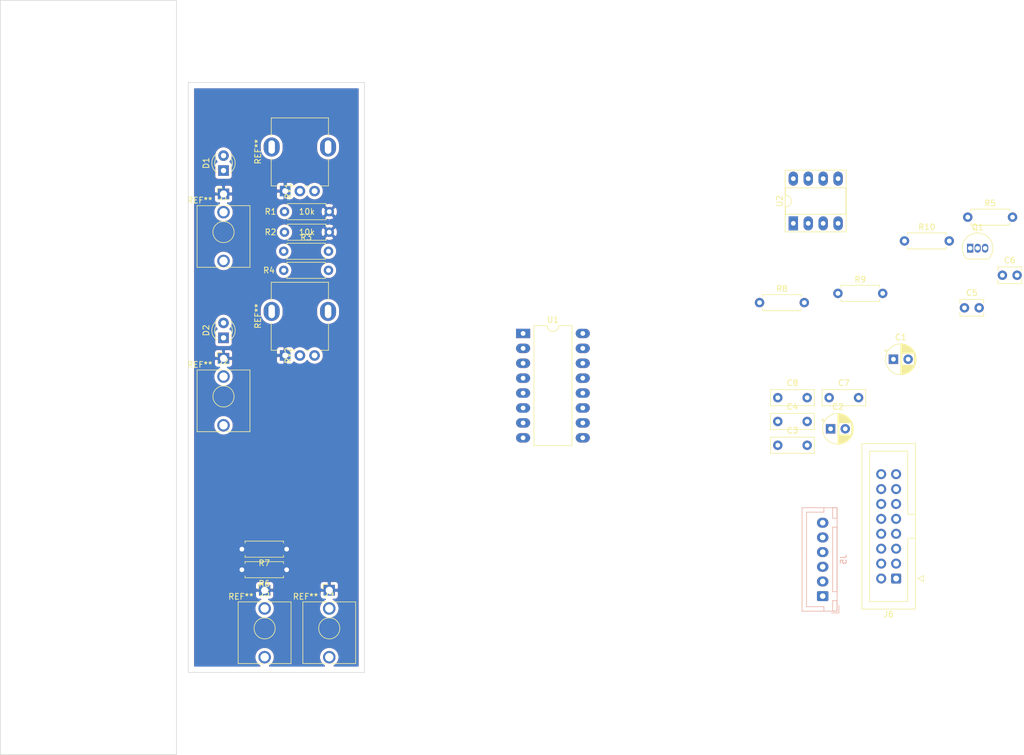
<source format=kicad_pcb>
(kicad_pcb (version 20171130) (host pcbnew 5.1.9+dfsg1-1~bpo10+1)

  (general
    (thickness 1.6)
    (drawings 10)
    (tracks 0)
    (zones 0)
    (modules 31)
    (nets 23)
  )

  (page A4)
  (layers
    (0 F.Cu signal)
    (31 B.Cu signal)
    (32 B.Adhes user)
    (33 F.Adhes user)
    (34 B.Paste user)
    (35 F.Paste user)
    (36 B.SilkS user)
    (37 F.SilkS user)
    (38 B.Mask user)
    (39 F.Mask user)
    (40 Dwgs.User user)
    (41 Cmts.User user)
    (42 Eco1.User user)
    (43 Eco2.User user)
    (44 Edge.Cuts user)
    (45 Margin user)
    (46 B.CrtYd user)
    (47 F.CrtYd user)
    (48 B.Fab user)
    (49 F.Fab user)
  )

  (setup
    (last_trace_width 0.25)
    (trace_clearance 0.2)
    (zone_clearance 0.508)
    (zone_45_only no)
    (trace_min 0.2)
    (via_size 0.8)
    (via_drill 0.4)
    (via_min_size 0.4)
    (via_min_drill 0.3)
    (uvia_size 0.3)
    (uvia_drill 0.1)
    (uvias_allowed no)
    (uvia_min_size 0.2)
    (uvia_min_drill 0.1)
    (edge_width 0.1)
    (segment_width 0.2)
    (pcb_text_width 0.3)
    (pcb_text_size 1.5 1.5)
    (mod_edge_width 0.15)
    (mod_text_size 1 1)
    (mod_text_width 0.15)
    (pad_size 1.6 1.6)
    (pad_drill 0.8)
    (pad_to_mask_clearance 0)
    (aux_axis_origin 0 0)
    (visible_elements FFFFFF7F)
    (pcbplotparams
      (layerselection 0x010fc_ffffffff)
      (usegerberextensions false)
      (usegerberattributes true)
      (usegerberadvancedattributes true)
      (creategerberjobfile true)
      (excludeedgelayer true)
      (linewidth 0.100000)
      (plotframeref false)
      (viasonmask false)
      (mode 1)
      (useauxorigin false)
      (hpglpennumber 1)
      (hpglpenspeed 20)
      (hpglpendiameter 15.000000)
      (psnegative false)
      (psa4output false)
      (plotreference true)
      (plotvalue true)
      (plotinvisibletext false)
      (padsonsilk false)
      (subtractmaskfromsilk false)
      (outputformat 1)
      (mirror false)
      (drillshape 1)
      (scaleselection 1)
      (outputdirectory ""))
  )

  (net 0 "")
  (net 1 GND)
  (net 2 +12V)
  (net 3 -12V)
  (net 4 "Net-(C5-Pad2)")
  (net 5 "Net-(C5-Pad1)")
  (net 6 "Net-(C6-Pad1)")
  (net 7 "Net-(C6-Pad2)")
  (net 8 "Net-(D1-Pad1)")
  (net 9 "Net-(D1-Pad2)")
  (net 10 "Net-(D2-Pad2)")
  (net 11 "Net-(D2-Pad1)")
  (net 12 "Net-(J3-PadT)")
  (net 13 "Net-(J4-PadT)")
  (net 14 "Net-(J6-Pad11)")
  (net 15 "Net-(J6-Pad13)")
  (net 16 "Net-(J6-Pad15)")
  (net 17 "Net-(Q1-Pad2)")
  (net 18 "Net-(Q1-Pad1)")
  (net 19 "Net-(R3-Pad2)")
  (net 20 "Net-(R4-Pad2)")
  (net 21 "Net-(R5-Pad2)")
  (net 22 "Net-(R6-Pad1)")

  (net_class Default "This is the default net class."
    (clearance 0.2)
    (trace_width 0.25)
    (via_dia 0.8)
    (via_drill 0.4)
    (uvia_dia 0.3)
    (uvia_drill 0.1)
    (add_net +12V)
    (add_net -12V)
    (add_net GND)
    (add_net "Net-(C5-Pad1)")
    (add_net "Net-(C5-Pad2)")
    (add_net "Net-(C6-Pad1)")
    (add_net "Net-(C6-Pad2)")
    (add_net "Net-(D1-Pad1)")
    (add_net "Net-(D1-Pad2)")
    (add_net "Net-(D2-Pad1)")
    (add_net "Net-(D2-Pad2)")
    (add_net "Net-(J3-PadT)")
    (add_net "Net-(J4-PadT)")
    (add_net "Net-(J6-Pad11)")
    (add_net "Net-(J6-Pad13)")
    (add_net "Net-(J6-Pad15)")
    (add_net "Net-(Q1-Pad1)")
    (add_net "Net-(Q1-Pad2)")
    (add_net "Net-(R3-Pad2)")
    (add_net "Net-(R4-Pad2)")
    (add_net "Net-(R5-Pad2)")
    (add_net "Net-(R6-Pad1)")
  )

  (module Capacitor_THT:CP_Radial_D5.0mm_P2.50mm (layer F.Cu) (tedit 5AE50EF0) (tstamp 61B06B48)
    (at 232.044776 91.145001)
    (descr "CP, Radial series, Radial, pin pitch=2.50mm, , diameter=5mm, Electrolytic Capacitor")
    (tags "CP Radial series Radial pin pitch 2.50mm  diameter 5mm Electrolytic Capacitor")
    (path /61F51CE9/61FC4B9D)
    (fp_text reference C1 (at 1.25 -3.75) (layer F.SilkS)
      (effects (font (size 1 1) (thickness 0.15)))
    )
    (fp_text value 100uF (at 1.25 3.75) (layer F.Fab)
      (effects (font (size 1 1) (thickness 0.15)))
    )
    (fp_line (start -1.304775 -1.725) (end -1.304775 -1.225) (layer F.SilkS) (width 0.12))
    (fp_line (start -1.554775 -1.475) (end -1.054775 -1.475) (layer F.SilkS) (width 0.12))
    (fp_line (start 3.851 -0.284) (end 3.851 0.284) (layer F.SilkS) (width 0.12))
    (fp_line (start 3.811 -0.518) (end 3.811 0.518) (layer F.SilkS) (width 0.12))
    (fp_line (start 3.771 -0.677) (end 3.771 0.677) (layer F.SilkS) (width 0.12))
    (fp_line (start 3.731 -0.805) (end 3.731 0.805) (layer F.SilkS) (width 0.12))
    (fp_line (start 3.691 -0.915) (end 3.691 0.915) (layer F.SilkS) (width 0.12))
    (fp_line (start 3.651 -1.011) (end 3.651 1.011) (layer F.SilkS) (width 0.12))
    (fp_line (start 3.611 -1.098) (end 3.611 1.098) (layer F.SilkS) (width 0.12))
    (fp_line (start 3.571 -1.178) (end 3.571 1.178) (layer F.SilkS) (width 0.12))
    (fp_line (start 3.531 1.04) (end 3.531 1.251) (layer F.SilkS) (width 0.12))
    (fp_line (start 3.531 -1.251) (end 3.531 -1.04) (layer F.SilkS) (width 0.12))
    (fp_line (start 3.491 1.04) (end 3.491 1.319) (layer F.SilkS) (width 0.12))
    (fp_line (start 3.491 -1.319) (end 3.491 -1.04) (layer F.SilkS) (width 0.12))
    (fp_line (start 3.451 1.04) (end 3.451 1.383) (layer F.SilkS) (width 0.12))
    (fp_line (start 3.451 -1.383) (end 3.451 -1.04) (layer F.SilkS) (width 0.12))
    (fp_line (start 3.411 1.04) (end 3.411 1.443) (layer F.SilkS) (width 0.12))
    (fp_line (start 3.411 -1.443) (end 3.411 -1.04) (layer F.SilkS) (width 0.12))
    (fp_line (start 3.371 1.04) (end 3.371 1.5) (layer F.SilkS) (width 0.12))
    (fp_line (start 3.371 -1.5) (end 3.371 -1.04) (layer F.SilkS) (width 0.12))
    (fp_line (start 3.331 1.04) (end 3.331 1.554) (layer F.SilkS) (width 0.12))
    (fp_line (start 3.331 -1.554) (end 3.331 -1.04) (layer F.SilkS) (width 0.12))
    (fp_line (start 3.291 1.04) (end 3.291 1.605) (layer F.SilkS) (width 0.12))
    (fp_line (start 3.291 -1.605) (end 3.291 -1.04) (layer F.SilkS) (width 0.12))
    (fp_line (start 3.251 1.04) (end 3.251 1.653) (layer F.SilkS) (width 0.12))
    (fp_line (start 3.251 -1.653) (end 3.251 -1.04) (layer F.SilkS) (width 0.12))
    (fp_line (start 3.211 1.04) (end 3.211 1.699) (layer F.SilkS) (width 0.12))
    (fp_line (start 3.211 -1.699) (end 3.211 -1.04) (layer F.SilkS) (width 0.12))
    (fp_line (start 3.171 1.04) (end 3.171 1.743) (layer F.SilkS) (width 0.12))
    (fp_line (start 3.171 -1.743) (end 3.171 -1.04) (layer F.SilkS) (width 0.12))
    (fp_line (start 3.131 1.04) (end 3.131 1.785) (layer F.SilkS) (width 0.12))
    (fp_line (start 3.131 -1.785) (end 3.131 -1.04) (layer F.SilkS) (width 0.12))
    (fp_line (start 3.091 1.04) (end 3.091 1.826) (layer F.SilkS) (width 0.12))
    (fp_line (start 3.091 -1.826) (end 3.091 -1.04) (layer F.SilkS) (width 0.12))
    (fp_line (start 3.051 1.04) (end 3.051 1.864) (layer F.SilkS) (width 0.12))
    (fp_line (start 3.051 -1.864) (end 3.051 -1.04) (layer F.SilkS) (width 0.12))
    (fp_line (start 3.011 1.04) (end 3.011 1.901) (layer F.SilkS) (width 0.12))
    (fp_line (start 3.011 -1.901) (end 3.011 -1.04) (layer F.SilkS) (width 0.12))
    (fp_line (start 2.971 1.04) (end 2.971 1.937) (layer F.SilkS) (width 0.12))
    (fp_line (start 2.971 -1.937) (end 2.971 -1.04) (layer F.SilkS) (width 0.12))
    (fp_line (start 2.931 1.04) (end 2.931 1.971) (layer F.SilkS) (width 0.12))
    (fp_line (start 2.931 -1.971) (end 2.931 -1.04) (layer F.SilkS) (width 0.12))
    (fp_line (start 2.891 1.04) (end 2.891 2.004) (layer F.SilkS) (width 0.12))
    (fp_line (start 2.891 -2.004) (end 2.891 -1.04) (layer F.SilkS) (width 0.12))
    (fp_line (start 2.851 1.04) (end 2.851 2.035) (layer F.SilkS) (width 0.12))
    (fp_line (start 2.851 -2.035) (end 2.851 -1.04) (layer F.SilkS) (width 0.12))
    (fp_line (start 2.811 1.04) (end 2.811 2.065) (layer F.SilkS) (width 0.12))
    (fp_line (start 2.811 -2.065) (end 2.811 -1.04) (layer F.SilkS) (width 0.12))
    (fp_line (start 2.771 1.04) (end 2.771 2.095) (layer F.SilkS) (width 0.12))
    (fp_line (start 2.771 -2.095) (end 2.771 -1.04) (layer F.SilkS) (width 0.12))
    (fp_line (start 2.731 1.04) (end 2.731 2.122) (layer F.SilkS) (width 0.12))
    (fp_line (start 2.731 -2.122) (end 2.731 -1.04) (layer F.SilkS) (width 0.12))
    (fp_line (start 2.691 1.04) (end 2.691 2.149) (layer F.SilkS) (width 0.12))
    (fp_line (start 2.691 -2.149) (end 2.691 -1.04) (layer F.SilkS) (width 0.12))
    (fp_line (start 2.651 1.04) (end 2.651 2.175) (layer F.SilkS) (width 0.12))
    (fp_line (start 2.651 -2.175) (end 2.651 -1.04) (layer F.SilkS) (width 0.12))
    (fp_line (start 2.611 1.04) (end 2.611 2.2) (layer F.SilkS) (width 0.12))
    (fp_line (start 2.611 -2.2) (end 2.611 -1.04) (layer F.SilkS) (width 0.12))
    (fp_line (start 2.571 1.04) (end 2.571 2.224) (layer F.SilkS) (width 0.12))
    (fp_line (start 2.571 -2.224) (end 2.571 -1.04) (layer F.SilkS) (width 0.12))
    (fp_line (start 2.531 1.04) (end 2.531 2.247) (layer F.SilkS) (width 0.12))
    (fp_line (start 2.531 -2.247) (end 2.531 -1.04) (layer F.SilkS) (width 0.12))
    (fp_line (start 2.491 1.04) (end 2.491 2.268) (layer F.SilkS) (width 0.12))
    (fp_line (start 2.491 -2.268) (end 2.491 -1.04) (layer F.SilkS) (width 0.12))
    (fp_line (start 2.451 1.04) (end 2.451 2.29) (layer F.SilkS) (width 0.12))
    (fp_line (start 2.451 -2.29) (end 2.451 -1.04) (layer F.SilkS) (width 0.12))
    (fp_line (start 2.411 1.04) (end 2.411 2.31) (layer F.SilkS) (width 0.12))
    (fp_line (start 2.411 -2.31) (end 2.411 -1.04) (layer F.SilkS) (width 0.12))
    (fp_line (start 2.371 1.04) (end 2.371 2.329) (layer F.SilkS) (width 0.12))
    (fp_line (start 2.371 -2.329) (end 2.371 -1.04) (layer F.SilkS) (width 0.12))
    (fp_line (start 2.331 1.04) (end 2.331 2.348) (layer F.SilkS) (width 0.12))
    (fp_line (start 2.331 -2.348) (end 2.331 -1.04) (layer F.SilkS) (width 0.12))
    (fp_line (start 2.291 1.04) (end 2.291 2.365) (layer F.SilkS) (width 0.12))
    (fp_line (start 2.291 -2.365) (end 2.291 -1.04) (layer F.SilkS) (width 0.12))
    (fp_line (start 2.251 1.04) (end 2.251 2.382) (layer F.SilkS) (width 0.12))
    (fp_line (start 2.251 -2.382) (end 2.251 -1.04) (layer F.SilkS) (width 0.12))
    (fp_line (start 2.211 1.04) (end 2.211 2.398) (layer F.SilkS) (width 0.12))
    (fp_line (start 2.211 -2.398) (end 2.211 -1.04) (layer F.SilkS) (width 0.12))
    (fp_line (start 2.171 1.04) (end 2.171 2.414) (layer F.SilkS) (width 0.12))
    (fp_line (start 2.171 -2.414) (end 2.171 -1.04) (layer F.SilkS) (width 0.12))
    (fp_line (start 2.131 1.04) (end 2.131 2.428) (layer F.SilkS) (width 0.12))
    (fp_line (start 2.131 -2.428) (end 2.131 -1.04) (layer F.SilkS) (width 0.12))
    (fp_line (start 2.091 1.04) (end 2.091 2.442) (layer F.SilkS) (width 0.12))
    (fp_line (start 2.091 -2.442) (end 2.091 -1.04) (layer F.SilkS) (width 0.12))
    (fp_line (start 2.051 1.04) (end 2.051 2.455) (layer F.SilkS) (width 0.12))
    (fp_line (start 2.051 -2.455) (end 2.051 -1.04) (layer F.SilkS) (width 0.12))
    (fp_line (start 2.011 1.04) (end 2.011 2.468) (layer F.SilkS) (width 0.12))
    (fp_line (start 2.011 -2.468) (end 2.011 -1.04) (layer F.SilkS) (width 0.12))
    (fp_line (start 1.971 1.04) (end 1.971 2.48) (layer F.SilkS) (width 0.12))
    (fp_line (start 1.971 -2.48) (end 1.971 -1.04) (layer F.SilkS) (width 0.12))
    (fp_line (start 1.93 1.04) (end 1.93 2.491) (layer F.SilkS) (width 0.12))
    (fp_line (start 1.93 -2.491) (end 1.93 -1.04) (layer F.SilkS) (width 0.12))
    (fp_line (start 1.89 1.04) (end 1.89 2.501) (layer F.SilkS) (width 0.12))
    (fp_line (start 1.89 -2.501) (end 1.89 -1.04) (layer F.SilkS) (width 0.12))
    (fp_line (start 1.85 1.04) (end 1.85 2.511) (layer F.SilkS) (width 0.12))
    (fp_line (start 1.85 -2.511) (end 1.85 -1.04) (layer F.SilkS) (width 0.12))
    (fp_line (start 1.81 1.04) (end 1.81 2.52) (layer F.SilkS) (width 0.12))
    (fp_line (start 1.81 -2.52) (end 1.81 -1.04) (layer F.SilkS) (width 0.12))
    (fp_line (start 1.77 1.04) (end 1.77 2.528) (layer F.SilkS) (width 0.12))
    (fp_line (start 1.77 -2.528) (end 1.77 -1.04) (layer F.SilkS) (width 0.12))
    (fp_line (start 1.73 1.04) (end 1.73 2.536) (layer F.SilkS) (width 0.12))
    (fp_line (start 1.73 -2.536) (end 1.73 -1.04) (layer F.SilkS) (width 0.12))
    (fp_line (start 1.69 1.04) (end 1.69 2.543) (layer F.SilkS) (width 0.12))
    (fp_line (start 1.69 -2.543) (end 1.69 -1.04) (layer F.SilkS) (width 0.12))
    (fp_line (start 1.65 1.04) (end 1.65 2.55) (layer F.SilkS) (width 0.12))
    (fp_line (start 1.65 -2.55) (end 1.65 -1.04) (layer F.SilkS) (width 0.12))
    (fp_line (start 1.61 1.04) (end 1.61 2.556) (layer F.SilkS) (width 0.12))
    (fp_line (start 1.61 -2.556) (end 1.61 -1.04) (layer F.SilkS) (width 0.12))
    (fp_line (start 1.57 1.04) (end 1.57 2.561) (layer F.SilkS) (width 0.12))
    (fp_line (start 1.57 -2.561) (end 1.57 -1.04) (layer F.SilkS) (width 0.12))
    (fp_line (start 1.53 1.04) (end 1.53 2.565) (layer F.SilkS) (width 0.12))
    (fp_line (start 1.53 -2.565) (end 1.53 -1.04) (layer F.SilkS) (width 0.12))
    (fp_line (start 1.49 1.04) (end 1.49 2.569) (layer F.SilkS) (width 0.12))
    (fp_line (start 1.49 -2.569) (end 1.49 -1.04) (layer F.SilkS) (width 0.12))
    (fp_line (start 1.45 -2.573) (end 1.45 2.573) (layer F.SilkS) (width 0.12))
    (fp_line (start 1.41 -2.576) (end 1.41 2.576) (layer F.SilkS) (width 0.12))
    (fp_line (start 1.37 -2.578) (end 1.37 2.578) (layer F.SilkS) (width 0.12))
    (fp_line (start 1.33 -2.579) (end 1.33 2.579) (layer F.SilkS) (width 0.12))
    (fp_line (start 1.29 -2.58) (end 1.29 2.58) (layer F.SilkS) (width 0.12))
    (fp_line (start 1.25 -2.58) (end 1.25 2.58) (layer F.SilkS) (width 0.12))
    (fp_line (start -0.633605 -1.3375) (end -0.633605 -0.8375) (layer F.Fab) (width 0.1))
    (fp_line (start -0.883605 -1.0875) (end -0.383605 -1.0875) (layer F.Fab) (width 0.1))
    (fp_circle (center 1.25 0) (end 4 0) (layer F.CrtYd) (width 0.05))
    (fp_circle (center 1.25 0) (end 3.87 0) (layer F.SilkS) (width 0.12))
    (fp_circle (center 1.25 0) (end 3.75 0) (layer F.Fab) (width 0.1))
    (fp_text user %R (at 1.25 0) (layer F.Fab)
      (effects (font (size 1 1) (thickness 0.15)))
    )
    (pad 2 thru_hole circle (at 2.5 0) (size 1.6 1.6) (drill 0.8) (layers *.Cu *.Mask)
      (net 1 GND))
    (pad 1 thru_hole rect (at 0 0) (size 1.6 1.6) (drill 0.8) (layers *.Cu *.Mask)
      (net 2 +12V))
    (model ${KISYS3DMOD}/Capacitor_THT.3dshapes/CP_Radial_D5.0mm_P2.50mm.wrl
      (at (xyz 0 0 0))
      (scale (xyz 1 1 1))
      (rotate (xyz 0 0 0))
    )
  )

  (module Capacitor_THT:CP_Radial_D5.0mm_P2.50mm (layer F.Cu) (tedit 5AE50EF0) (tstamp 61B06BCC)
    (at 221.344776 102.995001)
    (descr "CP, Radial series, Radial, pin pitch=2.50mm, , diameter=5mm, Electrolytic Capacitor")
    (tags "CP Radial series Radial pin pitch 2.50mm  diameter 5mm Electrolytic Capacitor")
    (path /61F51CE9/61FC4B97)
    (fp_text reference C2 (at 1.25 -3.75) (layer F.SilkS)
      (effects (font (size 1 1) (thickness 0.15)))
    )
    (fp_text value 100uF (at 1.25 3.75) (layer F.Fab)
      (effects (font (size 1 1) (thickness 0.15)))
    )
    (fp_circle (center 1.25 0) (end 3.75 0) (layer F.Fab) (width 0.1))
    (fp_circle (center 1.25 0) (end 3.87 0) (layer F.SilkS) (width 0.12))
    (fp_circle (center 1.25 0) (end 4 0) (layer F.CrtYd) (width 0.05))
    (fp_line (start -0.883605 -1.0875) (end -0.383605 -1.0875) (layer F.Fab) (width 0.1))
    (fp_line (start -0.633605 -1.3375) (end -0.633605 -0.8375) (layer F.Fab) (width 0.1))
    (fp_line (start 1.25 -2.58) (end 1.25 2.58) (layer F.SilkS) (width 0.12))
    (fp_line (start 1.29 -2.58) (end 1.29 2.58) (layer F.SilkS) (width 0.12))
    (fp_line (start 1.33 -2.579) (end 1.33 2.579) (layer F.SilkS) (width 0.12))
    (fp_line (start 1.37 -2.578) (end 1.37 2.578) (layer F.SilkS) (width 0.12))
    (fp_line (start 1.41 -2.576) (end 1.41 2.576) (layer F.SilkS) (width 0.12))
    (fp_line (start 1.45 -2.573) (end 1.45 2.573) (layer F.SilkS) (width 0.12))
    (fp_line (start 1.49 -2.569) (end 1.49 -1.04) (layer F.SilkS) (width 0.12))
    (fp_line (start 1.49 1.04) (end 1.49 2.569) (layer F.SilkS) (width 0.12))
    (fp_line (start 1.53 -2.565) (end 1.53 -1.04) (layer F.SilkS) (width 0.12))
    (fp_line (start 1.53 1.04) (end 1.53 2.565) (layer F.SilkS) (width 0.12))
    (fp_line (start 1.57 -2.561) (end 1.57 -1.04) (layer F.SilkS) (width 0.12))
    (fp_line (start 1.57 1.04) (end 1.57 2.561) (layer F.SilkS) (width 0.12))
    (fp_line (start 1.61 -2.556) (end 1.61 -1.04) (layer F.SilkS) (width 0.12))
    (fp_line (start 1.61 1.04) (end 1.61 2.556) (layer F.SilkS) (width 0.12))
    (fp_line (start 1.65 -2.55) (end 1.65 -1.04) (layer F.SilkS) (width 0.12))
    (fp_line (start 1.65 1.04) (end 1.65 2.55) (layer F.SilkS) (width 0.12))
    (fp_line (start 1.69 -2.543) (end 1.69 -1.04) (layer F.SilkS) (width 0.12))
    (fp_line (start 1.69 1.04) (end 1.69 2.543) (layer F.SilkS) (width 0.12))
    (fp_line (start 1.73 -2.536) (end 1.73 -1.04) (layer F.SilkS) (width 0.12))
    (fp_line (start 1.73 1.04) (end 1.73 2.536) (layer F.SilkS) (width 0.12))
    (fp_line (start 1.77 -2.528) (end 1.77 -1.04) (layer F.SilkS) (width 0.12))
    (fp_line (start 1.77 1.04) (end 1.77 2.528) (layer F.SilkS) (width 0.12))
    (fp_line (start 1.81 -2.52) (end 1.81 -1.04) (layer F.SilkS) (width 0.12))
    (fp_line (start 1.81 1.04) (end 1.81 2.52) (layer F.SilkS) (width 0.12))
    (fp_line (start 1.85 -2.511) (end 1.85 -1.04) (layer F.SilkS) (width 0.12))
    (fp_line (start 1.85 1.04) (end 1.85 2.511) (layer F.SilkS) (width 0.12))
    (fp_line (start 1.89 -2.501) (end 1.89 -1.04) (layer F.SilkS) (width 0.12))
    (fp_line (start 1.89 1.04) (end 1.89 2.501) (layer F.SilkS) (width 0.12))
    (fp_line (start 1.93 -2.491) (end 1.93 -1.04) (layer F.SilkS) (width 0.12))
    (fp_line (start 1.93 1.04) (end 1.93 2.491) (layer F.SilkS) (width 0.12))
    (fp_line (start 1.971 -2.48) (end 1.971 -1.04) (layer F.SilkS) (width 0.12))
    (fp_line (start 1.971 1.04) (end 1.971 2.48) (layer F.SilkS) (width 0.12))
    (fp_line (start 2.011 -2.468) (end 2.011 -1.04) (layer F.SilkS) (width 0.12))
    (fp_line (start 2.011 1.04) (end 2.011 2.468) (layer F.SilkS) (width 0.12))
    (fp_line (start 2.051 -2.455) (end 2.051 -1.04) (layer F.SilkS) (width 0.12))
    (fp_line (start 2.051 1.04) (end 2.051 2.455) (layer F.SilkS) (width 0.12))
    (fp_line (start 2.091 -2.442) (end 2.091 -1.04) (layer F.SilkS) (width 0.12))
    (fp_line (start 2.091 1.04) (end 2.091 2.442) (layer F.SilkS) (width 0.12))
    (fp_line (start 2.131 -2.428) (end 2.131 -1.04) (layer F.SilkS) (width 0.12))
    (fp_line (start 2.131 1.04) (end 2.131 2.428) (layer F.SilkS) (width 0.12))
    (fp_line (start 2.171 -2.414) (end 2.171 -1.04) (layer F.SilkS) (width 0.12))
    (fp_line (start 2.171 1.04) (end 2.171 2.414) (layer F.SilkS) (width 0.12))
    (fp_line (start 2.211 -2.398) (end 2.211 -1.04) (layer F.SilkS) (width 0.12))
    (fp_line (start 2.211 1.04) (end 2.211 2.398) (layer F.SilkS) (width 0.12))
    (fp_line (start 2.251 -2.382) (end 2.251 -1.04) (layer F.SilkS) (width 0.12))
    (fp_line (start 2.251 1.04) (end 2.251 2.382) (layer F.SilkS) (width 0.12))
    (fp_line (start 2.291 -2.365) (end 2.291 -1.04) (layer F.SilkS) (width 0.12))
    (fp_line (start 2.291 1.04) (end 2.291 2.365) (layer F.SilkS) (width 0.12))
    (fp_line (start 2.331 -2.348) (end 2.331 -1.04) (layer F.SilkS) (width 0.12))
    (fp_line (start 2.331 1.04) (end 2.331 2.348) (layer F.SilkS) (width 0.12))
    (fp_line (start 2.371 -2.329) (end 2.371 -1.04) (layer F.SilkS) (width 0.12))
    (fp_line (start 2.371 1.04) (end 2.371 2.329) (layer F.SilkS) (width 0.12))
    (fp_line (start 2.411 -2.31) (end 2.411 -1.04) (layer F.SilkS) (width 0.12))
    (fp_line (start 2.411 1.04) (end 2.411 2.31) (layer F.SilkS) (width 0.12))
    (fp_line (start 2.451 -2.29) (end 2.451 -1.04) (layer F.SilkS) (width 0.12))
    (fp_line (start 2.451 1.04) (end 2.451 2.29) (layer F.SilkS) (width 0.12))
    (fp_line (start 2.491 -2.268) (end 2.491 -1.04) (layer F.SilkS) (width 0.12))
    (fp_line (start 2.491 1.04) (end 2.491 2.268) (layer F.SilkS) (width 0.12))
    (fp_line (start 2.531 -2.247) (end 2.531 -1.04) (layer F.SilkS) (width 0.12))
    (fp_line (start 2.531 1.04) (end 2.531 2.247) (layer F.SilkS) (width 0.12))
    (fp_line (start 2.571 -2.224) (end 2.571 -1.04) (layer F.SilkS) (width 0.12))
    (fp_line (start 2.571 1.04) (end 2.571 2.224) (layer F.SilkS) (width 0.12))
    (fp_line (start 2.611 -2.2) (end 2.611 -1.04) (layer F.SilkS) (width 0.12))
    (fp_line (start 2.611 1.04) (end 2.611 2.2) (layer F.SilkS) (width 0.12))
    (fp_line (start 2.651 -2.175) (end 2.651 -1.04) (layer F.SilkS) (width 0.12))
    (fp_line (start 2.651 1.04) (end 2.651 2.175) (layer F.SilkS) (width 0.12))
    (fp_line (start 2.691 -2.149) (end 2.691 -1.04) (layer F.SilkS) (width 0.12))
    (fp_line (start 2.691 1.04) (end 2.691 2.149) (layer F.SilkS) (width 0.12))
    (fp_line (start 2.731 -2.122) (end 2.731 -1.04) (layer F.SilkS) (width 0.12))
    (fp_line (start 2.731 1.04) (end 2.731 2.122) (layer F.SilkS) (width 0.12))
    (fp_line (start 2.771 -2.095) (end 2.771 -1.04) (layer F.SilkS) (width 0.12))
    (fp_line (start 2.771 1.04) (end 2.771 2.095) (layer F.SilkS) (width 0.12))
    (fp_line (start 2.811 -2.065) (end 2.811 -1.04) (layer F.SilkS) (width 0.12))
    (fp_line (start 2.811 1.04) (end 2.811 2.065) (layer F.SilkS) (width 0.12))
    (fp_line (start 2.851 -2.035) (end 2.851 -1.04) (layer F.SilkS) (width 0.12))
    (fp_line (start 2.851 1.04) (end 2.851 2.035) (layer F.SilkS) (width 0.12))
    (fp_line (start 2.891 -2.004) (end 2.891 -1.04) (layer F.SilkS) (width 0.12))
    (fp_line (start 2.891 1.04) (end 2.891 2.004) (layer F.SilkS) (width 0.12))
    (fp_line (start 2.931 -1.971) (end 2.931 -1.04) (layer F.SilkS) (width 0.12))
    (fp_line (start 2.931 1.04) (end 2.931 1.971) (layer F.SilkS) (width 0.12))
    (fp_line (start 2.971 -1.937) (end 2.971 -1.04) (layer F.SilkS) (width 0.12))
    (fp_line (start 2.971 1.04) (end 2.971 1.937) (layer F.SilkS) (width 0.12))
    (fp_line (start 3.011 -1.901) (end 3.011 -1.04) (layer F.SilkS) (width 0.12))
    (fp_line (start 3.011 1.04) (end 3.011 1.901) (layer F.SilkS) (width 0.12))
    (fp_line (start 3.051 -1.864) (end 3.051 -1.04) (layer F.SilkS) (width 0.12))
    (fp_line (start 3.051 1.04) (end 3.051 1.864) (layer F.SilkS) (width 0.12))
    (fp_line (start 3.091 -1.826) (end 3.091 -1.04) (layer F.SilkS) (width 0.12))
    (fp_line (start 3.091 1.04) (end 3.091 1.826) (layer F.SilkS) (width 0.12))
    (fp_line (start 3.131 -1.785) (end 3.131 -1.04) (layer F.SilkS) (width 0.12))
    (fp_line (start 3.131 1.04) (end 3.131 1.785) (layer F.SilkS) (width 0.12))
    (fp_line (start 3.171 -1.743) (end 3.171 -1.04) (layer F.SilkS) (width 0.12))
    (fp_line (start 3.171 1.04) (end 3.171 1.743) (layer F.SilkS) (width 0.12))
    (fp_line (start 3.211 -1.699) (end 3.211 -1.04) (layer F.SilkS) (width 0.12))
    (fp_line (start 3.211 1.04) (end 3.211 1.699) (layer F.SilkS) (width 0.12))
    (fp_line (start 3.251 -1.653) (end 3.251 -1.04) (layer F.SilkS) (width 0.12))
    (fp_line (start 3.251 1.04) (end 3.251 1.653) (layer F.SilkS) (width 0.12))
    (fp_line (start 3.291 -1.605) (end 3.291 -1.04) (layer F.SilkS) (width 0.12))
    (fp_line (start 3.291 1.04) (end 3.291 1.605) (layer F.SilkS) (width 0.12))
    (fp_line (start 3.331 -1.554) (end 3.331 -1.04) (layer F.SilkS) (width 0.12))
    (fp_line (start 3.331 1.04) (end 3.331 1.554) (layer F.SilkS) (width 0.12))
    (fp_line (start 3.371 -1.5) (end 3.371 -1.04) (layer F.SilkS) (width 0.12))
    (fp_line (start 3.371 1.04) (end 3.371 1.5) (layer F.SilkS) (width 0.12))
    (fp_line (start 3.411 -1.443) (end 3.411 -1.04) (layer F.SilkS) (width 0.12))
    (fp_line (start 3.411 1.04) (end 3.411 1.443) (layer F.SilkS) (width 0.12))
    (fp_line (start 3.451 -1.383) (end 3.451 -1.04) (layer F.SilkS) (width 0.12))
    (fp_line (start 3.451 1.04) (end 3.451 1.383) (layer F.SilkS) (width 0.12))
    (fp_line (start 3.491 -1.319) (end 3.491 -1.04) (layer F.SilkS) (width 0.12))
    (fp_line (start 3.491 1.04) (end 3.491 1.319) (layer F.SilkS) (width 0.12))
    (fp_line (start 3.531 -1.251) (end 3.531 -1.04) (layer F.SilkS) (width 0.12))
    (fp_line (start 3.531 1.04) (end 3.531 1.251) (layer F.SilkS) (width 0.12))
    (fp_line (start 3.571 -1.178) (end 3.571 1.178) (layer F.SilkS) (width 0.12))
    (fp_line (start 3.611 -1.098) (end 3.611 1.098) (layer F.SilkS) (width 0.12))
    (fp_line (start 3.651 -1.011) (end 3.651 1.011) (layer F.SilkS) (width 0.12))
    (fp_line (start 3.691 -0.915) (end 3.691 0.915) (layer F.SilkS) (width 0.12))
    (fp_line (start 3.731 -0.805) (end 3.731 0.805) (layer F.SilkS) (width 0.12))
    (fp_line (start 3.771 -0.677) (end 3.771 0.677) (layer F.SilkS) (width 0.12))
    (fp_line (start 3.811 -0.518) (end 3.811 0.518) (layer F.SilkS) (width 0.12))
    (fp_line (start 3.851 -0.284) (end 3.851 0.284) (layer F.SilkS) (width 0.12))
    (fp_line (start -1.554775 -1.475) (end -1.054775 -1.475) (layer F.SilkS) (width 0.12))
    (fp_line (start -1.304775 -1.725) (end -1.304775 -1.225) (layer F.SilkS) (width 0.12))
    (fp_text user %R (at 1.25 0) (layer F.Fab)
      (effects (font (size 1 1) (thickness 0.15)))
    )
    (pad 1 thru_hole rect (at 0 0) (size 1.6 1.6) (drill 0.8) (layers *.Cu *.Mask)
      (net 1 GND))
    (pad 2 thru_hole circle (at 2.5 0) (size 1.6 1.6) (drill 0.8) (layers *.Cu *.Mask)
      (net 3 -12V))
    (model ${KISYS3DMOD}/Capacitor_THT.3dshapes/CP_Radial_D5.0mm_P2.50mm.wrl
      (at (xyz 0 0 0))
      (scale (xyz 1 1 1))
      (rotate (xyz 0 0 0))
    )
  )

  (module Capacitor_THT:C_Rect_L7.2mm_W2.5mm_P5.00mm_FKS2_FKP2_MKS2_MKP2 (layer F.Cu) (tedit 5AE50EF0) (tstamp 61B06BDF)
    (at 212.355001 105.795001)
    (descr "C, Rect series, Radial, pin pitch=5.00mm, , length*width=7.2*2.5mm^2, Capacitor, http://www.wima.com/EN/WIMA_FKS_2.pdf")
    (tags "C Rect series Radial pin pitch 5.00mm  length 7.2mm width 2.5mm Capacitor")
    (path /61F51CE9/61F60E41)
    (fp_text reference C3 (at 2.5 -2.5) (layer F.SilkS)
      (effects (font (size 1 1) (thickness 0.15)))
    )
    (fp_text value 100nF (at 2.5 2.5) (layer F.Fab)
      (effects (font (size 1 1) (thickness 0.15)))
    )
    (fp_line (start -1.1 -1.25) (end -1.1 1.25) (layer F.Fab) (width 0.1))
    (fp_line (start -1.1 1.25) (end 6.1 1.25) (layer F.Fab) (width 0.1))
    (fp_line (start 6.1 1.25) (end 6.1 -1.25) (layer F.Fab) (width 0.1))
    (fp_line (start 6.1 -1.25) (end -1.1 -1.25) (layer F.Fab) (width 0.1))
    (fp_line (start -1.22 -1.37) (end 6.22 -1.37) (layer F.SilkS) (width 0.12))
    (fp_line (start -1.22 1.37) (end 6.22 1.37) (layer F.SilkS) (width 0.12))
    (fp_line (start -1.22 -1.37) (end -1.22 1.37) (layer F.SilkS) (width 0.12))
    (fp_line (start 6.22 -1.37) (end 6.22 1.37) (layer F.SilkS) (width 0.12))
    (fp_line (start -1.35 -1.5) (end -1.35 1.5) (layer F.CrtYd) (width 0.05))
    (fp_line (start -1.35 1.5) (end 6.35 1.5) (layer F.CrtYd) (width 0.05))
    (fp_line (start 6.35 1.5) (end 6.35 -1.5) (layer F.CrtYd) (width 0.05))
    (fp_line (start 6.35 -1.5) (end -1.35 -1.5) (layer F.CrtYd) (width 0.05))
    (fp_text user %R (at 2.5 0) (layer F.Fab)
      (effects (font (size 1 1) (thickness 0.15)))
    )
    (pad 1 thru_hole circle (at 0 0) (size 1.6 1.6) (drill 0.8) (layers *.Cu *.Mask)
      (net 1 GND))
    (pad 2 thru_hole circle (at 5 0) (size 1.6 1.6) (drill 0.8) (layers *.Cu *.Mask)
      (net 2 +12V))
    (model ${KISYS3DMOD}/Capacitor_THT.3dshapes/C_Rect_L7.2mm_W2.5mm_P5.00mm_FKS2_FKP2_MKS2_MKP2.wrl
      (at (xyz 0 0 0))
      (scale (xyz 1 1 1))
      (rotate (xyz 0 0 0))
    )
  )

  (module Capacitor_THT:C_Rect_L7.2mm_W2.5mm_P5.00mm_FKS2_FKP2_MKS2_MKP2 (layer F.Cu) (tedit 5AE50EF0) (tstamp 61B06BF2)
    (at 212.355001 101.745001)
    (descr "C, Rect series, Radial, pin pitch=5.00mm, , length*width=7.2*2.5mm^2, Capacitor, http://www.wima.com/EN/WIMA_FKS_2.pdf")
    (tags "C Rect series Radial pin pitch 5.00mm  length 7.2mm width 2.5mm Capacitor")
    (path /61F51CE9/61F60E47)
    (fp_text reference C4 (at 2.5 -2.5) (layer F.SilkS)
      (effects (font (size 1 1) (thickness 0.15)))
    )
    (fp_text value 100nF (at 2.5 2.5) (layer F.Fab)
      (effects (font (size 1 1) (thickness 0.15)))
    )
    (fp_line (start 6.35 -1.5) (end -1.35 -1.5) (layer F.CrtYd) (width 0.05))
    (fp_line (start 6.35 1.5) (end 6.35 -1.5) (layer F.CrtYd) (width 0.05))
    (fp_line (start -1.35 1.5) (end 6.35 1.5) (layer F.CrtYd) (width 0.05))
    (fp_line (start -1.35 -1.5) (end -1.35 1.5) (layer F.CrtYd) (width 0.05))
    (fp_line (start 6.22 -1.37) (end 6.22 1.37) (layer F.SilkS) (width 0.12))
    (fp_line (start -1.22 -1.37) (end -1.22 1.37) (layer F.SilkS) (width 0.12))
    (fp_line (start -1.22 1.37) (end 6.22 1.37) (layer F.SilkS) (width 0.12))
    (fp_line (start -1.22 -1.37) (end 6.22 -1.37) (layer F.SilkS) (width 0.12))
    (fp_line (start 6.1 -1.25) (end -1.1 -1.25) (layer F.Fab) (width 0.1))
    (fp_line (start 6.1 1.25) (end 6.1 -1.25) (layer F.Fab) (width 0.1))
    (fp_line (start -1.1 1.25) (end 6.1 1.25) (layer F.Fab) (width 0.1))
    (fp_line (start -1.1 -1.25) (end -1.1 1.25) (layer F.Fab) (width 0.1))
    (fp_text user %R (at 2.5 0) (layer F.Fab)
      (effects (font (size 1 1) (thickness 0.15)))
    )
    (pad 2 thru_hole circle (at 5 0) (size 1.6 1.6) (drill 0.8) (layers *.Cu *.Mask)
      (net 3 -12V))
    (pad 1 thru_hole circle (at 0 0) (size 1.6 1.6) (drill 0.8) (layers *.Cu *.Mask)
      (net 1 GND))
    (model ${KISYS3DMOD}/Capacitor_THT.3dshapes/C_Rect_L7.2mm_W2.5mm_P5.00mm_FKS2_FKP2_MKS2_MKP2.wrl
      (at (xyz 0 0 0))
      (scale (xyz 1 1 1))
      (rotate (xyz 0 0 0))
    )
  )

  (module Capacitor_THT:C_Disc_D3.8mm_W2.6mm_P2.50mm (layer F.Cu) (tedit 5AE50EF0) (tstamp 61B06C07)
    (at 244.135001 82.385001)
    (descr "C, Disc series, Radial, pin pitch=2.50mm, , diameter*width=3.8*2.6mm^2, Capacitor, http://www.vishay.com/docs/45233/krseries.pdf")
    (tags "C Disc series Radial pin pitch 2.50mm  diameter 3.8mm width 2.6mm Capacitor")
    (path /61C06B5E)
    (fp_text reference C5 (at 1.25 -2.55) (layer F.SilkS)
      (effects (font (size 1 1) (thickness 0.15)))
    )
    (fp_text value 120pF (at 1.25 2.55) (layer F.Fab)
      (effects (font (size 1 1) (thickness 0.15)))
    )
    (fp_line (start 3.55 -1.55) (end -1.05 -1.55) (layer F.CrtYd) (width 0.05))
    (fp_line (start 3.55 1.55) (end 3.55 -1.55) (layer F.CrtYd) (width 0.05))
    (fp_line (start -1.05 1.55) (end 3.55 1.55) (layer F.CrtYd) (width 0.05))
    (fp_line (start -1.05 -1.55) (end -1.05 1.55) (layer F.CrtYd) (width 0.05))
    (fp_line (start 3.27 0.795) (end 3.27 1.42) (layer F.SilkS) (width 0.12))
    (fp_line (start 3.27 -1.42) (end 3.27 -0.795) (layer F.SilkS) (width 0.12))
    (fp_line (start -0.77 0.795) (end -0.77 1.42) (layer F.SilkS) (width 0.12))
    (fp_line (start -0.77 -1.42) (end -0.77 -0.795) (layer F.SilkS) (width 0.12))
    (fp_line (start -0.77 1.42) (end 3.27 1.42) (layer F.SilkS) (width 0.12))
    (fp_line (start -0.77 -1.42) (end 3.27 -1.42) (layer F.SilkS) (width 0.12))
    (fp_line (start 3.15 -1.3) (end -0.65 -1.3) (layer F.Fab) (width 0.1))
    (fp_line (start 3.15 1.3) (end 3.15 -1.3) (layer F.Fab) (width 0.1))
    (fp_line (start -0.65 1.3) (end 3.15 1.3) (layer F.Fab) (width 0.1))
    (fp_line (start -0.65 -1.3) (end -0.65 1.3) (layer F.Fab) (width 0.1))
    (fp_text user %R (at 1.25 0) (layer F.Fab)
      (effects (font (size 0.76 0.76) (thickness 0.114)))
    )
    (pad 2 thru_hole circle (at 2.5 0) (size 1.6 1.6) (drill 0.8) (layers *.Cu *.Mask)
      (net 4 "Net-(C5-Pad2)"))
    (pad 1 thru_hole circle (at 0 0) (size 1.6 1.6) (drill 0.8) (layers *.Cu *.Mask)
      (net 5 "Net-(C5-Pad1)"))
    (model ${KISYS3DMOD}/Capacitor_THT.3dshapes/C_Disc_D3.8mm_W2.6mm_P2.50mm.wrl
      (at (xyz 0 0 0))
      (scale (xyz 1 1 1))
      (rotate (xyz 0 0 0))
    )
  )

  (module Capacitor_THT:C_Disc_D3.8mm_W2.6mm_P2.50mm (layer F.Cu) (tedit 5AE50EF0) (tstamp 61B06C1C)
    (at 250.595001 76.835001)
    (descr "C, Disc series, Radial, pin pitch=2.50mm, , diameter*width=3.8*2.6mm^2, Capacitor, http://www.vishay.com/docs/45233/krseries.pdf")
    (tags "C Disc series Radial pin pitch 2.50mm  diameter 3.8mm width 2.6mm Capacitor")
    (path /61C97FAE)
    (fp_text reference C6 (at 1.25 -2.55) (layer F.SilkS)
      (effects (font (size 1 1) (thickness 0.15)))
    )
    (fp_text value 120pF (at 1.25 2.55) (layer F.Fab)
      (effects (font (size 1 1) (thickness 0.15)))
    )
    (fp_line (start -0.65 -1.3) (end -0.65 1.3) (layer F.Fab) (width 0.1))
    (fp_line (start -0.65 1.3) (end 3.15 1.3) (layer F.Fab) (width 0.1))
    (fp_line (start 3.15 1.3) (end 3.15 -1.3) (layer F.Fab) (width 0.1))
    (fp_line (start 3.15 -1.3) (end -0.65 -1.3) (layer F.Fab) (width 0.1))
    (fp_line (start -0.77 -1.42) (end 3.27 -1.42) (layer F.SilkS) (width 0.12))
    (fp_line (start -0.77 1.42) (end 3.27 1.42) (layer F.SilkS) (width 0.12))
    (fp_line (start -0.77 -1.42) (end -0.77 -0.795) (layer F.SilkS) (width 0.12))
    (fp_line (start -0.77 0.795) (end -0.77 1.42) (layer F.SilkS) (width 0.12))
    (fp_line (start 3.27 -1.42) (end 3.27 -0.795) (layer F.SilkS) (width 0.12))
    (fp_line (start 3.27 0.795) (end 3.27 1.42) (layer F.SilkS) (width 0.12))
    (fp_line (start -1.05 -1.55) (end -1.05 1.55) (layer F.CrtYd) (width 0.05))
    (fp_line (start -1.05 1.55) (end 3.55 1.55) (layer F.CrtYd) (width 0.05))
    (fp_line (start 3.55 1.55) (end 3.55 -1.55) (layer F.CrtYd) (width 0.05))
    (fp_line (start 3.55 -1.55) (end -1.05 -1.55) (layer F.CrtYd) (width 0.05))
    (fp_text user %R (at 1.25 0) (layer F.Fab)
      (effects (font (size 0.76 0.76) (thickness 0.114)))
    )
    (pad 1 thru_hole circle (at 0 0) (size 1.6 1.6) (drill 0.8) (layers *.Cu *.Mask)
      (net 6 "Net-(C6-Pad1)"))
    (pad 2 thru_hole circle (at 2.5 0) (size 1.6 1.6) (drill 0.8) (layers *.Cu *.Mask)
      (net 7 "Net-(C6-Pad2)"))
    (model ${KISYS3DMOD}/Capacitor_THT.3dshapes/C_Disc_D3.8mm_W2.6mm_P2.50mm.wrl
      (at (xyz 0 0 0))
      (scale (xyz 1 1 1))
      (rotate (xyz 0 0 0))
    )
  )

  (module Capacitor_THT:C_Rect_L7.2mm_W2.5mm_P5.00mm_FKS2_FKP2_MKS2_MKP2 (layer F.Cu) (tedit 5AE50EF0) (tstamp 61B06C2F)
    (at 221.105001 97.695001)
    (descr "C, Rect series, Radial, pin pitch=5.00mm, , length*width=7.2*2.5mm^2, Capacitor, http://www.wima.com/EN/WIMA_FKS_2.pdf")
    (tags "C Rect series Radial pin pitch 5.00mm  length 7.2mm width 2.5mm Capacitor")
    (path /61F51CE9/61F60E36)
    (fp_text reference C7 (at 2.5 -2.5) (layer F.SilkS)
      (effects (font (size 1 1) (thickness 0.15)))
    )
    (fp_text value 100nF (at 2.5 2.5) (layer F.Fab)
      (effects (font (size 1 1) (thickness 0.15)))
    )
    (fp_line (start 6.35 -1.5) (end -1.35 -1.5) (layer F.CrtYd) (width 0.05))
    (fp_line (start 6.35 1.5) (end 6.35 -1.5) (layer F.CrtYd) (width 0.05))
    (fp_line (start -1.35 1.5) (end 6.35 1.5) (layer F.CrtYd) (width 0.05))
    (fp_line (start -1.35 -1.5) (end -1.35 1.5) (layer F.CrtYd) (width 0.05))
    (fp_line (start 6.22 -1.37) (end 6.22 1.37) (layer F.SilkS) (width 0.12))
    (fp_line (start -1.22 -1.37) (end -1.22 1.37) (layer F.SilkS) (width 0.12))
    (fp_line (start -1.22 1.37) (end 6.22 1.37) (layer F.SilkS) (width 0.12))
    (fp_line (start -1.22 -1.37) (end 6.22 -1.37) (layer F.SilkS) (width 0.12))
    (fp_line (start 6.1 -1.25) (end -1.1 -1.25) (layer F.Fab) (width 0.1))
    (fp_line (start 6.1 1.25) (end 6.1 -1.25) (layer F.Fab) (width 0.1))
    (fp_line (start -1.1 1.25) (end 6.1 1.25) (layer F.Fab) (width 0.1))
    (fp_line (start -1.1 -1.25) (end -1.1 1.25) (layer F.Fab) (width 0.1))
    (fp_text user %R (at 2.5 0) (layer F.Fab)
      (effects (font (size 1 1) (thickness 0.15)))
    )
    (pad 2 thru_hole circle (at 5 0) (size 1.6 1.6) (drill 0.8) (layers *.Cu *.Mask)
      (net 2 +12V))
    (pad 1 thru_hole circle (at 0 0) (size 1.6 1.6) (drill 0.8) (layers *.Cu *.Mask)
      (net 1 GND))
    (model ${KISYS3DMOD}/Capacitor_THT.3dshapes/C_Rect_L7.2mm_W2.5mm_P5.00mm_FKS2_FKP2_MKS2_MKP2.wrl
      (at (xyz 0 0 0))
      (scale (xyz 1 1 1))
      (rotate (xyz 0 0 0))
    )
  )

  (module Capacitor_THT:C_Rect_L7.2mm_W2.5mm_P5.00mm_FKS2_FKP2_MKS2_MKP2 (layer F.Cu) (tedit 5AE50EF0) (tstamp 61B06C42)
    (at 212.355001 97.695001)
    (descr "C, Rect series, Radial, pin pitch=5.00mm, , length*width=7.2*2.5mm^2, Capacitor, http://www.wima.com/EN/WIMA_FKS_2.pdf")
    (tags "C Rect series Radial pin pitch 5.00mm  length 7.2mm width 2.5mm Capacitor")
    (path /61F51CE9/61F60E2E)
    (fp_text reference C8 (at 2.5 -2.5) (layer F.SilkS)
      (effects (font (size 1 1) (thickness 0.15)))
    )
    (fp_text value 100nF (at 2.5 2.5) (layer F.Fab)
      (effects (font (size 1 1) (thickness 0.15)))
    )
    (fp_line (start -1.1 -1.25) (end -1.1 1.25) (layer F.Fab) (width 0.1))
    (fp_line (start -1.1 1.25) (end 6.1 1.25) (layer F.Fab) (width 0.1))
    (fp_line (start 6.1 1.25) (end 6.1 -1.25) (layer F.Fab) (width 0.1))
    (fp_line (start 6.1 -1.25) (end -1.1 -1.25) (layer F.Fab) (width 0.1))
    (fp_line (start -1.22 -1.37) (end 6.22 -1.37) (layer F.SilkS) (width 0.12))
    (fp_line (start -1.22 1.37) (end 6.22 1.37) (layer F.SilkS) (width 0.12))
    (fp_line (start -1.22 -1.37) (end -1.22 1.37) (layer F.SilkS) (width 0.12))
    (fp_line (start 6.22 -1.37) (end 6.22 1.37) (layer F.SilkS) (width 0.12))
    (fp_line (start -1.35 -1.5) (end -1.35 1.5) (layer F.CrtYd) (width 0.05))
    (fp_line (start -1.35 1.5) (end 6.35 1.5) (layer F.CrtYd) (width 0.05))
    (fp_line (start 6.35 1.5) (end 6.35 -1.5) (layer F.CrtYd) (width 0.05))
    (fp_line (start 6.35 -1.5) (end -1.35 -1.5) (layer F.CrtYd) (width 0.05))
    (fp_text user %R (at 2.5 0) (layer F.Fab)
      (effects (font (size 1 1) (thickness 0.15)))
    )
    (pad 1 thru_hole circle (at 0 0) (size 1.6 1.6) (drill 0.8) (layers *.Cu *.Mask)
      (net 1 GND))
    (pad 2 thru_hole circle (at 5 0) (size 1.6 1.6) (drill 0.8) (layers *.Cu *.Mask)
      (net 3 -12V))
    (model ${KISYS3DMOD}/Capacitor_THT.3dshapes/C_Rect_L7.2mm_W2.5mm_P5.00mm_FKS2_FKP2_MKS2_MKP2.wrl
      (at (xyz 0 0 0))
      (scale (xyz 1 1 1))
      (rotate (xyz 0 0 0))
    )
  )

  (module LED_THT:LED_D3.0mm (layer F.Cu) (tedit 587A3A7B) (tstamp 61B06C55)
    (at 118 59 90)
    (descr "LED, diameter 3.0mm, 2 pins")
    (tags "LED diameter 3.0mm 2 pins")
    (path /61BB7489)
    (fp_text reference D1 (at 1.27 -2.96 90) (layer F.SilkS)
      (effects (font (size 1 1) (thickness 0.15)))
    )
    (fp_text value LED (at 1.27 2.96 90) (layer F.Fab)
      (effects (font (size 1 1) (thickness 0.15)))
    )
    (fp_circle (center 1.27 0) (end 2.77 0) (layer F.Fab) (width 0.1))
    (fp_line (start -0.23 -1.16619) (end -0.23 1.16619) (layer F.Fab) (width 0.1))
    (fp_line (start -0.29 -1.236) (end -0.29 -1.08) (layer F.SilkS) (width 0.12))
    (fp_line (start -0.29 1.08) (end -0.29 1.236) (layer F.SilkS) (width 0.12))
    (fp_line (start -1.15 -2.25) (end -1.15 2.25) (layer F.CrtYd) (width 0.05))
    (fp_line (start -1.15 2.25) (end 3.7 2.25) (layer F.CrtYd) (width 0.05))
    (fp_line (start 3.7 2.25) (end 3.7 -2.25) (layer F.CrtYd) (width 0.05))
    (fp_line (start 3.7 -2.25) (end -1.15 -2.25) (layer F.CrtYd) (width 0.05))
    (fp_arc (start 1.27 0) (end -0.23 -1.16619) (angle 284.3) (layer F.Fab) (width 0.1))
    (fp_arc (start 1.27 0) (end -0.29 -1.235516) (angle 108.8) (layer F.SilkS) (width 0.12))
    (fp_arc (start 1.27 0) (end -0.29 1.235516) (angle -108.8) (layer F.SilkS) (width 0.12))
    (fp_arc (start 1.27 0) (end 0.229039 -1.08) (angle 87.9) (layer F.SilkS) (width 0.12))
    (fp_arc (start 1.27 0) (end 0.229039 1.08) (angle -87.9) (layer F.SilkS) (width 0.12))
    (pad 1 thru_hole rect (at 0 0 90) (size 1.8 1.8) (drill 0.9) (layers *.Cu *.Mask)
      (net 8 "Net-(D1-Pad1)"))
    (pad 2 thru_hole circle (at 2.54 0 90) (size 1.8 1.8) (drill 0.9) (layers *.Cu *.Mask)
      (net 9 "Net-(D1-Pad2)"))
    (model ${KISYS3DMOD}/LED_THT.3dshapes/LED_D3.0mm.wrl
      (at (xyz 0 0 0))
      (scale (xyz 1 1 1))
      (rotate (xyz 0 0 0))
    )
  )

  (module LED_THT:LED_D3.0mm (layer F.Cu) (tedit 587A3A7B) (tstamp 61B06C68)
    (at 118 87.5 90)
    (descr "LED, diameter 3.0mm, 2 pins")
    (tags "LED diameter 3.0mm 2 pins")
    (path /61B97DBA)
    (fp_text reference D2 (at 1.27 -2.96 90) (layer F.SilkS)
      (effects (font (size 1 1) (thickness 0.15)))
    )
    (fp_text value LED (at 1.27 2.96 90) (layer F.Fab)
      (effects (font (size 1 1) (thickness 0.15)))
    )
    (fp_line (start 3.7 -2.25) (end -1.15 -2.25) (layer F.CrtYd) (width 0.05))
    (fp_line (start 3.7 2.25) (end 3.7 -2.25) (layer F.CrtYd) (width 0.05))
    (fp_line (start -1.15 2.25) (end 3.7 2.25) (layer F.CrtYd) (width 0.05))
    (fp_line (start -1.15 -2.25) (end -1.15 2.25) (layer F.CrtYd) (width 0.05))
    (fp_line (start -0.29 1.08) (end -0.29 1.236) (layer F.SilkS) (width 0.12))
    (fp_line (start -0.29 -1.236) (end -0.29 -1.08) (layer F.SilkS) (width 0.12))
    (fp_line (start -0.23 -1.16619) (end -0.23 1.16619) (layer F.Fab) (width 0.1))
    (fp_circle (center 1.27 0) (end 2.77 0) (layer F.Fab) (width 0.1))
    (fp_arc (start 1.27 0) (end 0.229039 1.08) (angle -87.9) (layer F.SilkS) (width 0.12))
    (fp_arc (start 1.27 0) (end 0.229039 -1.08) (angle 87.9) (layer F.SilkS) (width 0.12))
    (fp_arc (start 1.27 0) (end -0.29 1.235516) (angle -108.8) (layer F.SilkS) (width 0.12))
    (fp_arc (start 1.27 0) (end -0.29 -1.235516) (angle 108.8) (layer F.SilkS) (width 0.12))
    (fp_arc (start 1.27 0) (end -0.23 -1.16619) (angle 284.3) (layer F.Fab) (width 0.1))
    (pad 2 thru_hole circle (at 2.54 0 90) (size 1.8 1.8) (drill 0.9) (layers *.Cu *.Mask)
      (net 10 "Net-(D2-Pad2)"))
    (pad 1 thru_hole rect (at 0 0 90) (size 1.8 1.8) (drill 0.9) (layers *.Cu *.Mask)
      (net 11 "Net-(D2-Pad1)"))
    (model ${KISYS3DMOD}/LED_THT.3dshapes/LED_D3.0mm.wrl
      (at (xyz 0 0 0))
      (scale (xyz 1 1 1))
      (rotate (xyz 0 0 0))
    )
  )

  (module benjiaomodular:AudioJack_3.5mm (layer F.Cu) (tedit 61B04598) (tstamp 61B06C8B)
    (at 118 63)
    (path /61B8DCCD)
    (fp_text reference J1 (at 0 0.5) (layer F.SilkS)
      (effects (font (size 1 1) (thickness 0.15)))
    )
    (fp_text value CV_2 (at 0 -0.5) (layer F.Fab)
      (effects (font (size 1 1) (thickness 0.15)))
    )
    (fp_line (start -1.06 -1) (end -1.06 -0.2) (layer F.SilkS) (width 0.12))
    (fp_circle (center 0 6.48) (end 1.5 6.48) (layer Dwgs.User) (width 0.12))
    (fp_line (start -1.42 6.875) (end 0.4 5.06) (layer Dwgs.User) (width 0.12))
    (fp_line (start 4.5 1.98) (end 4.5 12.48) (layer F.SilkS) (width 0.12))
    (fp_line (start -4.5 12.48) (end -4.5 2.08) (layer F.Fab) (width 0.1))
    (fp_line (start -0.58 7.83) (end 1.36 5.89) (layer Dwgs.User) (width 0.12))
    (fp_line (start 4.5 1.98) (end 0.35 1.98) (layer F.SilkS) (width 0.12))
    (fp_line (start 0.09 7.96) (end 1.48 6.57) (layer Dwgs.User) (width 0.12))
    (fp_line (start -0.35 1.98) (end -4.5 1.98) (layer F.SilkS) (width 0.12))
    (fp_line (start 5 12.98) (end 5 -1.42) (layer F.CrtYd) (width 0.05))
    (fp_circle (center 0 6.48) (end 1.8 6.48) (layer F.SilkS) (width 0.12))
    (fp_line (start -4.5 1.98) (end -4.5 12.48) (layer F.SilkS) (width 0.12))
    (fp_line (start 4.5 12.48) (end 0.5 12.48) (layer F.SilkS) (width 0.12))
    (fp_line (start -1.41 6.02) (end -0.46 5.07) (layer Dwgs.User) (width 0.12))
    (fp_line (start -0.5 12.48) (end -4.5 12.48) (layer F.SilkS) (width 0.12))
    (fp_line (start -1.06 -1) (end -0.2 -1) (layer F.SilkS) (width 0.12))
    (fp_line (start -1.07 7.49) (end 1.01 5.41) (layer Dwgs.User) (width 0.12))
    (fp_line (start -5 12.98) (end -5 -1.42) (layer F.CrtYd) (width 0.05))
    (fp_line (start 4.5 12.48) (end 4.5 2.08) (layer F.Fab) (width 0.1))
    (fp_line (start 4.5 12.48) (end -4.5 12.48) (layer F.Fab) (width 0.1))
    (fp_line (start 4.5 2.03) (end -4.5 2.03) (layer F.Fab) (width 0.1))
    (fp_circle (center 0 6.48) (end 1.8 6.48) (layer F.Fab) (width 0.1))
    (fp_line (start 0 0) (end 0 2.03) (layer F.Fab) (width 0.1))
    (fp_line (start 5 12.98) (end -5 12.98) (layer F.CrtYd) (width 0.05))
    (fp_line (start 5 -1.42) (end -5 -1.42) (layer F.CrtYd) (width 0.05))
    (fp_text user REF** (at -4.03 1.08 180) (layer F.SilkS)
      (effects (font (size 1 1) (thickness 0.15)))
    )
    (fp_text user KEEPOUT (at 0 6.48) (layer Cmts.User)
      (effects (font (size 0.4 0.4) (thickness 0.051)))
    )
    (fp_text user %R (at 0 8 180) (layer F.Fab)
      (effects (font (size 1 1) (thickness 0.15)))
    )
    (pad S thru_hole rect (at 0 0 180) (size 1.93 1.83) (drill 1.22) (layers *.Cu *.Mask)
      (net 1 GND))
    (pad TN thru_hole circle (at 0 3.1 180) (size 2.13 2.13) (drill 1.42) (layers *.Cu *.Mask))
    (pad T thru_hole circle (at 0 11.4 180) (size 2.13 2.13) (drill 1.43) (layers *.Cu *.Mask)
      (net 9 "Net-(D1-Pad2)"))
  )

  (module benjiaomodular:AudioJack_3.5mm (layer F.Cu) (tedit 61B04598) (tstamp 61B06CAE)
    (at 118 91)
    (path /61B07FA9)
    (fp_text reference J2 (at 0 0.5) (layer F.SilkS)
      (effects (font (size 1 1) (thickness 0.15)))
    )
    (fp_text value CV_1 (at 0 -0.5) (layer F.Fab)
      (effects (font (size 1 1) (thickness 0.15)))
    )
    (fp_line (start 5 -1.42) (end -5 -1.42) (layer F.CrtYd) (width 0.05))
    (fp_line (start 5 12.98) (end -5 12.98) (layer F.CrtYd) (width 0.05))
    (fp_line (start 0 0) (end 0 2.03) (layer F.Fab) (width 0.1))
    (fp_circle (center 0 6.48) (end 1.8 6.48) (layer F.Fab) (width 0.1))
    (fp_line (start 4.5 2.03) (end -4.5 2.03) (layer F.Fab) (width 0.1))
    (fp_line (start 4.5 12.48) (end -4.5 12.48) (layer F.Fab) (width 0.1))
    (fp_line (start 4.5 12.48) (end 4.5 2.08) (layer F.Fab) (width 0.1))
    (fp_line (start -5 12.98) (end -5 -1.42) (layer F.CrtYd) (width 0.05))
    (fp_line (start -1.07 7.49) (end 1.01 5.41) (layer Dwgs.User) (width 0.12))
    (fp_line (start -1.06 -1) (end -0.2 -1) (layer F.SilkS) (width 0.12))
    (fp_line (start -0.5 12.48) (end -4.5 12.48) (layer F.SilkS) (width 0.12))
    (fp_line (start -1.41 6.02) (end -0.46 5.07) (layer Dwgs.User) (width 0.12))
    (fp_line (start 4.5 12.48) (end 0.5 12.48) (layer F.SilkS) (width 0.12))
    (fp_line (start -4.5 1.98) (end -4.5 12.48) (layer F.SilkS) (width 0.12))
    (fp_circle (center 0 6.48) (end 1.8 6.48) (layer F.SilkS) (width 0.12))
    (fp_line (start 5 12.98) (end 5 -1.42) (layer F.CrtYd) (width 0.05))
    (fp_line (start -0.35 1.98) (end -4.5 1.98) (layer F.SilkS) (width 0.12))
    (fp_line (start 0.09 7.96) (end 1.48 6.57) (layer Dwgs.User) (width 0.12))
    (fp_line (start 4.5 1.98) (end 0.35 1.98) (layer F.SilkS) (width 0.12))
    (fp_line (start -0.58 7.83) (end 1.36 5.89) (layer Dwgs.User) (width 0.12))
    (fp_line (start -4.5 12.48) (end -4.5 2.08) (layer F.Fab) (width 0.1))
    (fp_line (start 4.5 1.98) (end 4.5 12.48) (layer F.SilkS) (width 0.12))
    (fp_line (start -1.42 6.875) (end 0.4 5.06) (layer Dwgs.User) (width 0.12))
    (fp_circle (center 0 6.48) (end 1.5 6.48) (layer Dwgs.User) (width 0.12))
    (fp_line (start -1.06 -1) (end -1.06 -0.2) (layer F.SilkS) (width 0.12))
    (fp_text user %R (at 0 8 180) (layer F.Fab)
      (effects (font (size 1 1) (thickness 0.15)))
    )
    (fp_text user KEEPOUT (at 0 6.48) (layer Cmts.User)
      (effects (font (size 0.4 0.4) (thickness 0.051)))
    )
    (fp_text user REF** (at -4.03 1.08 180) (layer F.SilkS)
      (effects (font (size 1 1) (thickness 0.15)))
    )
    (pad T thru_hole circle (at 0 11.4 180) (size 2.13 2.13) (drill 1.43) (layers *.Cu *.Mask)
      (net 10 "Net-(D2-Pad2)"))
    (pad TN thru_hole circle (at 0 3.1 180) (size 2.13 2.13) (drill 1.42) (layers *.Cu *.Mask))
    (pad S thru_hole rect (at 0 0 180) (size 1.93 1.83) (drill 1.22) (layers *.Cu *.Mask)
      (net 1 GND))
  )

  (module benjiaomodular:AudioJack_3.5mm (layer F.Cu) (tedit 61B04598) (tstamp 61B06CD1)
    (at 125 130.5)
    (path /61B09672)
    (fp_text reference J3 (at 0 0.5) (layer F.SilkS)
      (effects (font (size 1 1) (thickness 0.15)))
    )
    (fp_text value AudioIn (at 0 -0.5) (layer F.Fab)
      (effects (font (size 1 1) (thickness 0.15)))
    )
    (fp_line (start -1.06 -1) (end -1.06 -0.2) (layer F.SilkS) (width 0.12))
    (fp_circle (center 0 6.48) (end 1.5 6.48) (layer Dwgs.User) (width 0.12))
    (fp_line (start -1.42 6.875) (end 0.4 5.06) (layer Dwgs.User) (width 0.12))
    (fp_line (start 4.5 1.98) (end 4.5 12.48) (layer F.SilkS) (width 0.12))
    (fp_line (start -4.5 12.48) (end -4.5 2.08) (layer F.Fab) (width 0.1))
    (fp_line (start -0.58 7.83) (end 1.36 5.89) (layer Dwgs.User) (width 0.12))
    (fp_line (start 4.5 1.98) (end 0.35 1.98) (layer F.SilkS) (width 0.12))
    (fp_line (start 0.09 7.96) (end 1.48 6.57) (layer Dwgs.User) (width 0.12))
    (fp_line (start -0.35 1.98) (end -4.5 1.98) (layer F.SilkS) (width 0.12))
    (fp_line (start 5 12.98) (end 5 -1.42) (layer F.CrtYd) (width 0.05))
    (fp_circle (center 0 6.48) (end 1.8 6.48) (layer F.SilkS) (width 0.12))
    (fp_line (start -4.5 1.98) (end -4.5 12.48) (layer F.SilkS) (width 0.12))
    (fp_line (start 4.5 12.48) (end 0.5 12.48) (layer F.SilkS) (width 0.12))
    (fp_line (start -1.41 6.02) (end -0.46 5.07) (layer Dwgs.User) (width 0.12))
    (fp_line (start -0.5 12.48) (end -4.5 12.48) (layer F.SilkS) (width 0.12))
    (fp_line (start -1.06 -1) (end -0.2 -1) (layer F.SilkS) (width 0.12))
    (fp_line (start -1.07 7.49) (end 1.01 5.41) (layer Dwgs.User) (width 0.12))
    (fp_line (start -5 12.98) (end -5 -1.42) (layer F.CrtYd) (width 0.05))
    (fp_line (start 4.5 12.48) (end 4.5 2.08) (layer F.Fab) (width 0.1))
    (fp_line (start 4.5 12.48) (end -4.5 12.48) (layer F.Fab) (width 0.1))
    (fp_line (start 4.5 2.03) (end -4.5 2.03) (layer F.Fab) (width 0.1))
    (fp_circle (center 0 6.48) (end 1.8 6.48) (layer F.Fab) (width 0.1))
    (fp_line (start 0 0) (end 0 2.03) (layer F.Fab) (width 0.1))
    (fp_line (start 5 12.98) (end -5 12.98) (layer F.CrtYd) (width 0.05))
    (fp_line (start 5 -1.42) (end -5 -1.42) (layer F.CrtYd) (width 0.05))
    (fp_text user REF** (at -4.03 1.08 180) (layer F.SilkS)
      (effects (font (size 1 1) (thickness 0.15)))
    )
    (fp_text user KEEPOUT (at 0 6.48) (layer Cmts.User)
      (effects (font (size 0.4 0.4) (thickness 0.051)))
    )
    (fp_text user %R (at 0 8 180) (layer F.Fab)
      (effects (font (size 1 1) (thickness 0.15)))
    )
    (pad S thru_hole rect (at 0 0 180) (size 1.93 1.83) (drill 1.22) (layers *.Cu *.Mask)
      (net 1 GND))
    (pad TN thru_hole circle (at 0 3.1 180) (size 2.13 2.13) (drill 1.42) (layers *.Cu *.Mask))
    (pad T thru_hole circle (at 0 11.4 180) (size 2.13 2.13) (drill 1.43) (layers *.Cu *.Mask)
      (net 12 "Net-(J3-PadT)"))
  )

  (module benjiaomodular:AudioJack_3.5mm (layer F.Cu) (tedit 61B04598) (tstamp 61B06CF4)
    (at 136 130.5)
    (path /61B0C432)
    (fp_text reference J4 (at 0 0.5) (layer F.SilkS)
      (effects (font (size 1 1) (thickness 0.15)))
    )
    (fp_text value AudioOut (at 0 -0.5) (layer F.Fab)
      (effects (font (size 1 1) (thickness 0.15)))
    )
    (fp_line (start 5 -1.42) (end -5 -1.42) (layer F.CrtYd) (width 0.05))
    (fp_line (start 5 12.98) (end -5 12.98) (layer F.CrtYd) (width 0.05))
    (fp_line (start 0 0) (end 0 2.03) (layer F.Fab) (width 0.1))
    (fp_circle (center 0 6.48) (end 1.8 6.48) (layer F.Fab) (width 0.1))
    (fp_line (start 4.5 2.03) (end -4.5 2.03) (layer F.Fab) (width 0.1))
    (fp_line (start 4.5 12.48) (end -4.5 12.48) (layer F.Fab) (width 0.1))
    (fp_line (start 4.5 12.48) (end 4.5 2.08) (layer F.Fab) (width 0.1))
    (fp_line (start -5 12.98) (end -5 -1.42) (layer F.CrtYd) (width 0.05))
    (fp_line (start -1.07 7.49) (end 1.01 5.41) (layer Dwgs.User) (width 0.12))
    (fp_line (start -1.06 -1) (end -0.2 -1) (layer F.SilkS) (width 0.12))
    (fp_line (start -0.5 12.48) (end -4.5 12.48) (layer F.SilkS) (width 0.12))
    (fp_line (start -1.41 6.02) (end -0.46 5.07) (layer Dwgs.User) (width 0.12))
    (fp_line (start 4.5 12.48) (end 0.5 12.48) (layer F.SilkS) (width 0.12))
    (fp_line (start -4.5 1.98) (end -4.5 12.48) (layer F.SilkS) (width 0.12))
    (fp_circle (center 0 6.48) (end 1.8 6.48) (layer F.SilkS) (width 0.12))
    (fp_line (start 5 12.98) (end 5 -1.42) (layer F.CrtYd) (width 0.05))
    (fp_line (start -0.35 1.98) (end -4.5 1.98) (layer F.SilkS) (width 0.12))
    (fp_line (start 0.09 7.96) (end 1.48 6.57) (layer Dwgs.User) (width 0.12))
    (fp_line (start 4.5 1.98) (end 0.35 1.98) (layer F.SilkS) (width 0.12))
    (fp_line (start -0.58 7.83) (end 1.36 5.89) (layer Dwgs.User) (width 0.12))
    (fp_line (start -4.5 12.48) (end -4.5 2.08) (layer F.Fab) (width 0.1))
    (fp_line (start 4.5 1.98) (end 4.5 12.48) (layer F.SilkS) (width 0.12))
    (fp_line (start -1.42 6.875) (end 0.4 5.06) (layer Dwgs.User) (width 0.12))
    (fp_circle (center 0 6.48) (end 1.5 6.48) (layer Dwgs.User) (width 0.12))
    (fp_line (start -1.06 -1) (end -1.06 -0.2) (layer F.SilkS) (width 0.12))
    (fp_text user %R (at 0 8 180) (layer F.Fab)
      (effects (font (size 1 1) (thickness 0.15)))
    )
    (fp_text user KEEPOUT (at 0 6.48) (layer Cmts.User)
      (effects (font (size 0.4 0.4) (thickness 0.051)))
    )
    (fp_text user REF** (at -4.03 1.08 180) (layer F.SilkS)
      (effects (font (size 1 1) (thickness 0.15)))
    )
    (pad T thru_hole circle (at 0 11.4 180) (size 2.13 2.13) (drill 1.43) (layers *.Cu *.Mask)
      (net 13 "Net-(J4-PadT)"))
    (pad TN thru_hole circle (at 0 3.1 180) (size 2.13 2.13) (drill 1.42) (layers *.Cu *.Mask))
    (pad S thru_hole rect (at 0 0 180) (size 1.93 1.83) (drill 1.22) (layers *.Cu *.Mask)
      (net 1 GND))
  )

  (module Connector_JST:JST_XH_B6B-XH-A_1x06_P2.50mm_Vertical (layer B.Cu) (tedit 5C28146C) (tstamp 61B06D21)
    (at 220 131.5 90)
    (descr "JST XH series connector, B6B-XH-A (http://www.jst-mfg.com/product/pdf/eng/eXH.pdf), generated with kicad-footprint-generator")
    (tags "connector JST XH vertical")
    (path /61F51CE9/61FC4B84)
    (fp_text reference J5 (at 6.25 3.55 -90) (layer B.SilkS)
      (effects (font (size 1 1) (thickness 0.15)) (justify mirror))
    )
    (fp_text value JST_BUS (at 6.25 -4.6 -90) (layer B.Fab)
      (effects (font (size 1 1) (thickness 0.15)) (justify mirror))
    )
    (fp_line (start -2.45 2.35) (end -2.45 -3.4) (layer B.Fab) (width 0.1))
    (fp_line (start -2.45 -3.4) (end 14.95 -3.4) (layer B.Fab) (width 0.1))
    (fp_line (start 14.95 -3.4) (end 14.95 2.35) (layer B.Fab) (width 0.1))
    (fp_line (start 14.95 2.35) (end -2.45 2.35) (layer B.Fab) (width 0.1))
    (fp_line (start -2.56 2.46) (end -2.56 -3.51) (layer B.SilkS) (width 0.12))
    (fp_line (start -2.56 -3.51) (end 15.06 -3.51) (layer B.SilkS) (width 0.12))
    (fp_line (start 15.06 -3.51) (end 15.06 2.46) (layer B.SilkS) (width 0.12))
    (fp_line (start 15.06 2.46) (end -2.56 2.46) (layer B.SilkS) (width 0.12))
    (fp_line (start -2.95 2.85) (end -2.95 -3.9) (layer B.CrtYd) (width 0.05))
    (fp_line (start -2.95 -3.9) (end 15.45 -3.9) (layer B.CrtYd) (width 0.05))
    (fp_line (start 15.45 -3.9) (end 15.45 2.85) (layer B.CrtYd) (width 0.05))
    (fp_line (start 15.45 2.85) (end -2.95 2.85) (layer B.CrtYd) (width 0.05))
    (fp_line (start -0.625 2.35) (end 0 1.35) (layer B.Fab) (width 0.1))
    (fp_line (start 0 1.35) (end 0.625 2.35) (layer B.Fab) (width 0.1))
    (fp_line (start 0.75 2.45) (end 0.75 1.7) (layer B.SilkS) (width 0.12))
    (fp_line (start 0.75 1.7) (end 11.75 1.7) (layer B.SilkS) (width 0.12))
    (fp_line (start 11.75 1.7) (end 11.75 2.45) (layer B.SilkS) (width 0.12))
    (fp_line (start 11.75 2.45) (end 0.75 2.45) (layer B.SilkS) (width 0.12))
    (fp_line (start -2.55 2.45) (end -2.55 1.7) (layer B.SilkS) (width 0.12))
    (fp_line (start -2.55 1.7) (end -0.75 1.7) (layer B.SilkS) (width 0.12))
    (fp_line (start -0.75 1.7) (end -0.75 2.45) (layer B.SilkS) (width 0.12))
    (fp_line (start -0.75 2.45) (end -2.55 2.45) (layer B.SilkS) (width 0.12))
    (fp_line (start 13.25 2.45) (end 13.25 1.7) (layer B.SilkS) (width 0.12))
    (fp_line (start 13.25 1.7) (end 15.05 1.7) (layer B.SilkS) (width 0.12))
    (fp_line (start 15.05 1.7) (end 15.05 2.45) (layer B.SilkS) (width 0.12))
    (fp_line (start 15.05 2.45) (end 13.25 2.45) (layer B.SilkS) (width 0.12))
    (fp_line (start -2.55 0.2) (end -1.8 0.2) (layer B.SilkS) (width 0.12))
    (fp_line (start -1.8 0.2) (end -1.8 -2.75) (layer B.SilkS) (width 0.12))
    (fp_line (start -1.8 -2.75) (end 6.25 -2.75) (layer B.SilkS) (width 0.12))
    (fp_line (start 15.05 0.2) (end 14.3 0.2) (layer B.SilkS) (width 0.12))
    (fp_line (start 14.3 0.2) (end 14.3 -2.75) (layer B.SilkS) (width 0.12))
    (fp_line (start 14.3 -2.75) (end 6.25 -2.75) (layer B.SilkS) (width 0.12))
    (fp_line (start -1.6 2.75) (end -2.85 2.75) (layer B.SilkS) (width 0.12))
    (fp_line (start -2.85 2.75) (end -2.85 1.5) (layer B.SilkS) (width 0.12))
    (fp_text user %R (at 6.25 -2.7 -90) (layer B.Fab)
      (effects (font (size 1 1) (thickness 0.15)) (justify mirror))
    )
    (pad 1 thru_hole roundrect (at 0 0 90) (size 1.7 1.95) (drill 0.95) (layers *.Cu *.Mask) (roundrect_rratio 0.147059))
    (pad 2 thru_hole oval (at 2.5 0 90) (size 1.7 1.95) (drill 0.95) (layers *.Cu *.Mask))
    (pad 3 thru_hole oval (at 5 0 90) (size 1.7 1.95) (drill 0.95) (layers *.Cu *.Mask))
    (pad 4 thru_hole oval (at 7.5 0 90) (size 1.7 1.95) (drill 0.95) (layers *.Cu *.Mask)
      (net 2 +12V))
    (pad 5 thru_hole oval (at 10 0 90) (size 1.7 1.95) (drill 0.95) (layers *.Cu *.Mask)
      (net 1 GND))
    (pad 6 thru_hole oval (at 12.5 0 90) (size 1.7 1.95) (drill 0.95) (layers *.Cu *.Mask)
      (net 3 -12V))
    (model ${KISYS3DMOD}/Connector_JST.3dshapes/JST_XH_B6B-XH-A_1x06_P2.50mm_Vertical.wrl
      (at (xyz 0 0 0))
      (scale (xyz 1 1 1))
      (rotate (xyz 0 0 0))
    )
  )

  (module Connector_IDC:IDC-Header_2x08_P2.54mm_Vertical (layer F.Cu) (tedit 5EAC9A07) (tstamp 61B06D56)
    (at 232.5 128.5 180)
    (descr "Through hole IDC box header, 2x08, 2.54mm pitch, DIN 41651 / IEC 60603-13, double rows, https://docs.google.com/spreadsheets/d/16SsEcesNF15N3Lb4niX7dcUr-NY5_MFPQhobNuNppn4/edit#gid=0")
    (tags "Through hole vertical IDC box header THT 2x08 2.54mm double row")
    (path /61F51CE9/61FC4B8A)
    (fp_text reference J6 (at 1.27 -6.1) (layer F.SilkS)
      (effects (font (size 1 1) (thickness 0.15)))
    )
    (fp_text value IDC_BUS (at 1.27 23.88) (layer F.Fab)
      (effects (font (size 1 1) (thickness 0.15)))
    )
    (fp_line (start -3.18 -4.1) (end -2.18 -5.1) (layer F.Fab) (width 0.1))
    (fp_line (start -2.18 -5.1) (end 5.72 -5.1) (layer F.Fab) (width 0.1))
    (fp_line (start 5.72 -5.1) (end 5.72 22.88) (layer F.Fab) (width 0.1))
    (fp_line (start 5.72 22.88) (end -3.18 22.88) (layer F.Fab) (width 0.1))
    (fp_line (start -3.18 22.88) (end -3.18 -4.1) (layer F.Fab) (width 0.1))
    (fp_line (start -3.18 6.84) (end -1.98 6.84) (layer F.Fab) (width 0.1))
    (fp_line (start -1.98 6.84) (end -1.98 -3.91) (layer F.Fab) (width 0.1))
    (fp_line (start -1.98 -3.91) (end 4.52 -3.91) (layer F.Fab) (width 0.1))
    (fp_line (start 4.52 -3.91) (end 4.52 21.69) (layer F.Fab) (width 0.1))
    (fp_line (start 4.52 21.69) (end -1.98 21.69) (layer F.Fab) (width 0.1))
    (fp_line (start -1.98 21.69) (end -1.98 10.94) (layer F.Fab) (width 0.1))
    (fp_line (start -1.98 10.94) (end -1.98 10.94) (layer F.Fab) (width 0.1))
    (fp_line (start -1.98 10.94) (end -3.18 10.94) (layer F.Fab) (width 0.1))
    (fp_line (start -3.29 -5.21) (end 5.83 -5.21) (layer F.SilkS) (width 0.12))
    (fp_line (start 5.83 -5.21) (end 5.83 22.99) (layer F.SilkS) (width 0.12))
    (fp_line (start 5.83 22.99) (end -3.29 22.99) (layer F.SilkS) (width 0.12))
    (fp_line (start -3.29 22.99) (end -3.29 -5.21) (layer F.SilkS) (width 0.12))
    (fp_line (start -3.29 6.84) (end -1.98 6.84) (layer F.SilkS) (width 0.12))
    (fp_line (start -1.98 6.84) (end -1.98 -3.91) (layer F.SilkS) (width 0.12))
    (fp_line (start -1.98 -3.91) (end 4.52 -3.91) (layer F.SilkS) (width 0.12))
    (fp_line (start 4.52 -3.91) (end 4.52 21.69) (layer F.SilkS) (width 0.12))
    (fp_line (start 4.52 21.69) (end -1.98 21.69) (layer F.SilkS) (width 0.12))
    (fp_line (start -1.98 21.69) (end -1.98 10.94) (layer F.SilkS) (width 0.12))
    (fp_line (start -1.98 10.94) (end -1.98 10.94) (layer F.SilkS) (width 0.12))
    (fp_line (start -1.98 10.94) (end -3.29 10.94) (layer F.SilkS) (width 0.12))
    (fp_line (start -3.68 0) (end -4.68 -0.5) (layer F.SilkS) (width 0.12))
    (fp_line (start -4.68 -0.5) (end -4.68 0.5) (layer F.SilkS) (width 0.12))
    (fp_line (start -4.68 0.5) (end -3.68 0) (layer F.SilkS) (width 0.12))
    (fp_line (start -3.68 -5.6) (end -3.68 23.38) (layer F.CrtYd) (width 0.05))
    (fp_line (start -3.68 23.38) (end 6.22 23.38) (layer F.CrtYd) (width 0.05))
    (fp_line (start 6.22 23.38) (end 6.22 -5.6) (layer F.CrtYd) (width 0.05))
    (fp_line (start 6.22 -5.6) (end -3.68 -5.6) (layer F.CrtYd) (width 0.05))
    (fp_text user %R (at 1.27 8.89 90) (layer F.Fab)
      (effects (font (size 1 1) (thickness 0.15)))
    )
    (pad 1 thru_hole roundrect (at 0 0 180) (size 1.7 1.7) (drill 1) (layers *.Cu *.Mask) (roundrect_rratio 0.147059)
      (net 3 -12V))
    (pad 3 thru_hole circle (at 0 2.54 180) (size 1.7 1.7) (drill 1) (layers *.Cu *.Mask)
      (net 1 GND))
    (pad 5 thru_hole circle (at 0 5.08 180) (size 1.7 1.7) (drill 1) (layers *.Cu *.Mask)
      (net 1 GND))
    (pad 7 thru_hole circle (at 0 7.62 180) (size 1.7 1.7) (drill 1) (layers *.Cu *.Mask)
      (net 1 GND))
    (pad 9 thru_hole circle (at 0 10.16 180) (size 1.7 1.7) (drill 1) (layers *.Cu *.Mask)
      (net 2 +12V))
    (pad 11 thru_hole circle (at 0 12.7 180) (size 1.7 1.7) (drill 1) (layers *.Cu *.Mask)
      (net 14 "Net-(J6-Pad11)"))
    (pad 13 thru_hole circle (at 0 15.24 180) (size 1.7 1.7) (drill 1) (layers *.Cu *.Mask)
      (net 15 "Net-(J6-Pad13)"))
    (pad 15 thru_hole circle (at 0 17.78 180) (size 1.7 1.7) (drill 1) (layers *.Cu *.Mask)
      (net 16 "Net-(J6-Pad15)"))
    (pad 2 thru_hole circle (at 2.54 0 180) (size 1.7 1.7) (drill 1) (layers *.Cu *.Mask)
      (net 3 -12V))
    (pad 4 thru_hole circle (at 2.54 2.54 180) (size 1.7 1.7) (drill 1) (layers *.Cu *.Mask)
      (net 1 GND))
    (pad 6 thru_hole circle (at 2.54 5.08 180) (size 1.7 1.7) (drill 1) (layers *.Cu *.Mask)
      (net 1 GND))
    (pad 8 thru_hole circle (at 2.54 7.62 180) (size 1.7 1.7) (drill 1) (layers *.Cu *.Mask)
      (net 1 GND))
    (pad 10 thru_hole circle (at 2.54 10.16 180) (size 1.7 1.7) (drill 1) (layers *.Cu *.Mask)
      (net 2 +12V))
    (pad 12 thru_hole circle (at 2.54 12.7 180) (size 1.7 1.7) (drill 1) (layers *.Cu *.Mask)
      (net 14 "Net-(J6-Pad11)"))
    (pad 14 thru_hole circle (at 2.54 15.24 180) (size 1.7 1.7) (drill 1) (layers *.Cu *.Mask)
      (net 15 "Net-(J6-Pad13)"))
    (pad 16 thru_hole circle (at 2.54 17.78 180) (size 1.7 1.7) (drill 1) (layers *.Cu *.Mask)
      (net 16 "Net-(J6-Pad15)"))
    (model ${KISYS3DMOD}/Connector_IDC.3dshapes/IDC-Header_2x08_P2.54mm_Vertical.wrl
      (at (xyz 0 0 0))
      (scale (xyz 1 1 1))
      (rotate (xyz 0 0 0))
    )
  )

  (module Package_TO_SOT_THT:TO-92_Inline (layer F.Cu) (tedit 5A1DD157) (tstamp 61B06D68)
    (at 245.105001 72.225001)
    (descr "TO-92 leads in-line, narrow, oval pads, drill 0.75mm (see NXP sot054_po.pdf)")
    (tags "to-92 sc-43 sc-43a sot54 PA33 transistor")
    (path /61C0BB94)
    (fp_text reference Q1 (at 1.27 -3.56) (layer F.SilkS)
      (effects (font (size 1 1) (thickness 0.15)))
    )
    (fp_text value BC559 (at 1.27 2.79) (layer F.Fab)
      (effects (font (size 1 1) (thickness 0.15)))
    )
    (fp_line (start -0.53 1.85) (end 3.07 1.85) (layer F.SilkS) (width 0.12))
    (fp_line (start -0.5 1.75) (end 3 1.75) (layer F.Fab) (width 0.1))
    (fp_line (start -1.46 -2.73) (end 4 -2.73) (layer F.CrtYd) (width 0.05))
    (fp_line (start -1.46 -2.73) (end -1.46 2.01) (layer F.CrtYd) (width 0.05))
    (fp_line (start 4 2.01) (end 4 -2.73) (layer F.CrtYd) (width 0.05))
    (fp_line (start 4 2.01) (end -1.46 2.01) (layer F.CrtYd) (width 0.05))
    (fp_text user %R (at 1.27 0) (layer F.Fab)
      (effects (font (size 1 1) (thickness 0.15)))
    )
    (fp_arc (start 1.27 0) (end 1.27 -2.48) (angle 135) (layer F.Fab) (width 0.1))
    (fp_arc (start 1.27 0) (end 1.27 -2.6) (angle -135) (layer F.SilkS) (width 0.12))
    (fp_arc (start 1.27 0) (end 1.27 -2.48) (angle -135) (layer F.Fab) (width 0.1))
    (fp_arc (start 1.27 0) (end 1.27 -2.6) (angle 135) (layer F.SilkS) (width 0.12))
    (pad 2 thru_hole oval (at 1.27 0) (size 1.05 1.5) (drill 0.75) (layers *.Cu *.Mask)
      (net 17 "Net-(Q1-Pad2)"))
    (pad 3 thru_hole oval (at 2.54 0) (size 1.05 1.5) (drill 0.75) (layers *.Cu *.Mask)
      (net 4 "Net-(C5-Pad2)"))
    (pad 1 thru_hole rect (at 0 0) (size 1.05 1.5) (drill 0.75) (layers *.Cu *.Mask)
      (net 18 "Net-(Q1-Pad1)"))
    (model ${KISYS3DMOD}/Package_TO_SOT_THT.3dshapes/TO-92_Inline.wrl
      (at (xyz 0 0 0))
      (scale (xyz 1 1 1))
      (rotate (xyz 0 0 0))
    )
  )

  (module Resistor_THT:R_Axial_DIN0207_L6.3mm_D2.5mm_P7.62mm_Horizontal (layer F.Cu) (tedit 61B05B70) (tstamp 61B06D7F)
    (at 136 66 180)
    (descr "Resistor, Axial_DIN0207 series, Axial, Horizontal, pin pitch=7.62mm, 0.25W = 1/4W, length*diameter=6.3*2.5mm^2, http://cdn-reichelt.de/documents/datenblatt/B400/1_4W%23YAG.pdf")
    (tags "Resistor Axial_DIN0207 series Axial Horizontal pin pitch 7.62mm 0.25W = 1/4W length 6.3mm diameter 2.5mm")
    (path /61BBA262)
    (fp_text reference R1 (at 10 0) (layer F.SilkS)
      (effects (font (size 1 1) (thickness 0.15)))
    )
    (fp_text value 10k (at 3.81 0) (layer F.SilkS)
      (effects (font (size 1 1) (thickness 0.15)))
    )
    (fp_line (start 0.66 -1.25) (end 0.66 1.25) (layer F.Fab) (width 0.1))
    (fp_line (start 0.66 1.25) (end 6.96 1.25) (layer F.Fab) (width 0.1))
    (fp_line (start 6.96 1.25) (end 6.96 -1.25) (layer F.Fab) (width 0.1))
    (fp_line (start 6.96 -1.25) (end 0.66 -1.25) (layer F.Fab) (width 0.1))
    (fp_line (start 0 0) (end 0.66 0) (layer F.Fab) (width 0.1))
    (fp_line (start 7.62 0) (end 6.96 0) (layer F.Fab) (width 0.1))
    (fp_line (start 0.54 -1.04) (end 0.54 -1.37) (layer F.SilkS) (width 0.12))
    (fp_line (start 0.54 -1.37) (end 7.08 -1.37) (layer F.SilkS) (width 0.12))
    (fp_line (start 7.08 -1.37) (end 7.08 -1.04) (layer F.SilkS) (width 0.12))
    (fp_line (start 0.54 1.04) (end 0.54 1.37) (layer F.SilkS) (width 0.12))
    (fp_line (start 0.54 1.37) (end 7.08 1.37) (layer F.SilkS) (width 0.12))
    (fp_line (start 7.08 1.37) (end 7.08 1.04) (layer F.SilkS) (width 0.12))
    (fp_line (start -1.05 -1.5) (end -1.05 1.5) (layer F.CrtYd) (width 0.05))
    (fp_line (start -1.05 1.5) (end 8.67 1.5) (layer F.CrtYd) (width 0.05))
    (fp_line (start 8.67 1.5) (end 8.67 -1.5) (layer F.CrtYd) (width 0.05))
    (fp_line (start 8.67 -1.5) (end -1.05 -1.5) (layer F.CrtYd) (width 0.05))
    (fp_text user %R (at 3.81 0) (layer F.Fab)
      (effects (font (size 1 1) (thickness 0.15)))
    )
    (pad 1 thru_hole circle (at 0 0 180) (size 1.6 1.6) (drill 0.8) (layers *.Cu *.Mask)
      (net 1 GND))
    (pad 2 thru_hole oval (at 7.62 0 180) (size 1.6 1.6) (drill 0.8) (layers *.Cu *.Mask)
      (net 8 "Net-(D1-Pad1)"))
    (model ${KISYS3DMOD}/Resistor_THT.3dshapes/R_Axial_DIN0207_L6.3mm_D2.5mm_P7.62mm_Horizontal.wrl
      (at (xyz 0 0 0))
      (scale (xyz 1 1 1))
      (rotate (xyz 0 0 0))
    )
  )

  (module Resistor_THT:R_Axial_DIN0207_L6.3mm_D2.5mm_P7.62mm_Horizontal (layer F.Cu) (tedit 5AE5139B) (tstamp 61B06D96)
    (at 136 69.5 180)
    (descr "Resistor, Axial_DIN0207 series, Axial, Horizontal, pin pitch=7.62mm, 0.25W = 1/4W, length*diameter=6.3*2.5mm^2, http://cdn-reichelt.de/documents/datenblatt/B400/1_4W%23YAG.pdf")
    (tags "Resistor Axial_DIN0207 series Axial Horizontal pin pitch 7.62mm 0.25W = 1/4W length 6.3mm diameter 2.5mm")
    (path /61BA092B)
    (fp_text reference R2 (at 10 0) (layer F.SilkS)
      (effects (font (size 1 1) (thickness 0.15)))
    )
    (fp_text value 10k (at 3.81 0) (layer F.SilkS)
      (effects (font (size 1 1) (thickness 0.15)))
    )
    (fp_line (start 0.66 -1.25) (end 0.66 1.25) (layer F.Fab) (width 0.1))
    (fp_line (start 0.66 1.25) (end 6.96 1.25) (layer F.Fab) (width 0.1))
    (fp_line (start 6.96 1.25) (end 6.96 -1.25) (layer F.Fab) (width 0.1))
    (fp_line (start 6.96 -1.25) (end 0.66 -1.25) (layer F.Fab) (width 0.1))
    (fp_line (start 0 0) (end 0.66 0) (layer F.Fab) (width 0.1))
    (fp_line (start 7.62 0) (end 6.96 0) (layer F.Fab) (width 0.1))
    (fp_line (start 0.54 -1.04) (end 0.54 -1.37) (layer F.SilkS) (width 0.12))
    (fp_line (start 0.54 -1.37) (end 7.08 -1.37) (layer F.SilkS) (width 0.12))
    (fp_line (start 7.08 -1.37) (end 7.08 -1.04) (layer F.SilkS) (width 0.12))
    (fp_line (start 0.54 1.04) (end 0.54 1.37) (layer F.SilkS) (width 0.12))
    (fp_line (start 0.54 1.37) (end 7.08 1.37) (layer F.SilkS) (width 0.12))
    (fp_line (start 7.08 1.37) (end 7.08 1.04) (layer F.SilkS) (width 0.12))
    (fp_line (start -1.05 -1.5) (end -1.05 1.5) (layer F.CrtYd) (width 0.05))
    (fp_line (start -1.05 1.5) (end 8.67 1.5) (layer F.CrtYd) (width 0.05))
    (fp_line (start 8.67 1.5) (end 8.67 -1.5) (layer F.CrtYd) (width 0.05))
    (fp_line (start 8.67 -1.5) (end -1.05 -1.5) (layer F.CrtYd) (width 0.05))
    (fp_text user %R (at 3.81 0) (layer F.Fab)
      (effects (font (size 1 1) (thickness 0.15)))
    )
    (pad 1 thru_hole circle (at 0 0 180) (size 1.6 1.6) (drill 0.8) (layers *.Cu *.Mask)
      (net 1 GND))
    (pad 2 thru_hole oval (at 7.62 0 180) (size 1.6 1.6) (drill 0.8) (layers *.Cu *.Mask)
      (net 11 "Net-(D2-Pad1)"))
    (model ${KISYS3DMOD}/Resistor_THT.3dshapes/R_Axial_DIN0207_L6.3mm_D2.5mm_P7.62mm_Horizontal.wrl
      (at (xyz 0 0 0))
      (scale (xyz 1 1 1))
      (rotate (xyz 0 0 0))
    )
  )

  (module Resistor_THT:R_Axial_DIN0207_L6.3mm_D2.5mm_P7.62mm_Horizontal (layer F.Cu) (tedit 5AE5139B) (tstamp 61B06DAD)
    (at 128.25 72.75)
    (descr "Resistor, Axial_DIN0207 series, Axial, Horizontal, pin pitch=7.62mm, 0.25W = 1/4W, length*diameter=6.3*2.5mm^2, http://cdn-reichelt.de/documents/datenblatt/B400/1_4W%23YAG.pdf")
    (tags "Resistor Axial_DIN0207 series Axial Horizontal pin pitch 7.62mm 0.25W = 1/4W length 6.3mm diameter 2.5mm")
    (path /61B53471)
    (fp_text reference R3 (at 3.81 -2.37) (layer F.SilkS)
      (effects (font (size 1 1) (thickness 0.15)))
    )
    (fp_text value 20k (at 3.81 2.37) (layer F.Fab)
      (effects (font (size 1 1) (thickness 0.15)))
    )
    (fp_line (start 0.66 -1.25) (end 0.66 1.25) (layer F.Fab) (width 0.1))
    (fp_line (start 0.66 1.25) (end 6.96 1.25) (layer F.Fab) (width 0.1))
    (fp_line (start 6.96 1.25) (end 6.96 -1.25) (layer F.Fab) (width 0.1))
    (fp_line (start 6.96 -1.25) (end 0.66 -1.25) (layer F.Fab) (width 0.1))
    (fp_line (start 0 0) (end 0.66 0) (layer F.Fab) (width 0.1))
    (fp_line (start 7.62 0) (end 6.96 0) (layer F.Fab) (width 0.1))
    (fp_line (start 0.54 -1.04) (end 0.54 -1.37) (layer F.SilkS) (width 0.12))
    (fp_line (start 0.54 -1.37) (end 7.08 -1.37) (layer F.SilkS) (width 0.12))
    (fp_line (start 7.08 -1.37) (end 7.08 -1.04) (layer F.SilkS) (width 0.12))
    (fp_line (start 0.54 1.04) (end 0.54 1.37) (layer F.SilkS) (width 0.12))
    (fp_line (start 0.54 1.37) (end 7.08 1.37) (layer F.SilkS) (width 0.12))
    (fp_line (start 7.08 1.37) (end 7.08 1.04) (layer F.SilkS) (width 0.12))
    (fp_line (start -1.05 -1.5) (end -1.05 1.5) (layer F.CrtYd) (width 0.05))
    (fp_line (start -1.05 1.5) (end 8.67 1.5) (layer F.CrtYd) (width 0.05))
    (fp_line (start 8.67 1.5) (end 8.67 -1.5) (layer F.CrtYd) (width 0.05))
    (fp_line (start 8.67 -1.5) (end -1.05 -1.5) (layer F.CrtYd) (width 0.05))
    (fp_text user %R (at 3.81 0) (layer F.Fab)
      (effects (font (size 1 1) (thickness 0.15)))
    )
    (pad 1 thru_hole circle (at 0 0) (size 1.6 1.6) (drill 0.8) (layers *.Cu *.Mask)
      (net 4 "Net-(C5-Pad2)"))
    (pad 2 thru_hole oval (at 7.62 0) (size 1.6 1.6) (drill 0.8) (layers *.Cu *.Mask)
      (net 19 "Net-(R3-Pad2)"))
    (model ${KISYS3DMOD}/Resistor_THT.3dshapes/R_Axial_DIN0207_L6.3mm_D2.5mm_P7.62mm_Horizontal.wrl
      (at (xyz 0 0 0))
      (scale (xyz 1 1 1))
      (rotate (xyz 0 0 0))
    )
  )

  (module Resistor_THT:R_Axial_DIN0207_L6.3mm_D2.5mm_P7.62mm_Horizontal (layer F.Cu) (tedit 5AE5139B) (tstamp 61B06DC4)
    (at 128.25 76)
    (descr "Resistor, Axial_DIN0207 series, Axial, Horizontal, pin pitch=7.62mm, 0.25W = 1/4W, length*diameter=6.3*2.5mm^2, http://cdn-reichelt.de/documents/datenblatt/B400/1_4W%23YAG.pdf")
    (tags "Resistor Axial_DIN0207 series Axial Horizontal pin pitch 7.62mm 0.25W = 1/4W length 6.3mm diameter 2.5mm")
    (path /61B56570)
    (fp_text reference R4 (at -2.5 0) (layer F.SilkS)
      (effects (font (size 1 1) (thickness 0.15)))
    )
    (fp_text value 20k (at 3.81 2.37) (layer F.Fab)
      (effects (font (size 1 1) (thickness 0.15)))
    )
    (fp_line (start 0.66 -1.25) (end 0.66 1.25) (layer F.Fab) (width 0.1))
    (fp_line (start 0.66 1.25) (end 6.96 1.25) (layer F.Fab) (width 0.1))
    (fp_line (start 6.96 1.25) (end 6.96 -1.25) (layer F.Fab) (width 0.1))
    (fp_line (start 6.96 -1.25) (end 0.66 -1.25) (layer F.Fab) (width 0.1))
    (fp_line (start 0 0) (end 0.66 0) (layer F.Fab) (width 0.1))
    (fp_line (start 7.62 0) (end 6.96 0) (layer F.Fab) (width 0.1))
    (fp_line (start 0.54 -1.04) (end 0.54 -1.37) (layer F.SilkS) (width 0.12))
    (fp_line (start 0.54 -1.37) (end 7.08 -1.37) (layer F.SilkS) (width 0.12))
    (fp_line (start 7.08 -1.37) (end 7.08 -1.04) (layer F.SilkS) (width 0.12))
    (fp_line (start 0.54 1.04) (end 0.54 1.37) (layer F.SilkS) (width 0.12))
    (fp_line (start 0.54 1.37) (end 7.08 1.37) (layer F.SilkS) (width 0.12))
    (fp_line (start 7.08 1.37) (end 7.08 1.04) (layer F.SilkS) (width 0.12))
    (fp_line (start -1.05 -1.5) (end -1.05 1.5) (layer F.CrtYd) (width 0.05))
    (fp_line (start -1.05 1.5) (end 8.67 1.5) (layer F.CrtYd) (width 0.05))
    (fp_line (start 8.67 1.5) (end 8.67 -1.5) (layer F.CrtYd) (width 0.05))
    (fp_line (start 8.67 -1.5) (end -1.05 -1.5) (layer F.CrtYd) (width 0.05))
    (fp_text user %R (at 3.81 0) (layer F.Fab)
      (effects (font (size 1 1) (thickness 0.15)))
    )
    (pad 1 thru_hole circle (at 0 0) (size 1.6 1.6) (drill 0.8) (layers *.Cu *.Mask)
      (net 4 "Net-(C5-Pad2)"))
    (pad 2 thru_hole oval (at 7.62 0) (size 1.6 1.6) (drill 0.8) (layers *.Cu *.Mask)
      (net 20 "Net-(R4-Pad2)"))
    (model ${KISYS3DMOD}/Resistor_THT.3dshapes/R_Axial_DIN0207_L6.3mm_D2.5mm_P7.62mm_Horizontal.wrl
      (at (xyz 0 0 0))
      (scale (xyz 1 1 1))
      (rotate (xyz 0 0 0))
    )
  )

  (module Resistor_THT:R_Axial_DIN0207_L6.3mm_D2.5mm_P7.62mm_Horizontal (layer F.Cu) (tedit 5AE5139B) (tstamp 61B06DDB)
    (at 244.695001 66.945001)
    (descr "Resistor, Axial_DIN0207 series, Axial, Horizontal, pin pitch=7.62mm, 0.25W = 1/4W, length*diameter=6.3*2.5mm^2, http://cdn-reichelt.de/documents/datenblatt/B400/1_4W%23YAG.pdf")
    (tags "Resistor Axial_DIN0207 series Axial Horizontal pin pitch 7.62mm 0.25W = 1/4W length 6.3mm diameter 2.5mm")
    (path /61D23D76)
    (fp_text reference R5 (at 3.81 -2.37) (layer F.SilkS)
      (effects (font (size 1 1) (thickness 0.15)))
    )
    (fp_text value 100 (at 3.81 2.37) (layer F.Fab)
      (effects (font (size 1 1) (thickness 0.15)))
    )
    (fp_line (start 8.67 -1.5) (end -1.05 -1.5) (layer F.CrtYd) (width 0.05))
    (fp_line (start 8.67 1.5) (end 8.67 -1.5) (layer F.CrtYd) (width 0.05))
    (fp_line (start -1.05 1.5) (end 8.67 1.5) (layer F.CrtYd) (width 0.05))
    (fp_line (start -1.05 -1.5) (end -1.05 1.5) (layer F.CrtYd) (width 0.05))
    (fp_line (start 7.08 1.37) (end 7.08 1.04) (layer F.SilkS) (width 0.12))
    (fp_line (start 0.54 1.37) (end 7.08 1.37) (layer F.SilkS) (width 0.12))
    (fp_line (start 0.54 1.04) (end 0.54 1.37) (layer F.SilkS) (width 0.12))
    (fp_line (start 7.08 -1.37) (end 7.08 -1.04) (layer F.SilkS) (width 0.12))
    (fp_line (start 0.54 -1.37) (end 7.08 -1.37) (layer F.SilkS) (width 0.12))
    (fp_line (start 0.54 -1.04) (end 0.54 -1.37) (layer F.SilkS) (width 0.12))
    (fp_line (start 7.62 0) (end 6.96 0) (layer F.Fab) (width 0.1))
    (fp_line (start 0 0) (end 0.66 0) (layer F.Fab) (width 0.1))
    (fp_line (start 6.96 -1.25) (end 0.66 -1.25) (layer F.Fab) (width 0.1))
    (fp_line (start 6.96 1.25) (end 6.96 -1.25) (layer F.Fab) (width 0.1))
    (fp_line (start 0.66 1.25) (end 6.96 1.25) (layer F.Fab) (width 0.1))
    (fp_line (start 0.66 -1.25) (end 0.66 1.25) (layer F.Fab) (width 0.1))
    (fp_text user %R (at 3.81 0) (layer F.Fab)
      (effects (font (size 1 1) (thickness 0.15)))
    )
    (pad 2 thru_hole oval (at 7.62 0) (size 1.6 1.6) (drill 0.8) (layers *.Cu *.Mask)
      (net 21 "Net-(R5-Pad2)"))
    (pad 1 thru_hole circle (at 0 0) (size 1.6 1.6) (drill 0.8) (layers *.Cu *.Mask)
      (net 1 GND))
    (model ${KISYS3DMOD}/Resistor_THT.3dshapes/R_Axial_DIN0207_L6.3mm_D2.5mm_P7.62mm_Horizontal.wrl
      (at (xyz 0 0 0))
      (scale (xyz 1 1 1))
      (rotate (xyz 0 0 0))
    )
  )

  (module Resistor_THT:R_Axial_DIN0207_L6.3mm_D2.5mm_P7.62mm_Horizontal (layer F.Cu) (tedit 5AE5139B) (tstamp 61B06DF2)
    (at 128.75 127 180)
    (descr "Resistor, Axial_DIN0207 series, Axial, Horizontal, pin pitch=7.62mm, 0.25W = 1/4W, length*diameter=6.3*2.5mm^2, http://cdn-reichelt.de/documents/datenblatt/B400/1_4W%23YAG.pdf")
    (tags "Resistor Axial_DIN0207 series Axial Horizontal pin pitch 7.62mm 0.25W = 1/4W length 6.3mm diameter 2.5mm")
    (path /61D066C6)
    (fp_text reference R6 (at 3.81 -2.37) (layer F.SilkS)
      (effects (font (size 1 1) (thickness 0.15)))
    )
    (fp_text value 20k (at 3.81 2.37) (layer F.Fab)
      (effects (font (size 1 1) (thickness 0.15)))
    )
    (fp_line (start 8.67 -1.5) (end -1.05 -1.5) (layer F.CrtYd) (width 0.05))
    (fp_line (start 8.67 1.5) (end 8.67 -1.5) (layer F.CrtYd) (width 0.05))
    (fp_line (start -1.05 1.5) (end 8.67 1.5) (layer F.CrtYd) (width 0.05))
    (fp_line (start -1.05 -1.5) (end -1.05 1.5) (layer F.CrtYd) (width 0.05))
    (fp_line (start 7.08 1.37) (end 7.08 1.04) (layer F.SilkS) (width 0.12))
    (fp_line (start 0.54 1.37) (end 7.08 1.37) (layer F.SilkS) (width 0.12))
    (fp_line (start 0.54 1.04) (end 0.54 1.37) (layer F.SilkS) (width 0.12))
    (fp_line (start 7.08 -1.37) (end 7.08 -1.04) (layer F.SilkS) (width 0.12))
    (fp_line (start 0.54 -1.37) (end 7.08 -1.37) (layer F.SilkS) (width 0.12))
    (fp_line (start 0.54 -1.04) (end 0.54 -1.37) (layer F.SilkS) (width 0.12))
    (fp_line (start 7.62 0) (end 6.96 0) (layer F.Fab) (width 0.1))
    (fp_line (start 0 0) (end 0.66 0) (layer F.Fab) (width 0.1))
    (fp_line (start 6.96 -1.25) (end 0.66 -1.25) (layer F.Fab) (width 0.1))
    (fp_line (start 6.96 1.25) (end 6.96 -1.25) (layer F.Fab) (width 0.1))
    (fp_line (start 0.66 1.25) (end 6.96 1.25) (layer F.Fab) (width 0.1))
    (fp_line (start 0.66 -1.25) (end 0.66 1.25) (layer F.Fab) (width 0.1))
    (fp_text user %R (at 3.81 0) (layer F.Fab)
      (effects (font (size 1 1) (thickness 0.15)))
    )
    (pad 2 thru_hole oval (at 7.62 0 180) (size 1.6 1.6) (drill 0.8) (layers *.Cu *.Mask)
      (net 12 "Net-(J3-PadT)"))
    (pad 1 thru_hole circle (at 0 0 180) (size 1.6 1.6) (drill 0.8) (layers *.Cu *.Mask)
      (net 22 "Net-(R6-Pad1)"))
    (model ${KISYS3DMOD}/Resistor_THT.3dshapes/R_Axial_DIN0207_L6.3mm_D2.5mm_P7.62mm_Horizontal.wrl
      (at (xyz 0 0 0))
      (scale (xyz 1 1 1))
      (rotate (xyz 0 0 0))
    )
  )

  (module Resistor_THT:R_Axial_DIN0207_L6.3mm_D2.5mm_P7.62mm_Horizontal (layer F.Cu) (tedit 5AE5139B) (tstamp 61B06E09)
    (at 128.75 123.5 180)
    (descr "Resistor, Axial_DIN0207 series, Axial, Horizontal, pin pitch=7.62mm, 0.25W = 1/4W, length*diameter=6.3*2.5mm^2, http://cdn-reichelt.de/documents/datenblatt/B400/1_4W%23YAG.pdf")
    (tags "Resistor Axial_DIN0207 series Axial Horizontal pin pitch 7.62mm 0.25W = 1/4W length 6.3mm diameter 2.5mm")
    (path /61D0D193)
    (fp_text reference R7 (at 3.81 -2.37) (layer F.SilkS)
      (effects (font (size 1 1) (thickness 0.15)))
    )
    (fp_text value 100 (at 3.81 2.37) (layer F.Fab)
      (effects (font (size 1 1) (thickness 0.15)))
    )
    (fp_line (start 8.67 -1.5) (end -1.05 -1.5) (layer F.CrtYd) (width 0.05))
    (fp_line (start 8.67 1.5) (end 8.67 -1.5) (layer F.CrtYd) (width 0.05))
    (fp_line (start -1.05 1.5) (end 8.67 1.5) (layer F.CrtYd) (width 0.05))
    (fp_line (start -1.05 -1.5) (end -1.05 1.5) (layer F.CrtYd) (width 0.05))
    (fp_line (start 7.08 1.37) (end 7.08 1.04) (layer F.SilkS) (width 0.12))
    (fp_line (start 0.54 1.37) (end 7.08 1.37) (layer F.SilkS) (width 0.12))
    (fp_line (start 0.54 1.04) (end 0.54 1.37) (layer F.SilkS) (width 0.12))
    (fp_line (start 7.08 -1.37) (end 7.08 -1.04) (layer F.SilkS) (width 0.12))
    (fp_line (start 0.54 -1.37) (end 7.08 -1.37) (layer F.SilkS) (width 0.12))
    (fp_line (start 0.54 -1.04) (end 0.54 -1.37) (layer F.SilkS) (width 0.12))
    (fp_line (start 7.62 0) (end 6.96 0) (layer F.Fab) (width 0.1))
    (fp_line (start 0 0) (end 0.66 0) (layer F.Fab) (width 0.1))
    (fp_line (start 6.96 -1.25) (end 0.66 -1.25) (layer F.Fab) (width 0.1))
    (fp_line (start 6.96 1.25) (end 6.96 -1.25) (layer F.Fab) (width 0.1))
    (fp_line (start 0.66 1.25) (end 6.96 1.25) (layer F.Fab) (width 0.1))
    (fp_line (start 0.66 -1.25) (end 0.66 1.25) (layer F.Fab) (width 0.1))
    (fp_text user %R (at 3.81 0) (layer F.Fab)
      (effects (font (size 1 1) (thickness 0.15)))
    )
    (pad 2 thru_hole oval (at 7.62 0 180) (size 1.6 1.6) (drill 0.8) (layers *.Cu *.Mask)
      (net 22 "Net-(R6-Pad1)"))
    (pad 1 thru_hole circle (at 0 0 180) (size 1.6 1.6) (drill 0.8) (layers *.Cu *.Mask)
      (net 1 GND))
    (model ${KISYS3DMOD}/Resistor_THT.3dshapes/R_Axial_DIN0207_L6.3mm_D2.5mm_P7.62mm_Horizontal.wrl
      (at (xyz 0 0 0))
      (scale (xyz 1 1 1))
      (rotate (xyz 0 0 0))
    )
  )

  (module Resistor_THT:R_Axial_DIN0207_L6.3mm_D2.5mm_P7.62mm_Horizontal (layer F.Cu) (tedit 5AE5139B) (tstamp 61B06E20)
    (at 209.25 81.5)
    (descr "Resistor, Axial_DIN0207 series, Axial, Horizontal, pin pitch=7.62mm, 0.25W = 1/4W, length*diameter=6.3*2.5mm^2, http://cdn-reichelt.de/documents/datenblatt/B400/1_4W%23YAG.pdf")
    (tags "Resistor Axial_DIN0207 series Axial Horizontal pin pitch 7.62mm 0.25W = 1/4W length 6.3mm diameter 2.5mm")
    (path /61C20AFB)
    (fp_text reference R8 (at 3.81 -2.37) (layer F.SilkS)
      (effects (font (size 1 1) (thickness 0.15)))
    )
    (fp_text value 20k (at 3.81 2.37) (layer F.Fab)
      (effects (font (size 1 1) (thickness 0.15)))
    )
    (fp_line (start 0.66 -1.25) (end 0.66 1.25) (layer F.Fab) (width 0.1))
    (fp_line (start 0.66 1.25) (end 6.96 1.25) (layer F.Fab) (width 0.1))
    (fp_line (start 6.96 1.25) (end 6.96 -1.25) (layer F.Fab) (width 0.1))
    (fp_line (start 6.96 -1.25) (end 0.66 -1.25) (layer F.Fab) (width 0.1))
    (fp_line (start 0 0) (end 0.66 0) (layer F.Fab) (width 0.1))
    (fp_line (start 7.62 0) (end 6.96 0) (layer F.Fab) (width 0.1))
    (fp_line (start 0.54 -1.04) (end 0.54 -1.37) (layer F.SilkS) (width 0.12))
    (fp_line (start 0.54 -1.37) (end 7.08 -1.37) (layer F.SilkS) (width 0.12))
    (fp_line (start 7.08 -1.37) (end 7.08 -1.04) (layer F.SilkS) (width 0.12))
    (fp_line (start 0.54 1.04) (end 0.54 1.37) (layer F.SilkS) (width 0.12))
    (fp_line (start 0.54 1.37) (end 7.08 1.37) (layer F.SilkS) (width 0.12))
    (fp_line (start 7.08 1.37) (end 7.08 1.04) (layer F.SilkS) (width 0.12))
    (fp_line (start -1.05 -1.5) (end -1.05 1.5) (layer F.CrtYd) (width 0.05))
    (fp_line (start -1.05 1.5) (end 8.67 1.5) (layer F.CrtYd) (width 0.05))
    (fp_line (start 8.67 1.5) (end 8.67 -1.5) (layer F.CrtYd) (width 0.05))
    (fp_line (start 8.67 -1.5) (end -1.05 -1.5) (layer F.CrtYd) (width 0.05))
    (fp_text user %R (at 3.81 0) (layer F.Fab)
      (effects (font (size 1 1) (thickness 0.15)))
    )
    (pad 1 thru_hole circle (at 0 0) (size 1.6 1.6) (drill 0.8) (layers *.Cu *.Mask)
      (net 17 "Net-(Q1-Pad2)"))
    (pad 2 thru_hole oval (at 7.62 0) (size 1.6 1.6) (drill 0.8) (layers *.Cu *.Mask)
      (net 5 "Net-(C5-Pad1)"))
    (model ${KISYS3DMOD}/Resistor_THT.3dshapes/R_Axial_DIN0207_L6.3mm_D2.5mm_P7.62mm_Horizontal.wrl
      (at (xyz 0 0 0))
      (scale (xyz 1 1 1))
      (rotate (xyz 0 0 0))
    )
  )

  (module Resistor_THT:R_Axial_DIN0207_L6.3mm_D2.5mm_P7.62mm_Horizontal (layer F.Cu) (tedit 5AE5139B) (tstamp 61B06E37)
    (at 222.595001 79.925001)
    (descr "Resistor, Axial_DIN0207 series, Axial, Horizontal, pin pitch=7.62mm, 0.25W = 1/4W, length*diameter=6.3*2.5mm^2, http://cdn-reichelt.de/documents/datenblatt/B400/1_4W%23YAG.pdf")
    (tags "Resistor Axial_DIN0207 series Axial Horizontal pin pitch 7.62mm 0.25W = 1/4W length 6.3mm diameter 2.5mm")
    (path /61CA9036)
    (fp_text reference R9 (at 3.81 -2.37) (layer F.SilkS)
      (effects (font (size 1 1) (thickness 0.15)))
    )
    (fp_text value 47k (at 3.81 2.37) (layer F.Fab)
      (effects (font (size 1 1) (thickness 0.15)))
    )
    (fp_line (start 8.67 -1.5) (end -1.05 -1.5) (layer F.CrtYd) (width 0.05))
    (fp_line (start 8.67 1.5) (end 8.67 -1.5) (layer F.CrtYd) (width 0.05))
    (fp_line (start -1.05 1.5) (end 8.67 1.5) (layer F.CrtYd) (width 0.05))
    (fp_line (start -1.05 -1.5) (end -1.05 1.5) (layer F.CrtYd) (width 0.05))
    (fp_line (start 7.08 1.37) (end 7.08 1.04) (layer F.SilkS) (width 0.12))
    (fp_line (start 0.54 1.37) (end 7.08 1.37) (layer F.SilkS) (width 0.12))
    (fp_line (start 0.54 1.04) (end 0.54 1.37) (layer F.SilkS) (width 0.12))
    (fp_line (start 7.08 -1.37) (end 7.08 -1.04) (layer F.SilkS) (width 0.12))
    (fp_line (start 0.54 -1.37) (end 7.08 -1.37) (layer F.SilkS) (width 0.12))
    (fp_line (start 0.54 -1.04) (end 0.54 -1.37) (layer F.SilkS) (width 0.12))
    (fp_line (start 7.62 0) (end 6.96 0) (layer F.Fab) (width 0.1))
    (fp_line (start 0 0) (end 0.66 0) (layer F.Fab) (width 0.1))
    (fp_line (start 6.96 -1.25) (end 0.66 -1.25) (layer F.Fab) (width 0.1))
    (fp_line (start 6.96 1.25) (end 6.96 -1.25) (layer F.Fab) (width 0.1))
    (fp_line (start 0.66 1.25) (end 6.96 1.25) (layer F.Fab) (width 0.1))
    (fp_line (start 0.66 -1.25) (end 0.66 1.25) (layer F.Fab) (width 0.1))
    (fp_text user %R (at 3.81 0) (layer F.Fab)
      (effects (font (size 1 1) (thickness 0.15)))
    )
    (pad 2 thru_hole oval (at 7.62 0) (size 1.6 1.6) (drill 0.8) (layers *.Cu *.Mask)
      (net 7 "Net-(C6-Pad2)"))
    (pad 1 thru_hole circle (at 0 0) (size 1.6 1.6) (drill 0.8) (layers *.Cu *.Mask)
      (net 6 "Net-(C6-Pad1)"))
    (model ${KISYS3DMOD}/Resistor_THT.3dshapes/R_Axial_DIN0207_L6.3mm_D2.5mm_P7.62mm_Horizontal.wrl
      (at (xyz 0 0 0))
      (scale (xyz 1 1 1))
      (rotate (xyz 0 0 0))
    )
  )

  (module Resistor_THT:R_Axial_DIN0207_L6.3mm_D2.5mm_P7.62mm_Horizontal (layer F.Cu) (tedit 5AE5139B) (tstamp 61B06E4E)
    (at 233.925001 70.995001)
    (descr "Resistor, Axial_DIN0207 series, Axial, Horizontal, pin pitch=7.62mm, 0.25W = 1/4W, length*diameter=6.3*2.5mm^2, http://cdn-reichelt.de/documents/datenblatt/B400/1_4W%23YAG.pdf")
    (tags "Resistor Axial_DIN0207 series Axial Horizontal pin pitch 7.62mm 0.25W = 1/4W length 6.3mm diameter 2.5mm")
    (path /61CBB418)
    (fp_text reference R10 (at 3.81 -2.37) (layer F.SilkS)
      (effects (font (size 1 1) (thickness 0.15)))
    )
    (fp_text value 680 (at 3.81 2.37) (layer F.Fab)
      (effects (font (size 1 1) (thickness 0.15)))
    )
    (fp_line (start 8.67 -1.5) (end -1.05 -1.5) (layer F.CrtYd) (width 0.05))
    (fp_line (start 8.67 1.5) (end 8.67 -1.5) (layer F.CrtYd) (width 0.05))
    (fp_line (start -1.05 1.5) (end 8.67 1.5) (layer F.CrtYd) (width 0.05))
    (fp_line (start -1.05 -1.5) (end -1.05 1.5) (layer F.CrtYd) (width 0.05))
    (fp_line (start 7.08 1.37) (end 7.08 1.04) (layer F.SilkS) (width 0.12))
    (fp_line (start 0.54 1.37) (end 7.08 1.37) (layer F.SilkS) (width 0.12))
    (fp_line (start 0.54 1.04) (end 0.54 1.37) (layer F.SilkS) (width 0.12))
    (fp_line (start 7.08 -1.37) (end 7.08 -1.04) (layer F.SilkS) (width 0.12))
    (fp_line (start 0.54 -1.37) (end 7.08 -1.37) (layer F.SilkS) (width 0.12))
    (fp_line (start 0.54 -1.04) (end 0.54 -1.37) (layer F.SilkS) (width 0.12))
    (fp_line (start 7.62 0) (end 6.96 0) (layer F.Fab) (width 0.1))
    (fp_line (start 0 0) (end 0.66 0) (layer F.Fab) (width 0.1))
    (fp_line (start 6.96 -1.25) (end 0.66 -1.25) (layer F.Fab) (width 0.1))
    (fp_line (start 6.96 1.25) (end 6.96 -1.25) (layer F.Fab) (width 0.1))
    (fp_line (start 0.66 1.25) (end 6.96 1.25) (layer F.Fab) (width 0.1))
    (fp_line (start 0.66 -1.25) (end 0.66 1.25) (layer F.Fab) (width 0.1))
    (fp_text user %R (at 3.81 0) (layer F.Fab)
      (effects (font (size 1 1) (thickness 0.15)))
    )
    (pad 2 thru_hole oval (at 7.62 0) (size 1.6 1.6) (drill 0.8) (layers *.Cu *.Mask)
      (net 6 "Net-(C6-Pad1)"))
    (pad 1 thru_hole circle (at 0 0) (size 1.6 1.6) (drill 0.8) (layers *.Cu *.Mask)
      (net 13 "Net-(J4-PadT)"))
    (model ${KISYS3DMOD}/Resistor_THT.3dshapes/R_Axial_DIN0207_L6.3mm_D2.5mm_P7.62mm_Horizontal.wrl
      (at (xyz 0 0 0))
      (scale (xyz 1 1 1))
      (rotate (xyz 0 0 0))
    )
  )

  (module benjiaomodular:Potentiometer_RV09 (layer F.Cu) (tedit 61B03861) (tstamp 61B06E6B)
    (at 128.5 62.5 90)
    (path /61B5AA3A)
    (fp_text reference RV1 (at 0 0.5 90) (layer F.SilkS)
      (effects (font (size 1 1) (thickness 0.15)))
    )
    (fp_text value 100k (at 0 -0.5 90) (layer F.Fab)
      (effects (font (size 1 1) (thickness 0.15)))
    )
    (fp_line (start 0.88 1.71) (end 0.88 1.18) (layer F.SilkS) (width 0.12))
    (fp_line (start 1 7.25) (end 12.35 7.25) (layer F.Fab) (width 0.1))
    (fp_line (start 12.6 8.91) (end 12.6 -3.91) (layer F.CrtYd) (width 0.05))
    (fp_line (start 12.35 7.25) (end 12.35 -2.25) (layer F.Fab) (width 0.1))
    (fp_line (start -1.15 -3.91) (end -1.15 8.91) (layer F.CrtYd) (width 0.05))
    (fp_line (start 9.41 -2.37) (end 12.47 -2.37) (layer F.SilkS) (width 0.12))
    (fp_line (start 0.88 -2.38) (end 5.6 -2.38) (layer F.SilkS) (width 0.12))
    (fp_line (start 9.41 7.37) (end 12.47 7.37) (layer F.SilkS) (width 0.12))
    (fp_line (start 12.47 7.37) (end 12.47 -2.37) (layer F.SilkS) (width 0.12))
    (fp_line (start 0.88 -1.19) (end 0.88 -2.37) (layer F.SilkS) (width 0.12))
    (fp_line (start -1.15 8.91) (end 12.6 8.91) (layer F.CrtYd) (width 0.05))
    (fp_line (start 0.88 4.16) (end 0.88 3.33) (layer F.SilkS) (width 0.12))
    (fp_line (start 12.6 -3.91) (end -1.15 -3.91) (layer F.CrtYd) (width 0.05))
    (fp_line (start 0.88 7.37) (end 0.88 5.88) (layer F.SilkS) (width 0.12))
    (fp_line (start 0.88 7.37) (end 5.6 7.37) (layer F.SilkS) (width 0.12))
    (fp_line (start 1 7.25) (end 1 -2.25) (layer F.Fab) (width 0.1))
    (fp_line (start 1 -2.25) (end 12.35 -2.25) (layer F.Fab) (width 0.1))
    (fp_circle (center 7.5 2.5) (end 7.5 -1) (layer F.Fab) (width 0.1))
    (fp_text user REF** (at 6.71 -4.64 270) (layer F.SilkS)
      (effects (font (size 1 1) (thickness 0.15)))
    )
    (fp_text user %R (at 7.62 2.54 90) (layer F.Fab)
      (effects (font (size 1 1) (thickness 0.15)))
    )
    (pad "" thru_hole oval (at 7.5 -2.3 180) (size 2.72 3.24) (drill oval 1.1 2.3) (layers *.Cu *.Mask))
    (pad "" thru_hole oval (at 7.5 7.3 180) (size 2.72 3.24) (drill oval 1.1 2.3) (layers *.Cu *.Mask))
    (pad 2 thru_hole circle (at 0 2.5 180) (size 1.8 1.8) (drill 1) (layers *.Cu *.Mask)
      (net 20 "Net-(R4-Pad2)"))
    (pad 3 thru_hole circle (at 0 5 180) (size 1.8 1.8) (drill 1) (layers *.Cu *.Mask)
      (net 9 "Net-(D1-Pad2)"))
    (pad 1 thru_hole rect (at 0 0 180) (size 1.8 1.8) (drill 1) (layers *.Cu *.Mask)
      (net 1 GND))
  )

  (module benjiaomodular:Potentiometer_RV09 (layer F.Cu) (tedit 61B03861) (tstamp 61B06E88)
    (at 128.5 90.5 90)
    (path /61B5A451)
    (fp_text reference RV2 (at 0 0.5 90) (layer F.SilkS)
      (effects (font (size 1 1) (thickness 0.15)))
    )
    (fp_text value 100k (at 0 -0.5 90) (layer F.Fab)
      (effects (font (size 1 1) (thickness 0.15)))
    )
    (fp_circle (center 7.5 2.5) (end 7.5 -1) (layer F.Fab) (width 0.1))
    (fp_line (start 1 -2.25) (end 12.35 -2.25) (layer F.Fab) (width 0.1))
    (fp_line (start 1 7.25) (end 1 -2.25) (layer F.Fab) (width 0.1))
    (fp_line (start 0.88 7.37) (end 5.6 7.37) (layer F.SilkS) (width 0.12))
    (fp_line (start 0.88 7.37) (end 0.88 5.88) (layer F.SilkS) (width 0.12))
    (fp_line (start 12.6 -3.91) (end -1.15 -3.91) (layer F.CrtYd) (width 0.05))
    (fp_line (start 0.88 4.16) (end 0.88 3.33) (layer F.SilkS) (width 0.12))
    (fp_line (start -1.15 8.91) (end 12.6 8.91) (layer F.CrtYd) (width 0.05))
    (fp_line (start 0.88 -1.19) (end 0.88 -2.37) (layer F.SilkS) (width 0.12))
    (fp_line (start 12.47 7.37) (end 12.47 -2.37) (layer F.SilkS) (width 0.12))
    (fp_line (start 9.41 7.37) (end 12.47 7.37) (layer F.SilkS) (width 0.12))
    (fp_line (start 0.88 -2.38) (end 5.6 -2.38) (layer F.SilkS) (width 0.12))
    (fp_line (start 9.41 -2.37) (end 12.47 -2.37) (layer F.SilkS) (width 0.12))
    (fp_line (start -1.15 -3.91) (end -1.15 8.91) (layer F.CrtYd) (width 0.05))
    (fp_line (start 12.35 7.25) (end 12.35 -2.25) (layer F.Fab) (width 0.1))
    (fp_line (start 12.6 8.91) (end 12.6 -3.91) (layer F.CrtYd) (width 0.05))
    (fp_line (start 1 7.25) (end 12.35 7.25) (layer F.Fab) (width 0.1))
    (fp_line (start 0.88 1.71) (end 0.88 1.18) (layer F.SilkS) (width 0.12))
    (fp_text user %R (at 7.62 2.54 90) (layer F.Fab)
      (effects (font (size 1 1) (thickness 0.15)))
    )
    (fp_text user REF** (at 6.71 -4.64 270) (layer F.SilkS)
      (effects (font (size 1 1) (thickness 0.15)))
    )
    (pad 1 thru_hole rect (at 0 0 180) (size 1.8 1.8) (drill 1) (layers *.Cu *.Mask)
      (net 1 GND))
    (pad 3 thru_hole circle (at 0 5 180) (size 1.8 1.8) (drill 1) (layers *.Cu *.Mask)
      (net 10 "Net-(D2-Pad2)"))
    (pad 2 thru_hole circle (at 0 2.5 180) (size 1.8 1.8) (drill 1) (layers *.Cu *.Mask)
      (net 19 "Net-(R3-Pad2)"))
    (pad "" thru_hole oval (at 7.5 7.3 180) (size 2.72 3.24) (drill oval 1.1 2.3) (layers *.Cu *.Mask))
    (pad "" thru_hole oval (at 7.5 -2.3 180) (size 2.72 3.24) (drill oval 1.1 2.3) (layers *.Cu *.Mask))
  )

  (module Package_DIP:DIP-8_W7.62mm_Socket_LongPads (layer F.Cu) (tedit 5A02E8C5) (tstamp 61B06EDA)
    (at 215 68 90)
    (descr "8-lead though-hole mounted DIP package, row spacing 7.62 mm (300 mils), Socket, LongPads")
    (tags "THT DIP DIL PDIP 2.54mm 7.62mm 300mil Socket LongPads")
    (path /61B23346)
    (fp_text reference U2 (at 3.81 -2.33 90) (layer F.SilkS)
      (effects (font (size 1 1) (thickness 0.15)))
    )
    (fp_text value TL072 (at 3.81 9.95 90) (layer F.Fab)
      (effects (font (size 1 1) (thickness 0.15)))
    )
    (fp_line (start 1.635 -1.27) (end 6.985 -1.27) (layer F.Fab) (width 0.1))
    (fp_line (start 6.985 -1.27) (end 6.985 8.89) (layer F.Fab) (width 0.1))
    (fp_line (start 6.985 8.89) (end 0.635 8.89) (layer F.Fab) (width 0.1))
    (fp_line (start 0.635 8.89) (end 0.635 -0.27) (layer F.Fab) (width 0.1))
    (fp_line (start 0.635 -0.27) (end 1.635 -1.27) (layer F.Fab) (width 0.1))
    (fp_line (start -1.27 -1.33) (end -1.27 8.95) (layer F.Fab) (width 0.1))
    (fp_line (start -1.27 8.95) (end 8.89 8.95) (layer F.Fab) (width 0.1))
    (fp_line (start 8.89 8.95) (end 8.89 -1.33) (layer F.Fab) (width 0.1))
    (fp_line (start 8.89 -1.33) (end -1.27 -1.33) (layer F.Fab) (width 0.1))
    (fp_line (start 2.81 -1.33) (end 1.56 -1.33) (layer F.SilkS) (width 0.12))
    (fp_line (start 1.56 -1.33) (end 1.56 8.95) (layer F.SilkS) (width 0.12))
    (fp_line (start 1.56 8.95) (end 6.06 8.95) (layer F.SilkS) (width 0.12))
    (fp_line (start 6.06 8.95) (end 6.06 -1.33) (layer F.SilkS) (width 0.12))
    (fp_line (start 6.06 -1.33) (end 4.81 -1.33) (layer F.SilkS) (width 0.12))
    (fp_line (start -1.44 -1.39) (end -1.44 9.01) (layer F.SilkS) (width 0.12))
    (fp_line (start -1.44 9.01) (end 9.06 9.01) (layer F.SilkS) (width 0.12))
    (fp_line (start 9.06 9.01) (end 9.06 -1.39) (layer F.SilkS) (width 0.12))
    (fp_line (start 9.06 -1.39) (end -1.44 -1.39) (layer F.SilkS) (width 0.12))
    (fp_line (start -1.55 -1.6) (end -1.55 9.2) (layer F.CrtYd) (width 0.05))
    (fp_line (start -1.55 9.2) (end 9.15 9.2) (layer F.CrtYd) (width 0.05))
    (fp_line (start 9.15 9.2) (end 9.15 -1.6) (layer F.CrtYd) (width 0.05))
    (fp_line (start 9.15 -1.6) (end -1.55 -1.6) (layer F.CrtYd) (width 0.05))
    (fp_arc (start 3.81 -1.33) (end 2.81 -1.33) (angle -180) (layer F.SilkS) (width 0.12))
    (fp_text user %R (at 3.81 3.81 90) (layer F.Fab)
      (effects (font (size 1 1) (thickness 0.15)))
    )
    (pad 1 thru_hole rect (at 0 0 90) (size 2.4 1.6) (drill 0.8) (layers *.Cu *.Mask)
      (net 5 "Net-(C5-Pad1)"))
    (pad 5 thru_hole oval (at 7.62 7.62 90) (size 2.4 1.6) (drill 0.8) (layers *.Cu *.Mask)
      (net 1 GND))
    (pad 2 thru_hole oval (at 0 2.54 90) (size 2.4 1.6) (drill 0.8) (layers *.Cu *.Mask)
      (net 4 "Net-(C5-Pad2)"))
    (pad 6 thru_hole oval (at 7.62 5.08 90) (size 2.4 1.6) (drill 0.8) (layers *.Cu *.Mask)
      (net 7 "Net-(C6-Pad2)"))
    (pad 3 thru_hole oval (at 0 5.08 90) (size 2.4 1.6) (drill 0.8) (layers *.Cu *.Mask)
      (net 1 GND))
    (pad 7 thru_hole oval (at 7.62 2.54 90) (size 2.4 1.6) (drill 0.8) (layers *.Cu *.Mask)
      (net 6 "Net-(C6-Pad1)"))
    (pad 4 thru_hole oval (at 0 7.62 90) (size 2.4 1.6) (drill 0.8) (layers *.Cu *.Mask)
      (net 3 -12V))
    (pad 8 thru_hole oval (at 7.62 0 90) (size 2.4 1.6) (drill 0.8) (layers *.Cu *.Mask)
      (net 2 +12V))
    (model ${KISYS3DMOD}/Package_DIP.3dshapes/DIP-8_W7.62mm_Socket.wrl
      (at (xyz 0 0 0))
      (scale (xyz 1 1 1))
      (rotate (xyz 0 0 0))
    )
  )

  (module Package_DIP:DIP-16_W10.16mm_LongPads (layer F.Cu) (tedit 5A02E8C5) (tstamp 61B0A4EA)
    (at 169 86.75)
    (descr "16-lead though-hole mounted DIP package, row spacing 10.16 mm (400 mils), LongPads")
    (tags "THT DIP DIL PDIP 2.54mm 10.16mm 400mil LongPads")
    (path /61B0FC36)
    (fp_text reference U1 (at 5.08 -2.33) (layer F.SilkS)
      (effects (font (size 1 1) (thickness 0.15)))
    )
    (fp_text value LM13700 (at 5.08 20.11) (layer F.Fab)
      (effects (font (size 1 1) (thickness 0.15)))
    )
    (fp_line (start 11.65 -1.55) (end -1.5 -1.55) (layer F.CrtYd) (width 0.05))
    (fp_line (start 11.65 19.3) (end 11.65 -1.55) (layer F.CrtYd) (width 0.05))
    (fp_line (start -1.5 19.3) (end 11.65 19.3) (layer F.CrtYd) (width 0.05))
    (fp_line (start -1.5 -1.55) (end -1.5 19.3) (layer F.CrtYd) (width 0.05))
    (fp_line (start 8.315 -1.33) (end 6.08 -1.33) (layer F.SilkS) (width 0.12))
    (fp_line (start 8.315 19.11) (end 8.315 -1.33) (layer F.SilkS) (width 0.12))
    (fp_line (start 1.845 19.11) (end 8.315 19.11) (layer F.SilkS) (width 0.12))
    (fp_line (start 1.845 -1.33) (end 1.845 19.11) (layer F.SilkS) (width 0.12))
    (fp_line (start 4.08 -1.33) (end 1.845 -1.33) (layer F.SilkS) (width 0.12))
    (fp_line (start 1.905 -0.27) (end 2.905 -1.27) (layer F.Fab) (width 0.1))
    (fp_line (start 1.905 19.05) (end 1.905 -0.27) (layer F.Fab) (width 0.1))
    (fp_line (start 8.255 19.05) (end 1.905 19.05) (layer F.Fab) (width 0.1))
    (fp_line (start 8.255 -1.27) (end 8.255 19.05) (layer F.Fab) (width 0.1))
    (fp_line (start 2.905 -1.27) (end 8.255 -1.27) (layer F.Fab) (width 0.1))
    (fp_arc (start 5.08 -1.33) (end 4.08 -1.33) (angle -180) (layer F.SilkS) (width 0.12))
    (fp_text user %R (at 5.08 8.89) (layer F.Fab)
      (effects (font (size 1 1) (thickness 0.15)))
    )
    (pad 1 thru_hole rect (at 0 0) (size 2.4 1.6) (drill 0.8) (layers *.Cu *.Mask)
      (net 18 "Net-(Q1-Pad1)"))
    (pad 9 thru_hole oval (at 10.16 17.78) (size 2.4 1.6) (drill 0.8) (layers *.Cu *.Mask))
    (pad 2 thru_hole oval (at 0 2.54) (size 2.4 1.6) (drill 0.8) (layers *.Cu *.Mask))
    (pad 10 thru_hole oval (at 10.16 15.24) (size 2.4 1.6) (drill 0.8) (layers *.Cu *.Mask))
    (pad 3 thru_hole oval (at 0 5.08) (size 2.4 1.6) (drill 0.8) (layers *.Cu *.Mask)
      (net 21 "Net-(R5-Pad2)"))
    (pad 11 thru_hole oval (at 10.16 12.7) (size 2.4 1.6) (drill 0.8) (layers *.Cu *.Mask)
      (net 2 +12V))
    (pad 4 thru_hole oval (at 0 7.62) (size 2.4 1.6) (drill 0.8) (layers *.Cu *.Mask)
      (net 22 "Net-(R6-Pad1)"))
    (pad 12 thru_hole oval (at 10.16 10.16) (size 2.4 1.6) (drill 0.8) (layers *.Cu *.Mask))
    (pad 5 thru_hole oval (at 0 10.16) (size 2.4 1.6) (drill 0.8) (layers *.Cu *.Mask)
      (net 7 "Net-(C6-Pad2)"))
    (pad 13 thru_hole oval (at 10.16 7.62) (size 2.4 1.6) (drill 0.8) (layers *.Cu *.Mask))
    (pad 6 thru_hole oval (at 0 12.7) (size 2.4 1.6) (drill 0.8) (layers *.Cu *.Mask)
      (net 3 -12V))
    (pad 14 thru_hole oval (at 10.16 5.08) (size 2.4 1.6) (drill 0.8) (layers *.Cu *.Mask))
    (pad 7 thru_hole oval (at 0 15.24) (size 2.4 1.6) (drill 0.8) (layers *.Cu *.Mask))
    (pad 15 thru_hole oval (at 10.16 2.54) (size 2.4 1.6) (drill 0.8) (layers *.Cu *.Mask))
    (pad 8 thru_hole oval (at 0 17.78) (size 2.4 1.6) (drill 0.8) (layers *.Cu *.Mask))
    (pad 16 thru_hole oval (at 10.16 0) (size 2.4 1.6) (drill 0.8) (layers *.Cu *.Mask))
    (model ${KISYS3DMOD}/Package_DIP.3dshapes/DIP-16_W10.16mm.wrl
      (at (xyz 0 0 0))
      (scale (xyz 1 1 1))
      (rotate (xyz 0 0 0))
    )
  )

  (gr_circle (center 131 55) (end 141 55) (layer Dwgs.User) (width 0.15))
  (gr_circle (center 131 83) (end 141 83) (layer Dwgs.User) (width 0.15))
  (gr_line (start 142 144.5) (end 142 44) (layer Edge.Cuts) (width 0.1) (tstamp 61B0C5E2))
  (gr_line (start 112 144.5) (end 142 144.5) (layer Edge.Cuts) (width 0.1))
  (gr_line (start 112 44) (end 142 44) (layer Edge.Cuts) (width 0.1))
  (gr_line (start 112 44) (end 112 144.5) (layer Edge.Cuts) (width 0.1))
  (gr_line (start 80 158.5) (end 80 30) (layer Edge.Cuts) (width 0.1) (tstamp 61B0B59A))
  (gr_line (start 110 158.5) (end 80 158.5) (layer Edge.Cuts) (width 0.1))
  (gr_line (start 110 30) (end 110 158.5) (layer Edge.Cuts) (width 0.1))
  (gr_line (start 80 30) (end 110 30) (layer Edge.Cuts) (width 0.1))

  (zone (net 1) (net_name GND) (layer F.Cu) (tstamp 0) (hatch edge 0.508)
    (connect_pads (clearance 0.508))
    (min_thickness 0.254)
    (fill yes (arc_segments 32) (thermal_gap 0.508) (thermal_bridge_width 0.508))
    (polygon
      (pts
        (xy 141 143.5) (xy 113 143.5) (xy 113 45) (xy 141 45)
      )
    )
    (filled_polygon
      (pts
        (xy 140.873 143.373) (xy 136.85542 143.373) (xy 137.083687 143.220477) (xy 137.320477 142.983687) (xy 137.506521 142.705252)
        (xy 137.63467 142.395872) (xy 137.7 142.067435) (xy 137.7 141.732565) (xy 137.63467 141.404128) (xy 137.506521 141.094748)
        (xy 137.320477 140.816313) (xy 137.083687 140.579523) (xy 136.805252 140.393479) (xy 136.495872 140.26533) (xy 136.167435 140.2)
        (xy 135.832565 140.2) (xy 135.504128 140.26533) (xy 135.194748 140.393479) (xy 134.916313 140.579523) (xy 134.679523 140.816313)
        (xy 134.493479 141.094748) (xy 134.36533 141.404128) (xy 134.3 141.732565) (xy 134.3 142.067435) (xy 134.36533 142.395872)
        (xy 134.493479 142.705252) (xy 134.679523 142.983687) (xy 134.916313 143.220477) (xy 135.14458 143.373) (xy 125.85542 143.373)
        (xy 126.083687 143.220477) (xy 126.320477 142.983687) (xy 126.506521 142.705252) (xy 126.63467 142.395872) (xy 126.7 142.067435)
        (xy 126.7 141.732565) (xy 126.63467 141.404128) (xy 126.506521 141.094748) (xy 126.320477 140.816313) (xy 126.083687 140.579523)
        (xy 125.805252 140.393479) (xy 125.495872 140.26533) (xy 125.167435 140.2) (xy 124.832565 140.2) (xy 124.504128 140.26533)
        (xy 124.194748 140.393479) (xy 123.916313 140.579523) (xy 123.679523 140.816313) (xy 123.493479 141.094748) (xy 123.36533 141.404128)
        (xy 123.3 141.732565) (xy 123.3 142.067435) (xy 123.36533 142.395872) (xy 123.493479 142.705252) (xy 123.679523 142.983687)
        (xy 123.916313 143.220477) (xy 124.14458 143.373) (xy 113.127 143.373) (xy 113.127 133.432565) (xy 123.3 133.432565)
        (xy 123.3 133.767435) (xy 123.36533 134.095872) (xy 123.493479 134.405252) (xy 123.679523 134.683687) (xy 123.916313 134.920477)
        (xy 124.194748 135.106521) (xy 124.504128 135.23467) (xy 124.832565 135.3) (xy 125.167435 135.3) (xy 125.495872 135.23467)
        (xy 125.805252 135.106521) (xy 126.083687 134.920477) (xy 126.320477 134.683687) (xy 126.506521 134.405252) (xy 126.63467 134.095872)
        (xy 126.7 133.767435) (xy 126.7 133.432565) (xy 134.3 133.432565) (xy 134.3 133.767435) (xy 134.36533 134.095872)
        (xy 134.493479 134.405252) (xy 134.679523 134.683687) (xy 134.916313 134.920477) (xy 135.194748 135.106521) (xy 135.504128 135.23467)
        (xy 135.832565 135.3) (xy 136.167435 135.3) (xy 136.495872 135.23467) (xy 136.805252 135.106521) (xy 137.083687 134.920477)
        (xy 137.320477 134.683687) (xy 137.506521 134.405252) (xy 137.63467 134.095872) (xy 137.7 133.767435) (xy 137.7 133.432565)
        (xy 137.63467 133.104128) (xy 137.506521 132.794748) (xy 137.320477 132.516313) (xy 137.083687 132.279523) (xy 136.805252 132.093479)
        (xy 136.70486 132.051895) (xy 136.965 132.053072) (xy 137.089482 132.040812) (xy 137.20918 132.004502) (xy 137.319494 131.945537)
        (xy 137.416185 131.866185) (xy 137.495537 131.769494) (xy 137.554502 131.65918) (xy 137.590812 131.539482) (xy 137.603072 131.415)
        (xy 137.6 130.78575) (xy 137.44125 130.627) (xy 136.127 130.627) (xy 136.127 130.647) (xy 135.873 130.647)
        (xy 135.873 130.627) (xy 134.55875 130.627) (xy 134.4 130.78575) (xy 134.396928 131.415) (xy 134.409188 131.539482)
        (xy 134.445498 131.65918) (xy 134.504463 131.769494) (xy 134.583815 131.866185) (xy 134.680506 131.945537) (xy 134.79082 132.004502)
        (xy 134.910518 132.040812) (xy 135.035 132.053072) (xy 135.29514 132.051895) (xy 135.194748 132.093479) (xy 134.916313 132.279523)
        (xy 134.679523 132.516313) (xy 134.493479 132.794748) (xy 134.36533 133.104128) (xy 134.3 133.432565) (xy 126.7 133.432565)
        (xy 126.63467 133.104128) (xy 126.506521 132.794748) (xy 126.320477 132.516313) (xy 126.083687 132.279523) (xy 125.805252 132.093479)
        (xy 125.70486 132.051895) (xy 125.965 132.053072) (xy 126.089482 132.040812) (xy 126.20918 132.004502) (xy 126.319494 131.945537)
        (xy 126.416185 131.866185) (xy 126.495537 131.769494) (xy 126.554502 131.65918) (xy 126.590812 131.539482) (xy 126.603072 131.415)
        (xy 126.6 130.78575) (xy 126.44125 130.627) (xy 125.127 130.627) (xy 125.127 130.647) (xy 124.873 130.647)
        (xy 124.873 130.627) (xy 123.55875 130.627) (xy 123.4 130.78575) (xy 123.396928 131.415) (xy 123.409188 131.539482)
        (xy 123.445498 131.65918) (xy 123.504463 131.769494) (xy 123.583815 131.866185) (xy 123.680506 131.945537) (xy 123.79082 132.004502)
        (xy 123.910518 132.040812) (xy 124.035 132.053072) (xy 124.29514 132.051895) (xy 124.194748 132.093479) (xy 123.916313 132.279523)
        (xy 123.679523 132.516313) (xy 123.493479 132.794748) (xy 123.36533 133.104128) (xy 123.3 133.432565) (xy 113.127 133.432565)
        (xy 113.127 129.585) (xy 123.396928 129.585) (xy 123.4 130.21425) (xy 123.55875 130.373) (xy 124.873 130.373)
        (xy 124.873 129.10875) (xy 125.127 129.10875) (xy 125.127 130.373) (xy 126.44125 130.373) (xy 126.6 130.21425)
        (xy 126.603072 129.585) (xy 134.396928 129.585) (xy 134.4 130.21425) (xy 134.55875 130.373) (xy 135.873 130.373)
        (xy 135.873 129.10875) (xy 136.127 129.10875) (xy 136.127 130.373) (xy 137.44125 130.373) (xy 137.6 130.21425)
        (xy 137.603072 129.585) (xy 137.590812 129.460518) (xy 137.554502 129.34082) (xy 137.495537 129.230506) (xy 137.416185 129.133815)
        (xy 137.319494 129.054463) (xy 137.20918 128.995498) (xy 137.089482 128.959188) (xy 136.965 128.946928) (xy 136.28575 128.95)
        (xy 136.127 129.10875) (xy 135.873 129.10875) (xy 135.71425 128.95) (xy 135.035 128.946928) (xy 134.910518 128.959188)
        (xy 134.79082 128.995498) (xy 134.680506 129.054463) (xy 134.583815 129.133815) (xy 134.504463 129.230506) (xy 134.445498 129.34082)
        (xy 134.409188 129.460518) (xy 134.396928 129.585) (xy 126.603072 129.585) (xy 126.590812 129.460518) (xy 126.554502 129.34082)
        (xy 126.495537 129.230506) (xy 126.416185 129.133815) (xy 126.319494 129.054463) (xy 126.20918 128.995498) (xy 126.089482 128.959188)
        (xy 125.965 128.946928) (xy 125.28575 128.95) (xy 125.127 129.10875) (xy 124.873 129.10875) (xy 124.71425 128.95)
        (xy 124.035 128.946928) (xy 123.910518 128.959188) (xy 123.79082 128.995498) (xy 123.680506 129.054463) (xy 123.583815 129.133815)
        (xy 123.504463 129.230506) (xy 123.445498 129.34082) (xy 123.409188 129.460518) (xy 123.396928 129.585) (xy 113.127 129.585)
        (xy 113.127 102.232565) (xy 116.3 102.232565) (xy 116.3 102.567435) (xy 116.36533 102.895872) (xy 116.493479 103.205252)
        (xy 116.679523 103.483687) (xy 116.916313 103.720477) (xy 117.194748 103.906521) (xy 117.504128 104.03467) (xy 117.832565 104.1)
        (xy 118.167435 104.1) (xy 118.495872 104.03467) (xy 118.805252 103.906521) (xy 119.083687 103.720477) (xy 119.320477 103.483687)
        (xy 119.506521 103.205252) (xy 119.63467 102.895872) (xy 119.7 102.567435) (xy 119.7 102.232565) (xy 119.63467 101.904128)
        (xy 119.506521 101.594748) (xy 119.320477 101.316313) (xy 119.083687 101.079523) (xy 118.805252 100.893479) (xy 118.495872 100.76533)
        (xy 118.167435 100.7) (xy 117.832565 100.7) (xy 117.504128 100.76533) (xy 117.194748 100.893479) (xy 116.916313 101.079523)
        (xy 116.679523 101.316313) (xy 116.493479 101.594748) (xy 116.36533 101.904128) (xy 116.3 102.232565) (xy 113.127 102.232565)
        (xy 113.127 93.932565) (xy 116.3 93.932565) (xy 116.3 94.267435) (xy 116.36533 94.595872) (xy 116.493479 94.905252)
        (xy 116.679523 95.183687) (xy 116.916313 95.420477) (xy 117.194748 95.606521) (xy 117.504128 95.73467) (xy 117.832565 95.8)
        (xy 118.167435 95.8) (xy 118.495872 95.73467) (xy 118.805252 95.606521) (xy 119.083687 95.420477) (xy 119.320477 95.183687)
        (xy 119.506521 94.905252) (xy 119.63467 94.595872) (xy 119.7 94.267435) (xy 119.7 93.932565) (xy 119.63467 93.604128)
        (xy 119.506521 93.294748) (xy 119.320477 93.016313) (xy 119.083687 92.779523) (xy 118.805252 92.593479) (xy 118.70486 92.551895)
        (xy 118.965 92.553072) (xy 119.089482 92.540812) (xy 119.20918 92.504502) (xy 119.319494 92.445537) (xy 119.416185 92.366185)
        (xy 119.495537 92.269494) (xy 119.554502 92.15918) (xy 119.590812 92.039482) (xy 119.603072 91.915) (xy 119.600558 91.4)
        (xy 126.961928 91.4) (xy 126.974188 91.524482) (xy 127.010498 91.64418) (xy 127.069463 91.754494) (xy 127.148815 91.851185)
        (xy 127.245506 91.930537) (xy 127.35582 91.989502) (xy 127.475518 92.025812) (xy 127.6 92.038072) (xy 128.21425 92.035)
        (xy 128.373 91.87625) (xy 128.373 90.627) (xy 127.12375 90.627) (xy 126.965 90.78575) (xy 126.961928 91.4)
        (xy 119.600558 91.4) (xy 119.6 91.28575) (xy 119.44125 91.127) (xy 118.127 91.127) (xy 118.127 91.147)
        (xy 117.873 91.147) (xy 117.873 91.127) (xy 116.55875 91.127) (xy 116.4 91.28575) (xy 116.396928 91.915)
        (xy 116.409188 92.039482) (xy 116.445498 92.15918) (xy 116.504463 92.269494) (xy 116.583815 92.366185) (xy 116.680506 92.445537)
        (xy 116.79082 92.504502) (xy 116.910518 92.540812) (xy 117.035 92.553072) (xy 117.29514 92.551895) (xy 117.194748 92.593479)
        (xy 116.916313 92.779523) (xy 116.679523 93.016313) (xy 116.493479 93.294748) (xy 116.36533 93.604128) (xy 116.3 93.932565)
        (xy 113.127 93.932565) (xy 113.127 90.085) (xy 116.396928 90.085) (xy 116.4 90.71425) (xy 116.55875 90.873)
        (xy 117.873 90.873) (xy 117.873 89.60875) (xy 118.127 89.60875) (xy 118.127 90.873) (xy 119.44125 90.873)
        (xy 119.6 90.71425) (xy 119.603072 90.085) (xy 119.590812 89.960518) (xy 119.554502 89.84082) (xy 119.495537 89.730506)
        (xy 119.416185 89.633815) (xy 119.374982 89.6) (xy 126.961928 89.6) (xy 126.965 90.21425) (xy 127.12375 90.373)
        (xy 128.373 90.373) (xy 128.373 89.12375) (xy 128.627 89.12375) (xy 128.627 90.373) (xy 128.647 90.373)
        (xy 128.647 90.627) (xy 128.627 90.627) (xy 128.627 91.87625) (xy 128.78575 92.035) (xy 129.4 92.038072)
        (xy 129.524482 92.025812) (xy 129.64418 91.989502) (xy 129.754494 91.930537) (xy 129.851185 91.851185) (xy 129.930537 91.754494)
        (xy 129.98388 91.654697) (xy 130.021495 91.692312) (xy 130.272905 91.860299) (xy 130.552257 91.976011) (xy 130.848816 92.035)
        (xy 131.151184 92.035) (xy 131.447743 91.976011) (xy 131.727095 91.860299) (xy 131.978505 91.692312) (xy 132.192312 91.478505)
        (xy 132.25 91.392169) (xy 132.307688 91.478505) (xy 132.521495 91.692312) (xy 132.772905 91.860299) (xy 133.052257 91.976011)
        (xy 133.348816 92.035) (xy 133.651184 92.035) (xy 133.947743 91.976011) (xy 134.227095 91.860299) (xy 134.478505 91.692312)
        (xy 134.692312 91.478505) (xy 134.860299 91.227095) (xy 134.976011 90.947743) (xy 135.035 90.651184) (xy 135.035 90.348816)
        (xy 134.976011 90.052257) (xy 134.860299 89.772905) (xy 134.692312 89.521495) (xy 134.478505 89.307688) (xy 134.227095 89.139701)
        (xy 133.947743 89.023989) (xy 133.651184 88.965) (xy 133.348816 88.965) (xy 133.052257 89.023989) (xy 132.772905 89.139701)
        (xy 132.521495 89.307688) (xy 132.307688 89.521495) (xy 132.25 89.607831) (xy 132.192312 89.521495) (xy 131.978505 89.307688)
        (xy 131.727095 89.139701) (xy 131.447743 89.023989) (xy 131.151184 88.965) (xy 130.848816 88.965) (xy 130.552257 89.023989)
        (xy 130.272905 89.139701) (xy 130.021495 89.307688) (xy 129.98388 89.345303) (xy 129.930537 89.245506) (xy 129.851185 89.148815)
        (xy 129.754494 89.069463) (xy 129.64418 89.010498) (xy 129.524482 88.974188) (xy 129.4 88.961928) (xy 128.78575 88.965)
        (xy 128.627 89.12375) (xy 128.373 89.12375) (xy 128.21425 88.965) (xy 127.6 88.961928) (xy 127.475518 88.974188)
        (xy 127.35582 89.010498) (xy 127.245506 89.069463) (xy 127.148815 89.148815) (xy 127.069463 89.245506) (xy 127.010498 89.35582)
        (xy 126.974188 89.475518) (xy 126.961928 89.6) (xy 119.374982 89.6) (xy 119.319494 89.554463) (xy 119.20918 89.495498)
        (xy 119.089482 89.459188) (xy 118.965 89.446928) (xy 118.28575 89.45) (xy 118.127 89.60875) (xy 117.873 89.60875)
        (xy 117.71425 89.45) (xy 117.035 89.446928) (xy 116.910518 89.459188) (xy 116.79082 89.495498) (xy 116.680506 89.554463)
        (xy 116.583815 89.633815) (xy 116.504463 89.730506) (xy 116.445498 89.84082) (xy 116.409188 89.960518) (xy 116.396928 90.085)
        (xy 113.127 90.085) (xy 113.127 86.6) (xy 116.461928 86.6) (xy 116.461928 88.4) (xy 116.474188 88.524482)
        (xy 116.510498 88.64418) (xy 116.569463 88.754494) (xy 116.648815 88.851185) (xy 116.745506 88.930537) (xy 116.85582 88.989502)
        (xy 116.975518 89.025812) (xy 117.1 89.038072) (xy 118.9 89.038072) (xy 119.024482 89.025812) (xy 119.14418 88.989502)
        (xy 119.254494 88.930537) (xy 119.351185 88.851185) (xy 119.430537 88.754494) (xy 119.489502 88.64418) (xy 119.525812 88.524482)
        (xy 119.538072 88.4) (xy 119.538072 86.6) (xy 119.525812 86.475518) (xy 119.489502 86.35582) (xy 119.430537 86.245506)
        (xy 119.351185 86.148815) (xy 119.254494 86.069463) (xy 119.14418 86.010498) (xy 119.125873 86.004944) (xy 119.192312 85.938505)
        (xy 119.360299 85.687095) (xy 119.476011 85.407743) (xy 119.535 85.111184) (xy 119.535 84.808816) (xy 119.476011 84.512257)
        (xy 119.360299 84.232905) (xy 119.192312 83.981495) (xy 118.978505 83.767688) (xy 118.727095 83.599701) (xy 118.447743 83.483989)
        (xy 118.151184 83.425) (xy 117.848816 83.425) (xy 117.552257 83.483989) (xy 117.272905 83.599701) (xy 117.021495 83.767688)
        (xy 116.807688 83.981495) (xy 116.639701 84.232905) (xy 116.523989 84.512257) (xy 116.465 84.808816) (xy 116.465 85.111184)
        (xy 116.523989 85.407743) (xy 116.639701 85.687095) (xy 116.807688 85.938505) (xy 116.874127 86.004944) (xy 116.85582 86.010498)
        (xy 116.745506 86.069463) (xy 116.648815 86.148815) (xy 116.569463 86.245506) (xy 116.510498 86.35582) (xy 116.474188 86.475518)
        (xy 116.461928 86.6) (xy 113.127 86.6) (xy 113.127 82.642002) (xy 124.205 82.642002) (xy 124.205 83.357997)
        (xy 124.233867 83.651087) (xy 124.347943 84.027146) (xy 124.533193 84.373725) (xy 124.782497 84.677503) (xy 125.086275 84.926807)
        (xy 125.432853 85.112057) (xy 125.808912 85.226133) (xy 126.2 85.264652) (xy 126.591087 85.226133) (xy 126.967146 85.112057)
        (xy 127.313725 84.926807) (xy 127.617503 84.677503) (xy 127.866807 84.373725) (xy 128.052057 84.027147) (xy 128.166133 83.651088)
        (xy 128.195 83.357998) (xy 128.195 82.642003) (xy 128.195 82.642002) (xy 133.805 82.642002) (xy 133.805 83.357997)
        (xy 133.833867 83.651087) (xy 133.947943 84.027146) (xy 134.133193 84.373725) (xy 134.382497 84.677503) (xy 134.686275 84.926807)
        (xy 135.032853 85.112057) (xy 135.408912 85.226133) (xy 135.8 85.264652) (xy 136.191087 85.226133) (xy 136.567146 85.112057)
        (xy 136.913725 84.926807) (xy 137.217503 84.677503) (xy 137.466807 84.373725) (xy 137.652057 84.027147) (xy 137.766133 83.651088)
        (xy 137.795 83.357998) (xy 137.795 82.642003) (xy 137.766133 82.348913) (xy 137.652057 81.972853) (xy 137.466807 81.626275)
        (xy 137.217503 81.322497) (xy 136.913725 81.073193) (xy 136.567147 80.887943) (xy 136.191088 80.773867) (xy 135.8 80.735348)
        (xy 135.408913 80.773867) (xy 135.032854 80.887943) (xy 134.686276 81.073193) (xy 134.382498 81.322497) (xy 134.133193 81.626275)
        (xy 133.947943 81.972853) (xy 133.833867 82.348912) (xy 133.805 82.642002) (xy 128.195 82.642002) (xy 128.166133 82.348913)
        (xy 128.052057 81.972853) (xy 127.866807 81.626275) (xy 127.617503 81.322497) (xy 127.313725 81.073193) (xy 126.967147 80.887943)
        (xy 126.591088 80.773867) (xy 126.2 80.735348) (xy 125.808913 80.773867) (xy 125.432854 80.887943) (xy 125.086276 81.073193)
        (xy 124.782498 81.322497) (xy 124.533193 81.626275) (xy 124.347943 81.972853) (xy 124.233867 82.348912) (xy 124.205 82.642002)
        (xy 113.127 82.642002) (xy 113.127 74.232565) (xy 116.3 74.232565) (xy 116.3 74.567435) (xy 116.36533 74.895872)
        (xy 116.493479 75.205252) (xy 116.679523 75.483687) (xy 116.916313 75.720477) (xy 117.194748 75.906521) (xy 117.504128 76.03467)
        (xy 117.832565 76.1) (xy 118.167435 76.1) (xy 118.495872 76.03467) (xy 118.805252 75.906521) (xy 118.876873 75.858665)
        (xy 126.815 75.858665) (xy 126.815 76.141335) (xy 126.870147 76.418574) (xy 126.97832 76.679727) (xy 127.135363 76.914759)
        (xy 127.335241 77.114637) (xy 127.570273 77.27168) (xy 127.831426 77.379853) (xy 128.108665 77.435) (xy 128.391335 77.435)
        (xy 128.668574 77.379853) (xy 128.929727 77.27168) (xy 129.164759 77.114637) (xy 129.364637 76.914759) (xy 129.52168 76.679727)
        (xy 129.629853 76.418574) (xy 129.685 76.141335) (xy 129.685 75.858665) (xy 134.435 75.858665) (xy 134.435 76.141335)
        (xy 134.490147 76.418574) (xy 134.59832 76.679727) (xy 134.755363 76.914759) (xy 134.955241 77.114637) (xy 135.190273 77.27168)
        (xy 135.451426 77.379853) (xy 135.728665 77.435) (xy 136.011335 77.435) (xy 136.288574 77.379853) (xy 136.549727 77.27168)
        (xy 136.784759 77.114637) (xy 136.984637 76.914759) (xy 137.14168 76.679727) (xy 137.249853 76.418574) (xy 137.305 76.141335)
        (xy 137.305 75.858665) (xy 137.249853 75.581426) (xy 137.14168 75.320273) (xy 136.984637 75.085241) (xy 136.784759 74.885363)
        (xy 136.549727 74.72832) (xy 136.288574 74.620147) (xy 136.011335 74.565) (xy 135.728665 74.565) (xy 135.451426 74.620147)
        (xy 135.190273 74.72832) (xy 134.955241 74.885363) (xy 134.755363 75.085241) (xy 134.59832 75.320273) (xy 134.490147 75.581426)
        (xy 134.435 75.858665) (xy 129.685 75.858665) (xy 129.629853 75.581426) (xy 129.52168 75.320273) (xy 129.364637 75.085241)
        (xy 129.164759 74.885363) (xy 128.929727 74.72832) (xy 128.668574 74.620147) (xy 128.391335 74.565) (xy 128.108665 74.565)
        (xy 127.831426 74.620147) (xy 127.570273 74.72832) (xy 127.335241 74.885363) (xy 127.135363 75.085241) (xy 126.97832 75.320273)
        (xy 126.870147 75.581426) (xy 126.815 75.858665) (xy 118.876873 75.858665) (xy 119.083687 75.720477) (xy 119.320477 75.483687)
        (xy 119.506521 75.205252) (xy 119.63467 74.895872) (xy 119.7 74.567435) (xy 119.7 74.232565) (xy 119.63467 73.904128)
        (xy 119.506521 73.594748) (xy 119.320477 73.316313) (xy 119.083687 73.079523) (xy 118.805252 72.893479) (xy 118.495872 72.76533)
        (xy 118.167435 72.7) (xy 117.832565 72.7) (xy 117.504128 72.76533) (xy 117.194748 72.893479) (xy 116.916313 73.079523)
        (xy 116.679523 73.316313) (xy 116.493479 73.594748) (xy 116.36533 73.904128) (xy 116.3 74.232565) (xy 113.127 74.232565)
        (xy 113.127 72.608665) (xy 126.815 72.608665) (xy 126.815 72.891335) (xy 126.870147 73.168574) (xy 126.97832 73.429727)
        (xy 127.135363 73.664759) (xy 127.335241 73.864637) (xy 127.570273 74.02168) (xy 127.831426 74.129853) (xy 128.108665 74.185)
        (xy 128.391335 74.185) (xy 128.668574 74.129853) (xy 128.929727 74.02168) (xy 129.164759 73.864637) (xy 129.364637 73.664759)
        (xy 129.52168 73.429727) (xy 129.629853 73.168574) (xy 129.685 72.891335) (xy 129.685 72.608665) (xy 134.435 72.608665)
        (xy 134.435 72.891335) (xy 134.490147 73.168574) (xy 134.59832 73.429727) (xy 134.755363 73.664759) (xy 134.955241 73.864637)
        (xy 135.190273 74.02168) (xy 135.451426 74.129853) (xy 135.728665 74.185) (xy 136.011335 74.185) (xy 136.288574 74.129853)
        (xy 136.549727 74.02168) (xy 136.784759 73.864637) (xy 136.984637 73.664759) (xy 137.14168 73.429727) (xy 137.249853 73.168574)
        (xy 137.305 72.891335) (xy 137.305 72.608665) (xy 137.249853 72.331426) (xy 137.14168 72.070273) (xy 136.984637 71.835241)
        (xy 136.784759 71.635363) (xy 136.549727 71.47832) (xy 136.288574 71.370147) (xy 136.011335 71.315) (xy 135.728665 71.315)
        (xy 135.451426 71.370147) (xy 135.190273 71.47832) (xy 134.955241 71.635363) (xy 134.755363 71.835241) (xy 134.59832 72.070273)
        (xy 134.490147 72.331426) (xy 134.435 72.608665) (xy 129.685 72.608665) (xy 129.629853 72.331426) (xy 129.52168 72.070273)
        (xy 129.364637 71.835241) (xy 129.164759 71.635363) (xy 128.929727 71.47832) (xy 128.668574 71.370147) (xy 128.391335 71.315)
        (xy 128.108665 71.315) (xy 127.831426 71.370147) (xy 127.570273 71.47832) (xy 127.335241 71.635363) (xy 127.135363 71.835241)
        (xy 126.97832 72.070273) (xy 126.870147 72.331426) (xy 126.815 72.608665) (xy 113.127 72.608665) (xy 113.127 69.358665)
        (xy 126.945 69.358665) (xy 126.945 69.641335) (xy 127.000147 69.918574) (xy 127.10832 70.179727) (xy 127.265363 70.414759)
        (xy 127.465241 70.614637) (xy 127.700273 70.77168) (xy 127.961426 70.879853) (xy 128.238665 70.935) (xy 128.521335 70.935)
        (xy 128.798574 70.879853) (xy 129.059727 70.77168) (xy 129.294759 70.614637) (xy 129.416694 70.492702) (xy 135.186903 70.492702)
        (xy 135.258486 70.736671) (xy 135.513996 70.857571) (xy 135.788184 70.9263) (xy 136.070512 70.940217) (xy 136.35013 70.898787)
        (xy 136.616292 70.803603) (xy 136.741514 70.736671) (xy 136.813097 70.492702) (xy 136 69.679605) (xy 135.186903 70.492702)
        (xy 129.416694 70.492702) (xy 129.494637 70.414759) (xy 129.65168 70.179727) (xy 129.759853 69.918574) (xy 129.815 69.641335)
        (xy 129.815 69.570512) (xy 134.559783 69.570512) (xy 134.601213 69.85013) (xy 134.696397 70.116292) (xy 134.763329 70.241514)
        (xy 135.007298 70.313097) (xy 135.820395 69.5) (xy 136.179605 69.5) (xy 136.992702 70.313097) (xy 137.236671 70.241514)
        (xy 137.357571 69.986004) (xy 137.4263 69.711816) (xy 137.440217 69.429488) (xy 137.398787 69.14987) (xy 137.303603 68.883708)
        (xy 137.236671 68.758486) (xy 136.992702 68.686903) (xy 136.179605 69.5) (xy 135.820395 69.5) (xy 135.007298 68.686903)
        (xy 134.763329 68.758486) (xy 134.642429 69.013996) (xy 134.5737 69.288184) (xy 134.559783 69.570512) (xy 129.815 69.570512)
        (xy 129.815 69.358665) (xy 129.759853 69.081426) (xy 129.65168 68.820273) (xy 129.494637 68.585241) (xy 129.416694 68.507298)
        (xy 135.186903 68.507298) (xy 136 69.320395) (xy 136.813097 68.507298) (xy 136.741514 68.263329) (xy 136.486004 68.142429)
        (xy 136.211816 68.0737) (xy 135.929488 68.059783) (xy 135.64987 68.101213) (xy 135.383708 68.196397) (xy 135.258486 68.263329)
        (xy 135.186903 68.507298) (xy 129.416694 68.507298) (xy 129.294759 68.385363) (xy 129.059727 68.22832) (xy 128.798574 68.120147)
        (xy 128.521335 68.065) (xy 128.238665 68.065) (xy 127.961426 68.120147) (xy 127.700273 68.22832) (xy 127.465241 68.385363)
        (xy 127.265363 68.585241) (xy 127.10832 68.820273) (xy 127.000147 69.081426) (xy 126.945 69.358665) (xy 113.127 69.358665)
        (xy 113.127 65.932565) (xy 116.3 65.932565) (xy 116.3 66.267435) (xy 116.36533 66.595872) (xy 116.493479 66.905252)
        (xy 116.679523 67.183687) (xy 116.916313 67.420477) (xy 117.194748 67.606521) (xy 117.504128 67.73467) (xy 117.832565 67.8)
        (xy 118.167435 67.8) (xy 118.495872 67.73467) (xy 118.805252 67.606521) (xy 119.083687 67.420477) (xy 119.320477 67.183687)
        (xy 119.506521 66.905252) (xy 119.63467 66.595872) (xy 119.7 66.267435) (xy 119.7 65.932565) (xy 119.685301 65.858665)
        (xy 126.945 65.858665) (xy 126.945 66.141335) (xy 127.000147 66.418574) (xy 127.10832 66.679727) (xy 127.265363 66.914759)
        (xy 127.465241 67.114637) (xy 127.700273 67.27168) (xy 127.961426 67.379853) (xy 128.238665 67.435) (xy 128.521335 67.435)
        (xy 128.798574 67.379853) (xy 129.059727 67.27168) (xy 129.294759 67.114637) (xy 129.416694 66.992702) (xy 135.186903 66.992702)
        (xy 135.258486 67.236671) (xy 135.513996 67.357571) (xy 135.788184 67.4263) (xy 136.070512 67.440217) (xy 136.35013 67.398787)
        (xy 136.616292 67.303603) (xy 136.741514 67.236671) (xy 136.813097 66.992702) (xy 136 66.179605) (xy 135.186903 66.992702)
        (xy 129.416694 66.992702) (xy 129.494637 66.914759) (xy 129.65168 66.679727) (xy 129.759853 66.418574) (xy 129.815 66.141335)
        (xy 129.815 66.070512) (xy 134.559783 66.070512) (xy 134.601213 66.35013) (xy 134.696397 66.616292) (xy 134.763329 66.741514)
        (xy 135.007298 66.813097) (xy 135.820395 66) (xy 136.179605 66) (xy 136.992702 66.813097) (xy 137.236671 66.741514)
        (xy 137.357571 66.486004) (xy 137.4263 66.211816) (xy 137.440217 65.929488) (xy 137.398787 65.64987) (xy 137.303603 65.383708)
        (xy 137.236671 65.258486) (xy 136.992702 65.186903) (xy 136.179605 66) (xy 135.820395 66) (xy 135.007298 65.186903)
        (xy 134.763329 65.258486) (xy 134.642429 65.513996) (xy 134.5737 65.788184) (xy 134.559783 66.070512) (xy 129.815 66.070512)
        (xy 129.815 65.858665) (xy 129.759853 65.581426) (xy 129.65168 65.320273) (xy 129.494637 65.085241) (xy 129.416694 65.007298)
        (xy 135.186903 65.007298) (xy 136 65.820395) (xy 136.813097 65.007298) (xy 136.741514 64.763329) (xy 136.486004 64.642429)
        (xy 136.211816 64.5737) (xy 135.929488 64.559783) (xy 135.64987 64.601213) (xy 135.383708 64.696397) (xy 135.258486 64.763329)
        (xy 135.186903 65.007298) (xy 129.416694 65.007298) (xy 129.294759 64.885363) (xy 129.059727 64.72832) (xy 128.798574 64.620147)
        (xy 128.521335 64.565) (xy 128.238665 64.565) (xy 127.961426 64.620147) (xy 127.700273 64.72832) (xy 127.465241 64.885363)
        (xy 127.265363 65.085241) (xy 127.10832 65.320273) (xy 127.000147 65.581426) (xy 126.945 65.858665) (xy 119.685301 65.858665)
        (xy 119.63467 65.604128) (xy 119.506521 65.294748) (xy 119.320477 65.016313) (xy 119.083687 64.779523) (xy 118.805252 64.593479)
        (xy 118.70486 64.551895) (xy 118.965 64.553072) (xy 119.089482 64.540812) (xy 119.20918 64.504502) (xy 119.319494 64.445537)
        (xy 119.416185 64.366185) (xy 119.495537 64.269494) (xy 119.554502 64.15918) (xy 119.590812 64.039482) (xy 119.603072 63.915)
        (xy 119.600558 63.4) (xy 126.961928 63.4) (xy 126.974188 63.524482) (xy 127.010498 63.64418) (xy 127.069463 63.754494)
        (xy 127.148815 63.851185) (xy 127.245506 63.930537) (xy 127.35582 63.989502) (xy 127.475518 64.025812) (xy 127.6 64.038072)
        (xy 128.21425 64.035) (xy 128.373 63.87625) (xy 128.373 62.627) (xy 127.12375 62.627) (xy 126.965 62.78575)
        (xy 126.961928 63.4) (xy 119.600558 63.4) (xy 119.6 63.28575) (xy 119.44125 63.127) (xy 118.127 63.127)
        (xy 118.127 63.147) (xy 117.873 63.147) (xy 117.873 63.127) (xy 116.55875 63.127) (xy 116.4 63.28575)
        (xy 116.396928 63.915) (xy 116.409188 64.039482) (xy 116.445498 64.15918) (xy 116.504463 64.269494) (xy 116.583815 64.366185)
        (xy 116.680506 64.445537) (xy 116.79082 64.504502) (xy 116.910518 64.540812) (xy 117.035 64.553072) (xy 117.29514 64.551895)
        (xy 117.194748 64.593479) (xy 116.916313 64.779523) (xy 116.679523 65.016313) (xy 116.493479 65.294748) (xy 116.36533 65.604128)
        (xy 116.3 65.932565) (xy 113.127 65.932565) (xy 113.127 62.085) (xy 116.396928 62.085) (xy 116.4 62.71425)
        (xy 116.55875 62.873) (xy 117.873 62.873) (xy 117.873 61.60875) (xy 118.127 61.60875) (xy 118.127 62.873)
        (xy 119.44125 62.873) (xy 119.6 62.71425) (xy 119.603072 62.085) (xy 119.590812 61.960518) (xy 119.554502 61.84082)
        (xy 119.495537 61.730506) (xy 119.416185 61.633815) (xy 119.374982 61.6) (xy 126.961928 61.6) (xy 126.965 62.21425)
        (xy 127.12375 62.373) (xy 128.373 62.373) (xy 128.373 61.12375) (xy 128.627 61.12375) (xy 128.627 62.373)
        (xy 128.647 62.373) (xy 128.647 62.627) (xy 128.627 62.627) (xy 128.627 63.87625) (xy 128.78575 64.035)
        (xy 129.4 64.038072) (xy 129.524482 64.025812) (xy 129.64418 63.989502) (xy 129.754494 63.930537) (xy 129.851185 63.851185)
        (xy 129.930537 63.754494) (xy 129.98388 63.654697) (xy 130.021495 63.692312) (xy 130.272905 63.860299) (xy 130.552257 63.976011)
        (xy 130.848816 64.035) (xy 131.151184 64.035) (xy 131.447743 63.976011) (xy 131.727095 63.860299) (xy 131.978505 63.692312)
        (xy 132.192312 63.478505) (xy 132.25 63.392169) (xy 132.307688 63.478505) (xy 132.521495 63.692312) (xy 132.772905 63.860299)
        (xy 133.052257 63.976011) (xy 133.348816 64.035) (xy 133.651184 64.035) (xy 133.947743 63.976011) (xy 134.227095 63.860299)
        (xy 134.478505 63.692312) (xy 134.692312 63.478505) (xy 134.860299 63.227095) (xy 134.976011 62.947743) (xy 135.035 62.651184)
        (xy 135.035 62.348816) (xy 134.976011 62.052257) (xy 134.860299 61.772905) (xy 134.692312 61.521495) (xy 134.478505 61.307688)
        (xy 134.227095 61.139701) (xy 133.947743 61.023989) (xy 133.651184 60.965) (xy 133.348816 60.965) (xy 133.052257 61.023989)
        (xy 132.772905 61.139701) (xy 132.521495 61.307688) (xy 132.307688 61.521495) (xy 132.25 61.607831) (xy 132.192312 61.521495)
        (xy 131.978505 61.307688) (xy 131.727095 61.139701) (xy 131.447743 61.023989) (xy 131.151184 60.965) (xy 130.848816 60.965)
        (xy 130.552257 61.023989) (xy 130.272905 61.139701) (xy 130.021495 61.307688) (xy 129.98388 61.345303) (xy 129.930537 61.245506)
        (xy 129.851185 61.148815) (xy 129.754494 61.069463) (xy 129.64418 61.010498) (xy 129.524482 60.974188) (xy 129.4 60.961928)
        (xy 128.78575 60.965) (xy 128.627 61.12375) (xy 128.373 61.12375) (xy 128.21425 60.965) (xy 127.6 60.961928)
        (xy 127.475518 60.974188) (xy 127.35582 61.010498) (xy 127.245506 61.069463) (xy 127.148815 61.148815) (xy 127.069463 61.245506)
        (xy 127.010498 61.35582) (xy 126.974188 61.475518) (xy 126.961928 61.6) (xy 119.374982 61.6) (xy 119.319494 61.554463)
        (xy 119.20918 61.495498) (xy 119.089482 61.459188) (xy 118.965 61.446928) (xy 118.28575 61.45) (xy 118.127 61.60875)
        (xy 117.873 61.60875) (xy 117.71425 61.45) (xy 117.035 61.446928) (xy 116.910518 61.459188) (xy 116.79082 61.495498)
        (xy 116.680506 61.554463) (xy 116.583815 61.633815) (xy 116.504463 61.730506) (xy 116.445498 61.84082) (xy 116.409188 61.960518)
        (xy 116.396928 62.085) (xy 113.127 62.085) (xy 113.127 58.1) (xy 116.461928 58.1) (xy 116.461928 59.9)
        (xy 116.474188 60.024482) (xy 116.510498 60.14418) (xy 116.569463 60.254494) (xy 116.648815 60.351185) (xy 116.745506 60.430537)
        (xy 116.85582 60.489502) (xy 116.975518 60.525812) (xy 117.1 60.538072) (xy 118.9 60.538072) (xy 119.024482 60.525812)
        (xy 119.14418 60.489502) (xy 119.254494 60.430537) (xy 119.351185 60.351185) (xy 119.430537 60.254494) (xy 119.489502 60.14418)
        (xy 119.525812 60.024482) (xy 119.538072 59.9) (xy 119.538072 58.1) (xy 119.525812 57.975518) (xy 119.489502 57.85582)
        (xy 119.430537 57.745506) (xy 119.351185 57.648815) (xy 119.254494 57.569463) (xy 119.14418 57.510498) (xy 119.125873 57.504944)
        (xy 119.192312 57.438505) (xy 119.360299 57.187095) (xy 119.476011 56.907743) (xy 119.535 56.611184) (xy 119.535 56.308816)
        (xy 119.476011 56.012257) (xy 119.360299 55.732905) (xy 119.192312 55.481495) (xy 118.978505 55.267688) (xy 118.727095 55.099701)
        (xy 118.447743 54.983989) (xy 118.151184 54.925) (xy 117.848816 54.925) (xy 117.552257 54.983989) (xy 117.272905 55.099701)
        (xy 117.021495 55.267688) (xy 116.807688 55.481495) (xy 116.639701 55.732905) (xy 116.523989 56.012257) (xy 116.465 56.308816)
        (xy 116.465 56.611184) (xy 116.523989 56.907743) (xy 116.639701 57.187095) (xy 116.807688 57.438505) (xy 116.874127 57.504944)
        (xy 116.85582 57.510498) (xy 116.745506 57.569463) (xy 116.648815 57.648815) (xy 116.569463 57.745506) (xy 116.510498 57.85582)
        (xy 116.474188 57.975518) (xy 116.461928 58.1) (xy 113.127 58.1) (xy 113.127 54.642002) (xy 124.205 54.642002)
        (xy 124.205 55.357997) (xy 124.233867 55.651087) (xy 124.347943 56.027146) (xy 124.533193 56.373725) (xy 124.782497 56.677503)
        (xy 125.086275 56.926807) (xy 125.432853 57.112057) (xy 125.808912 57.226133) (xy 126.2 57.264652) (xy 126.591087 57.226133)
        (xy 126.967146 57.112057) (xy 127.313725 56.926807) (xy 127.617503 56.677503) (xy 127.866807 56.373725) (xy 128.052057 56.027147)
        (xy 128.166133 55.651088) (xy 128.195 55.357998) (xy 128.195 54.642003) (xy 128.195 54.642002) (xy 133.805 54.642002)
        (xy 133.805 55.357997) (xy 133.833867 55.651087) (xy 133.947943 56.027146) (xy 134.133193 56.373725) (xy 134.382497 56.677503)
        (xy 134.686275 56.926807) (xy 135.032853 57.112057) (xy 135.408912 57.226133) (xy 135.8 57.264652) (xy 136.191087 57.226133)
        (xy 136.567146 57.112057) (xy 136.913725 56.926807) (xy 137.217503 56.677503) (xy 137.466807 56.373725) (xy 137.652057 56.027147)
        (xy 137.766133 55.651088) (xy 137.795 55.357998) (xy 137.795 54.642003) (xy 137.766133 54.348913) (xy 137.652057 53.972853)
        (xy 137.466807 53.626275) (xy 137.217503 53.322497) (xy 136.913725 53.073193) (xy 136.567147 52.887943) (xy 136.191088 52.773867)
        (xy 135.8 52.735348) (xy 135.408913 52.773867) (xy 135.032854 52.887943) (xy 134.686276 53.073193) (xy 134.382498 53.322497)
        (xy 134.133193 53.626275) (xy 133.947943 53.972853) (xy 133.833867 54.348912) (xy 133.805 54.642002) (xy 128.195 54.642002)
        (xy 128.166133 54.348913) (xy 128.052057 53.972853) (xy 127.866807 53.626275) (xy 127.617503 53.322497) (xy 127.313725 53.073193)
        (xy 126.967147 52.887943) (xy 126.591088 52.773867) (xy 126.2 52.735348) (xy 125.808913 52.773867) (xy 125.432854 52.887943)
        (xy 125.086276 53.073193) (xy 124.782498 53.322497) (xy 124.533193 53.626275) (xy 124.347943 53.972853) (xy 124.233867 54.348912)
        (xy 124.205 54.642002) (xy 113.127 54.642002) (xy 113.127 45.127) (xy 140.873 45.127)
      )
    )
  )
  (zone (net 1) (net_name GND) (layer B.Cu) (tstamp 0) (hatch edge 0.508)
    (connect_pads (clearance 0.508))
    (min_thickness 0.254)
    (fill yes (arc_segments 32) (thermal_gap 0.508) (thermal_bridge_width 0.508))
    (polygon
      (pts
        (xy 141 143.5) (xy 113 143.5) (xy 113 45) (xy 141 45)
      )
    )
    (filled_polygon
      (pts
        (xy 140.873 143.373) (xy 136.85542 143.373) (xy 137.083687 143.220477) (xy 137.320477 142.983687) (xy 137.506521 142.705252)
        (xy 137.63467 142.395872) (xy 137.7 142.067435) (xy 137.7 141.732565) (xy 137.63467 141.404128) (xy 137.506521 141.094748)
        (xy 137.320477 140.816313) (xy 137.083687 140.579523) (xy 136.805252 140.393479) (xy 136.495872 140.26533) (xy 136.167435 140.2)
        (xy 135.832565 140.2) (xy 135.504128 140.26533) (xy 135.194748 140.393479) (xy 134.916313 140.579523) (xy 134.679523 140.816313)
        (xy 134.493479 141.094748) (xy 134.36533 141.404128) (xy 134.3 141.732565) (xy 134.3 142.067435) (xy 134.36533 142.395872)
        (xy 134.493479 142.705252) (xy 134.679523 142.983687) (xy 134.916313 143.220477) (xy 135.14458 143.373) (xy 125.85542 143.373)
        (xy 126.083687 143.220477) (xy 126.320477 142.983687) (xy 126.506521 142.705252) (xy 126.63467 142.395872) (xy 126.7 142.067435)
        (xy 126.7 141.732565) (xy 126.63467 141.404128) (xy 126.506521 141.094748) (xy 126.320477 140.816313) (xy 126.083687 140.579523)
        (xy 125.805252 140.393479) (xy 125.495872 140.26533) (xy 125.167435 140.2) (xy 124.832565 140.2) (xy 124.504128 140.26533)
        (xy 124.194748 140.393479) (xy 123.916313 140.579523) (xy 123.679523 140.816313) (xy 123.493479 141.094748) (xy 123.36533 141.404128)
        (xy 123.3 141.732565) (xy 123.3 142.067435) (xy 123.36533 142.395872) (xy 123.493479 142.705252) (xy 123.679523 142.983687)
        (xy 123.916313 143.220477) (xy 124.14458 143.373) (xy 113.127 143.373) (xy 113.127 133.432565) (xy 123.3 133.432565)
        (xy 123.3 133.767435) (xy 123.36533 134.095872) (xy 123.493479 134.405252) (xy 123.679523 134.683687) (xy 123.916313 134.920477)
        (xy 124.194748 135.106521) (xy 124.504128 135.23467) (xy 124.832565 135.3) (xy 125.167435 135.3) (xy 125.495872 135.23467)
        (xy 125.805252 135.106521) (xy 126.083687 134.920477) (xy 126.320477 134.683687) (xy 126.506521 134.405252) (xy 126.63467 134.095872)
        (xy 126.7 133.767435) (xy 126.7 133.432565) (xy 134.3 133.432565) (xy 134.3 133.767435) (xy 134.36533 134.095872)
        (xy 134.493479 134.405252) (xy 134.679523 134.683687) (xy 134.916313 134.920477) (xy 135.194748 135.106521) (xy 135.504128 135.23467)
        (xy 135.832565 135.3) (xy 136.167435 135.3) (xy 136.495872 135.23467) (xy 136.805252 135.106521) (xy 137.083687 134.920477)
        (xy 137.320477 134.683687) (xy 137.506521 134.405252) (xy 137.63467 134.095872) (xy 137.7 133.767435) (xy 137.7 133.432565)
        (xy 137.63467 133.104128) (xy 137.506521 132.794748) (xy 137.320477 132.516313) (xy 137.083687 132.279523) (xy 136.805252 132.093479)
        (xy 136.70486 132.051895) (xy 136.965 132.053072) (xy 137.089482 132.040812) (xy 137.20918 132.004502) (xy 137.319494 131.945537)
        (xy 137.416185 131.866185) (xy 137.495537 131.769494) (xy 137.554502 131.65918) (xy 137.590812 131.539482) (xy 137.603072 131.415)
        (xy 137.6 130.78575) (xy 137.44125 130.627) (xy 136.127 130.627) (xy 136.127 130.647) (xy 135.873 130.647)
        (xy 135.873 130.627) (xy 134.55875 130.627) (xy 134.4 130.78575) (xy 134.396928 131.415) (xy 134.409188 131.539482)
        (xy 134.445498 131.65918) (xy 134.504463 131.769494) (xy 134.583815 131.866185) (xy 134.680506 131.945537) (xy 134.79082 132.004502)
        (xy 134.910518 132.040812) (xy 135.035 132.053072) (xy 135.29514 132.051895) (xy 135.194748 132.093479) (xy 134.916313 132.279523)
        (xy 134.679523 132.516313) (xy 134.493479 132.794748) (xy 134.36533 133.104128) (xy 134.3 133.432565) (xy 126.7 133.432565)
        (xy 126.63467 133.104128) (xy 126.506521 132.794748) (xy 126.320477 132.516313) (xy 126.083687 132.279523) (xy 125.805252 132.093479)
        (xy 125.70486 132.051895) (xy 125.965 132.053072) (xy 126.089482 132.040812) (xy 126.20918 132.004502) (xy 126.319494 131.945537)
        (xy 126.416185 131.866185) (xy 126.495537 131.769494) (xy 126.554502 131.65918) (xy 126.590812 131.539482) (xy 126.603072 131.415)
        (xy 126.6 130.78575) (xy 126.44125 130.627) (xy 125.127 130.627) (xy 125.127 130.647) (xy 124.873 130.647)
        (xy 124.873 130.627) (xy 123.55875 130.627) (xy 123.4 130.78575) (xy 123.396928 131.415) (xy 123.409188 131.539482)
        (xy 123.445498 131.65918) (xy 123.504463 131.769494) (xy 123.583815 131.866185) (xy 123.680506 131.945537) (xy 123.79082 132.004502)
        (xy 123.910518 132.040812) (xy 124.035 132.053072) (xy 124.29514 132.051895) (xy 124.194748 132.093479) (xy 123.916313 132.279523)
        (xy 123.679523 132.516313) (xy 123.493479 132.794748) (xy 123.36533 133.104128) (xy 123.3 133.432565) (xy 113.127 133.432565)
        (xy 113.127 129.585) (xy 123.396928 129.585) (xy 123.4 130.21425) (xy 123.55875 130.373) (xy 124.873 130.373)
        (xy 124.873 129.10875) (xy 125.127 129.10875) (xy 125.127 130.373) (xy 126.44125 130.373) (xy 126.6 130.21425)
        (xy 126.603072 129.585) (xy 134.396928 129.585) (xy 134.4 130.21425) (xy 134.55875 130.373) (xy 135.873 130.373)
        (xy 135.873 129.10875) (xy 136.127 129.10875) (xy 136.127 130.373) (xy 137.44125 130.373) (xy 137.6 130.21425)
        (xy 137.603072 129.585) (xy 137.590812 129.460518) (xy 137.554502 129.34082) (xy 137.495537 129.230506) (xy 137.416185 129.133815)
        (xy 137.319494 129.054463) (xy 137.20918 128.995498) (xy 137.089482 128.959188) (xy 136.965 128.946928) (xy 136.28575 128.95)
        (xy 136.127 129.10875) (xy 135.873 129.10875) (xy 135.71425 128.95) (xy 135.035 128.946928) (xy 134.910518 128.959188)
        (xy 134.79082 128.995498) (xy 134.680506 129.054463) (xy 134.583815 129.133815) (xy 134.504463 129.230506) (xy 134.445498 129.34082)
        (xy 134.409188 129.460518) (xy 134.396928 129.585) (xy 126.603072 129.585) (xy 126.590812 129.460518) (xy 126.554502 129.34082)
        (xy 126.495537 129.230506) (xy 126.416185 129.133815) (xy 126.319494 129.054463) (xy 126.20918 128.995498) (xy 126.089482 128.959188)
        (xy 125.965 128.946928) (xy 125.28575 128.95) (xy 125.127 129.10875) (xy 124.873 129.10875) (xy 124.71425 128.95)
        (xy 124.035 128.946928) (xy 123.910518 128.959188) (xy 123.79082 128.995498) (xy 123.680506 129.054463) (xy 123.583815 129.133815)
        (xy 123.504463 129.230506) (xy 123.445498 129.34082) (xy 123.409188 129.460518) (xy 123.396928 129.585) (xy 113.127 129.585)
        (xy 113.127 102.232565) (xy 116.3 102.232565) (xy 116.3 102.567435) (xy 116.36533 102.895872) (xy 116.493479 103.205252)
        (xy 116.679523 103.483687) (xy 116.916313 103.720477) (xy 117.194748 103.906521) (xy 117.504128 104.03467) (xy 117.832565 104.1)
        (xy 118.167435 104.1) (xy 118.495872 104.03467) (xy 118.805252 103.906521) (xy 119.083687 103.720477) (xy 119.320477 103.483687)
        (xy 119.506521 103.205252) (xy 119.63467 102.895872) (xy 119.7 102.567435) (xy 119.7 102.232565) (xy 119.63467 101.904128)
        (xy 119.506521 101.594748) (xy 119.320477 101.316313) (xy 119.083687 101.079523) (xy 118.805252 100.893479) (xy 118.495872 100.76533)
        (xy 118.167435 100.7) (xy 117.832565 100.7) (xy 117.504128 100.76533) (xy 117.194748 100.893479) (xy 116.916313 101.079523)
        (xy 116.679523 101.316313) (xy 116.493479 101.594748) (xy 116.36533 101.904128) (xy 116.3 102.232565) (xy 113.127 102.232565)
        (xy 113.127 93.932565) (xy 116.3 93.932565) (xy 116.3 94.267435) (xy 116.36533 94.595872) (xy 116.493479 94.905252)
        (xy 116.679523 95.183687) (xy 116.916313 95.420477) (xy 117.194748 95.606521) (xy 117.504128 95.73467) (xy 117.832565 95.8)
        (xy 118.167435 95.8) (xy 118.495872 95.73467) (xy 118.805252 95.606521) (xy 119.083687 95.420477) (xy 119.320477 95.183687)
        (xy 119.506521 94.905252) (xy 119.63467 94.595872) (xy 119.7 94.267435) (xy 119.7 93.932565) (xy 119.63467 93.604128)
        (xy 119.506521 93.294748) (xy 119.320477 93.016313) (xy 119.083687 92.779523) (xy 118.805252 92.593479) (xy 118.70486 92.551895)
        (xy 118.965 92.553072) (xy 119.089482 92.540812) (xy 119.20918 92.504502) (xy 119.319494 92.445537) (xy 119.416185 92.366185)
        (xy 119.495537 92.269494) (xy 119.554502 92.15918) (xy 119.590812 92.039482) (xy 119.603072 91.915) (xy 119.600558 91.4)
        (xy 126.961928 91.4) (xy 126.974188 91.524482) (xy 127.010498 91.64418) (xy 127.069463 91.754494) (xy 127.148815 91.851185)
        (xy 127.245506 91.930537) (xy 127.35582 91.989502) (xy 127.475518 92.025812) (xy 127.6 92.038072) (xy 128.21425 92.035)
        (xy 128.373 91.87625) (xy 128.373 90.627) (xy 127.12375 90.627) (xy 126.965 90.78575) (xy 126.961928 91.4)
        (xy 119.600558 91.4) (xy 119.6 91.28575) (xy 119.44125 91.127) (xy 118.127 91.127) (xy 118.127 91.147)
        (xy 117.873 91.147) (xy 117.873 91.127) (xy 116.55875 91.127) (xy 116.4 91.28575) (xy 116.396928 91.915)
        (xy 116.409188 92.039482) (xy 116.445498 92.15918) (xy 116.504463 92.269494) (xy 116.583815 92.366185) (xy 116.680506 92.445537)
        (xy 116.79082 92.504502) (xy 116.910518 92.540812) (xy 117.035 92.553072) (xy 117.29514 92.551895) (xy 117.194748 92.593479)
        (xy 116.916313 92.779523) (xy 116.679523 93.016313) (xy 116.493479 93.294748) (xy 116.36533 93.604128) (xy 116.3 93.932565)
        (xy 113.127 93.932565) (xy 113.127 90.085) (xy 116.396928 90.085) (xy 116.4 90.71425) (xy 116.55875 90.873)
        (xy 117.873 90.873) (xy 117.873 89.60875) (xy 118.127 89.60875) (xy 118.127 90.873) (xy 119.44125 90.873)
        (xy 119.6 90.71425) (xy 119.603072 90.085) (xy 119.590812 89.960518) (xy 119.554502 89.84082) (xy 119.495537 89.730506)
        (xy 119.416185 89.633815) (xy 119.374982 89.6) (xy 126.961928 89.6) (xy 126.965 90.21425) (xy 127.12375 90.373)
        (xy 128.373 90.373) (xy 128.373 89.12375) (xy 128.627 89.12375) (xy 128.627 90.373) (xy 128.647 90.373)
        (xy 128.647 90.627) (xy 128.627 90.627) (xy 128.627 91.87625) (xy 128.78575 92.035) (xy 129.4 92.038072)
        (xy 129.524482 92.025812) (xy 129.64418 91.989502) (xy 129.754494 91.930537) (xy 129.851185 91.851185) (xy 129.930537 91.754494)
        (xy 129.98388 91.654697) (xy 130.021495 91.692312) (xy 130.272905 91.860299) (xy 130.552257 91.976011) (xy 130.848816 92.035)
        (xy 131.151184 92.035) (xy 131.447743 91.976011) (xy 131.727095 91.860299) (xy 131.978505 91.692312) (xy 132.192312 91.478505)
        (xy 132.25 91.392169) (xy 132.307688 91.478505) (xy 132.521495 91.692312) (xy 132.772905 91.860299) (xy 133.052257 91.976011)
        (xy 133.348816 92.035) (xy 133.651184 92.035) (xy 133.947743 91.976011) (xy 134.227095 91.860299) (xy 134.478505 91.692312)
        (xy 134.692312 91.478505) (xy 134.860299 91.227095) (xy 134.976011 90.947743) (xy 135.035 90.651184) (xy 135.035 90.348816)
        (xy 134.976011 90.052257) (xy 134.860299 89.772905) (xy 134.692312 89.521495) (xy 134.478505 89.307688) (xy 134.227095 89.139701)
        (xy 133.947743 89.023989) (xy 133.651184 88.965) (xy 133.348816 88.965) (xy 133.052257 89.023989) (xy 132.772905 89.139701)
        (xy 132.521495 89.307688) (xy 132.307688 89.521495) (xy 132.25 89.607831) (xy 132.192312 89.521495) (xy 131.978505 89.307688)
        (xy 131.727095 89.139701) (xy 131.447743 89.023989) (xy 131.151184 88.965) (xy 130.848816 88.965) (xy 130.552257 89.023989)
        (xy 130.272905 89.139701) (xy 130.021495 89.307688) (xy 129.98388 89.345303) (xy 129.930537 89.245506) (xy 129.851185 89.148815)
        (xy 129.754494 89.069463) (xy 129.64418 89.010498) (xy 129.524482 88.974188) (xy 129.4 88.961928) (xy 128.78575 88.965)
        (xy 128.627 89.12375) (xy 128.373 89.12375) (xy 128.21425 88.965) (xy 127.6 88.961928) (xy 127.475518 88.974188)
        (xy 127.35582 89.010498) (xy 127.245506 89.069463) (xy 127.148815 89.148815) (xy 127.069463 89.245506) (xy 127.010498 89.35582)
        (xy 126.974188 89.475518) (xy 126.961928 89.6) (xy 119.374982 89.6) (xy 119.319494 89.554463) (xy 119.20918 89.495498)
        (xy 119.089482 89.459188) (xy 118.965 89.446928) (xy 118.28575 89.45) (xy 118.127 89.60875) (xy 117.873 89.60875)
        (xy 117.71425 89.45) (xy 117.035 89.446928) (xy 116.910518 89.459188) (xy 116.79082 89.495498) (xy 116.680506 89.554463)
        (xy 116.583815 89.633815) (xy 116.504463 89.730506) (xy 116.445498 89.84082) (xy 116.409188 89.960518) (xy 116.396928 90.085)
        (xy 113.127 90.085) (xy 113.127 86.6) (xy 116.461928 86.6) (xy 116.461928 88.4) (xy 116.474188 88.524482)
        (xy 116.510498 88.64418) (xy 116.569463 88.754494) (xy 116.648815 88.851185) (xy 116.745506 88.930537) (xy 116.85582 88.989502)
        (xy 116.975518 89.025812) (xy 117.1 89.038072) (xy 118.9 89.038072) (xy 119.024482 89.025812) (xy 119.14418 88.989502)
        (xy 119.254494 88.930537) (xy 119.351185 88.851185) (xy 119.430537 88.754494) (xy 119.489502 88.64418) (xy 119.525812 88.524482)
        (xy 119.538072 88.4) (xy 119.538072 86.6) (xy 119.525812 86.475518) (xy 119.489502 86.35582) (xy 119.430537 86.245506)
        (xy 119.351185 86.148815) (xy 119.254494 86.069463) (xy 119.14418 86.010498) (xy 119.125873 86.004944) (xy 119.192312 85.938505)
        (xy 119.360299 85.687095) (xy 119.476011 85.407743) (xy 119.535 85.111184) (xy 119.535 84.808816) (xy 119.476011 84.512257)
        (xy 119.360299 84.232905) (xy 119.192312 83.981495) (xy 118.978505 83.767688) (xy 118.727095 83.599701) (xy 118.447743 83.483989)
        (xy 118.151184 83.425) (xy 117.848816 83.425) (xy 117.552257 83.483989) (xy 117.272905 83.599701) (xy 117.021495 83.767688)
        (xy 116.807688 83.981495) (xy 116.639701 84.232905) (xy 116.523989 84.512257) (xy 116.465 84.808816) (xy 116.465 85.111184)
        (xy 116.523989 85.407743) (xy 116.639701 85.687095) (xy 116.807688 85.938505) (xy 116.874127 86.004944) (xy 116.85582 86.010498)
        (xy 116.745506 86.069463) (xy 116.648815 86.148815) (xy 116.569463 86.245506) (xy 116.510498 86.35582) (xy 116.474188 86.475518)
        (xy 116.461928 86.6) (xy 113.127 86.6) (xy 113.127 82.642002) (xy 124.205 82.642002) (xy 124.205 83.357997)
        (xy 124.233867 83.651087) (xy 124.347943 84.027146) (xy 124.533193 84.373725) (xy 124.782497 84.677503) (xy 125.086275 84.926807)
        (xy 125.432853 85.112057) (xy 125.808912 85.226133) (xy 126.2 85.264652) (xy 126.591087 85.226133) (xy 126.967146 85.112057)
        (xy 127.313725 84.926807) (xy 127.617503 84.677503) (xy 127.866807 84.373725) (xy 128.052057 84.027147) (xy 128.166133 83.651088)
        (xy 128.195 83.357998) (xy 128.195 82.642003) (xy 128.195 82.642002) (xy 133.805 82.642002) (xy 133.805 83.357997)
        (xy 133.833867 83.651087) (xy 133.947943 84.027146) (xy 134.133193 84.373725) (xy 134.382497 84.677503) (xy 134.686275 84.926807)
        (xy 135.032853 85.112057) (xy 135.408912 85.226133) (xy 135.8 85.264652) (xy 136.191087 85.226133) (xy 136.567146 85.112057)
        (xy 136.913725 84.926807) (xy 137.217503 84.677503) (xy 137.466807 84.373725) (xy 137.652057 84.027147) (xy 137.766133 83.651088)
        (xy 137.795 83.357998) (xy 137.795 82.642003) (xy 137.766133 82.348913) (xy 137.652057 81.972853) (xy 137.466807 81.626275)
        (xy 137.217503 81.322497) (xy 136.913725 81.073193) (xy 136.567147 80.887943) (xy 136.191088 80.773867) (xy 135.8 80.735348)
        (xy 135.408913 80.773867) (xy 135.032854 80.887943) (xy 134.686276 81.073193) (xy 134.382498 81.322497) (xy 134.133193 81.626275)
        (xy 133.947943 81.972853) (xy 133.833867 82.348912) (xy 133.805 82.642002) (xy 128.195 82.642002) (xy 128.166133 82.348913)
        (xy 128.052057 81.972853) (xy 127.866807 81.626275) (xy 127.617503 81.322497) (xy 127.313725 81.073193) (xy 126.967147 80.887943)
        (xy 126.591088 80.773867) (xy 126.2 80.735348) (xy 125.808913 80.773867) (xy 125.432854 80.887943) (xy 125.086276 81.073193)
        (xy 124.782498 81.322497) (xy 124.533193 81.626275) (xy 124.347943 81.972853) (xy 124.233867 82.348912) (xy 124.205 82.642002)
        (xy 113.127 82.642002) (xy 113.127 74.232565) (xy 116.3 74.232565) (xy 116.3 74.567435) (xy 116.36533 74.895872)
        (xy 116.493479 75.205252) (xy 116.679523 75.483687) (xy 116.916313 75.720477) (xy 117.194748 75.906521) (xy 117.504128 76.03467)
        (xy 117.832565 76.1) (xy 118.167435 76.1) (xy 118.495872 76.03467) (xy 118.805252 75.906521) (xy 118.876873 75.858665)
        (xy 126.815 75.858665) (xy 126.815 76.141335) (xy 126.870147 76.418574) (xy 126.97832 76.679727) (xy 127.135363 76.914759)
        (xy 127.335241 77.114637) (xy 127.570273 77.27168) (xy 127.831426 77.379853) (xy 128.108665 77.435) (xy 128.391335 77.435)
        (xy 128.668574 77.379853) (xy 128.929727 77.27168) (xy 129.164759 77.114637) (xy 129.364637 76.914759) (xy 129.52168 76.679727)
        (xy 129.629853 76.418574) (xy 129.685 76.141335) (xy 129.685 75.858665) (xy 134.435 75.858665) (xy 134.435 76.141335)
        (xy 134.490147 76.418574) (xy 134.59832 76.679727) (xy 134.755363 76.914759) (xy 134.955241 77.114637) (xy 135.190273 77.27168)
        (xy 135.451426 77.379853) (xy 135.728665 77.435) (xy 136.011335 77.435) (xy 136.288574 77.379853) (xy 136.549727 77.27168)
        (xy 136.784759 77.114637) (xy 136.984637 76.914759) (xy 137.14168 76.679727) (xy 137.249853 76.418574) (xy 137.305 76.141335)
        (xy 137.305 75.858665) (xy 137.249853 75.581426) (xy 137.14168 75.320273) (xy 136.984637 75.085241) (xy 136.784759 74.885363)
        (xy 136.549727 74.72832) (xy 136.288574 74.620147) (xy 136.011335 74.565) (xy 135.728665 74.565) (xy 135.451426 74.620147)
        (xy 135.190273 74.72832) (xy 134.955241 74.885363) (xy 134.755363 75.085241) (xy 134.59832 75.320273) (xy 134.490147 75.581426)
        (xy 134.435 75.858665) (xy 129.685 75.858665) (xy 129.629853 75.581426) (xy 129.52168 75.320273) (xy 129.364637 75.085241)
        (xy 129.164759 74.885363) (xy 128.929727 74.72832) (xy 128.668574 74.620147) (xy 128.391335 74.565) (xy 128.108665 74.565)
        (xy 127.831426 74.620147) (xy 127.570273 74.72832) (xy 127.335241 74.885363) (xy 127.135363 75.085241) (xy 126.97832 75.320273)
        (xy 126.870147 75.581426) (xy 126.815 75.858665) (xy 118.876873 75.858665) (xy 119.083687 75.720477) (xy 119.320477 75.483687)
        (xy 119.506521 75.205252) (xy 119.63467 74.895872) (xy 119.7 74.567435) (xy 119.7 74.232565) (xy 119.63467 73.904128)
        (xy 119.506521 73.594748) (xy 119.320477 73.316313) (xy 119.083687 73.079523) (xy 118.805252 72.893479) (xy 118.495872 72.76533)
        (xy 118.167435 72.7) (xy 117.832565 72.7) (xy 117.504128 72.76533) (xy 117.194748 72.893479) (xy 116.916313 73.079523)
        (xy 116.679523 73.316313) (xy 116.493479 73.594748) (xy 116.36533 73.904128) (xy 116.3 74.232565) (xy 113.127 74.232565)
        (xy 113.127 72.608665) (xy 126.815 72.608665) (xy 126.815 72.891335) (xy 126.870147 73.168574) (xy 126.97832 73.429727)
        (xy 127.135363 73.664759) (xy 127.335241 73.864637) (xy 127.570273 74.02168) (xy 127.831426 74.129853) (xy 128.108665 74.185)
        (xy 128.391335 74.185) (xy 128.668574 74.129853) (xy 128.929727 74.02168) (xy 129.164759 73.864637) (xy 129.364637 73.664759)
        (xy 129.52168 73.429727) (xy 129.629853 73.168574) (xy 129.685 72.891335) (xy 129.685 72.608665) (xy 134.435 72.608665)
        (xy 134.435 72.891335) (xy 134.490147 73.168574) (xy 134.59832 73.429727) (xy 134.755363 73.664759) (xy 134.955241 73.864637)
        (xy 135.190273 74.02168) (xy 135.451426 74.129853) (xy 135.728665 74.185) (xy 136.011335 74.185) (xy 136.288574 74.129853)
        (xy 136.549727 74.02168) (xy 136.784759 73.864637) (xy 136.984637 73.664759) (xy 137.14168 73.429727) (xy 137.249853 73.168574)
        (xy 137.305 72.891335) (xy 137.305 72.608665) (xy 137.249853 72.331426) (xy 137.14168 72.070273) (xy 136.984637 71.835241)
        (xy 136.784759 71.635363) (xy 136.549727 71.47832) (xy 136.288574 71.370147) (xy 136.011335 71.315) (xy 135.728665 71.315)
        (xy 135.451426 71.370147) (xy 135.190273 71.47832) (xy 134.955241 71.635363) (xy 134.755363 71.835241) (xy 134.59832 72.070273)
        (xy 134.490147 72.331426) (xy 134.435 72.608665) (xy 129.685 72.608665) (xy 129.629853 72.331426) (xy 129.52168 72.070273)
        (xy 129.364637 71.835241) (xy 129.164759 71.635363) (xy 128.929727 71.47832) (xy 128.668574 71.370147) (xy 128.391335 71.315)
        (xy 128.108665 71.315) (xy 127.831426 71.370147) (xy 127.570273 71.47832) (xy 127.335241 71.635363) (xy 127.135363 71.835241)
        (xy 126.97832 72.070273) (xy 126.870147 72.331426) (xy 126.815 72.608665) (xy 113.127 72.608665) (xy 113.127 69.358665)
        (xy 126.945 69.358665) (xy 126.945 69.641335) (xy 127.000147 69.918574) (xy 127.10832 70.179727) (xy 127.265363 70.414759)
        (xy 127.465241 70.614637) (xy 127.700273 70.77168) (xy 127.961426 70.879853) (xy 128.238665 70.935) (xy 128.521335 70.935)
        (xy 128.798574 70.879853) (xy 129.059727 70.77168) (xy 129.294759 70.614637) (xy 129.416694 70.492702) (xy 135.186903 70.492702)
        (xy 135.258486 70.736671) (xy 135.513996 70.857571) (xy 135.788184 70.9263) (xy 136.070512 70.940217) (xy 136.35013 70.898787)
        (xy 136.616292 70.803603) (xy 136.741514 70.736671) (xy 136.813097 70.492702) (xy 136 69.679605) (xy 135.186903 70.492702)
        (xy 129.416694 70.492702) (xy 129.494637 70.414759) (xy 129.65168 70.179727) (xy 129.759853 69.918574) (xy 129.815 69.641335)
        (xy 129.815 69.570512) (xy 134.559783 69.570512) (xy 134.601213 69.85013) (xy 134.696397 70.116292) (xy 134.763329 70.241514)
        (xy 135.007298 70.313097) (xy 135.820395 69.5) (xy 136.179605 69.5) (xy 136.992702 70.313097) (xy 137.236671 70.241514)
        (xy 137.357571 69.986004) (xy 137.4263 69.711816) (xy 137.440217 69.429488) (xy 137.398787 69.14987) (xy 137.303603 68.883708)
        (xy 137.236671 68.758486) (xy 136.992702 68.686903) (xy 136.179605 69.5) (xy 135.820395 69.5) (xy 135.007298 68.686903)
        (xy 134.763329 68.758486) (xy 134.642429 69.013996) (xy 134.5737 69.288184) (xy 134.559783 69.570512) (xy 129.815 69.570512)
        (xy 129.815 69.358665) (xy 129.759853 69.081426) (xy 129.65168 68.820273) (xy 129.494637 68.585241) (xy 129.416694 68.507298)
        (xy 135.186903 68.507298) (xy 136 69.320395) (xy 136.813097 68.507298) (xy 136.741514 68.263329) (xy 136.486004 68.142429)
        (xy 136.211816 68.0737) (xy 135.929488 68.059783) (xy 135.64987 68.101213) (xy 135.383708 68.196397) (xy 135.258486 68.263329)
        (xy 135.186903 68.507298) (xy 129.416694 68.507298) (xy 129.294759 68.385363) (xy 129.059727 68.22832) (xy 128.798574 68.120147)
        (xy 128.521335 68.065) (xy 128.238665 68.065) (xy 127.961426 68.120147) (xy 127.700273 68.22832) (xy 127.465241 68.385363)
        (xy 127.265363 68.585241) (xy 127.10832 68.820273) (xy 127.000147 69.081426) (xy 126.945 69.358665) (xy 113.127 69.358665)
        (xy 113.127 65.932565) (xy 116.3 65.932565) (xy 116.3 66.267435) (xy 116.36533 66.595872) (xy 116.493479 66.905252)
        (xy 116.679523 67.183687) (xy 116.916313 67.420477) (xy 117.194748 67.606521) (xy 117.504128 67.73467) (xy 117.832565 67.8)
        (xy 118.167435 67.8) (xy 118.495872 67.73467) (xy 118.805252 67.606521) (xy 119.083687 67.420477) (xy 119.320477 67.183687)
        (xy 119.506521 66.905252) (xy 119.63467 66.595872) (xy 119.7 66.267435) (xy 119.7 65.932565) (xy 119.685301 65.858665)
        (xy 126.945 65.858665) (xy 126.945 66.141335) (xy 127.000147 66.418574) (xy 127.10832 66.679727) (xy 127.265363 66.914759)
        (xy 127.465241 67.114637) (xy 127.700273 67.27168) (xy 127.961426 67.379853) (xy 128.238665 67.435) (xy 128.521335 67.435)
        (xy 128.798574 67.379853) (xy 129.059727 67.27168) (xy 129.294759 67.114637) (xy 129.416694 66.992702) (xy 135.186903 66.992702)
        (xy 135.258486 67.236671) (xy 135.513996 67.357571) (xy 135.788184 67.4263) (xy 136.070512 67.440217) (xy 136.35013 67.398787)
        (xy 136.616292 67.303603) (xy 136.741514 67.236671) (xy 136.813097 66.992702) (xy 136 66.179605) (xy 135.186903 66.992702)
        (xy 129.416694 66.992702) (xy 129.494637 66.914759) (xy 129.65168 66.679727) (xy 129.759853 66.418574) (xy 129.815 66.141335)
        (xy 129.815 66.070512) (xy 134.559783 66.070512) (xy 134.601213 66.35013) (xy 134.696397 66.616292) (xy 134.763329 66.741514)
        (xy 135.007298 66.813097) (xy 135.820395 66) (xy 136.179605 66) (xy 136.992702 66.813097) (xy 137.236671 66.741514)
        (xy 137.357571 66.486004) (xy 137.4263 66.211816) (xy 137.440217 65.929488) (xy 137.398787 65.64987) (xy 137.303603 65.383708)
        (xy 137.236671 65.258486) (xy 136.992702 65.186903) (xy 136.179605 66) (xy 135.820395 66) (xy 135.007298 65.186903)
        (xy 134.763329 65.258486) (xy 134.642429 65.513996) (xy 134.5737 65.788184) (xy 134.559783 66.070512) (xy 129.815 66.070512)
        (xy 129.815 65.858665) (xy 129.759853 65.581426) (xy 129.65168 65.320273) (xy 129.494637 65.085241) (xy 129.416694 65.007298)
        (xy 135.186903 65.007298) (xy 136 65.820395) (xy 136.813097 65.007298) (xy 136.741514 64.763329) (xy 136.486004 64.642429)
        (xy 136.211816 64.5737) (xy 135.929488 64.559783) (xy 135.64987 64.601213) (xy 135.383708 64.696397) (xy 135.258486 64.763329)
        (xy 135.186903 65.007298) (xy 129.416694 65.007298) (xy 129.294759 64.885363) (xy 129.059727 64.72832) (xy 128.798574 64.620147)
        (xy 128.521335 64.565) (xy 128.238665 64.565) (xy 127.961426 64.620147) (xy 127.700273 64.72832) (xy 127.465241 64.885363)
        (xy 127.265363 65.085241) (xy 127.10832 65.320273) (xy 127.000147 65.581426) (xy 126.945 65.858665) (xy 119.685301 65.858665)
        (xy 119.63467 65.604128) (xy 119.506521 65.294748) (xy 119.320477 65.016313) (xy 119.083687 64.779523) (xy 118.805252 64.593479)
        (xy 118.70486 64.551895) (xy 118.965 64.553072) (xy 119.089482 64.540812) (xy 119.20918 64.504502) (xy 119.319494 64.445537)
        (xy 119.416185 64.366185) (xy 119.495537 64.269494) (xy 119.554502 64.15918) (xy 119.590812 64.039482) (xy 119.603072 63.915)
        (xy 119.600558 63.4) (xy 126.961928 63.4) (xy 126.974188 63.524482) (xy 127.010498 63.64418) (xy 127.069463 63.754494)
        (xy 127.148815 63.851185) (xy 127.245506 63.930537) (xy 127.35582 63.989502) (xy 127.475518 64.025812) (xy 127.6 64.038072)
        (xy 128.21425 64.035) (xy 128.373 63.87625) (xy 128.373 62.627) (xy 127.12375 62.627) (xy 126.965 62.78575)
        (xy 126.961928 63.4) (xy 119.600558 63.4) (xy 119.6 63.28575) (xy 119.44125 63.127) (xy 118.127 63.127)
        (xy 118.127 63.147) (xy 117.873 63.147) (xy 117.873 63.127) (xy 116.55875 63.127) (xy 116.4 63.28575)
        (xy 116.396928 63.915) (xy 116.409188 64.039482) (xy 116.445498 64.15918) (xy 116.504463 64.269494) (xy 116.583815 64.366185)
        (xy 116.680506 64.445537) (xy 116.79082 64.504502) (xy 116.910518 64.540812) (xy 117.035 64.553072) (xy 117.29514 64.551895)
        (xy 117.194748 64.593479) (xy 116.916313 64.779523) (xy 116.679523 65.016313) (xy 116.493479 65.294748) (xy 116.36533 65.604128)
        (xy 116.3 65.932565) (xy 113.127 65.932565) (xy 113.127 62.085) (xy 116.396928 62.085) (xy 116.4 62.71425)
        (xy 116.55875 62.873) (xy 117.873 62.873) (xy 117.873 61.60875) (xy 118.127 61.60875) (xy 118.127 62.873)
        (xy 119.44125 62.873) (xy 119.6 62.71425) (xy 119.603072 62.085) (xy 119.590812 61.960518) (xy 119.554502 61.84082)
        (xy 119.495537 61.730506) (xy 119.416185 61.633815) (xy 119.374982 61.6) (xy 126.961928 61.6) (xy 126.965 62.21425)
        (xy 127.12375 62.373) (xy 128.373 62.373) (xy 128.373 61.12375) (xy 128.627 61.12375) (xy 128.627 62.373)
        (xy 128.647 62.373) (xy 128.647 62.627) (xy 128.627 62.627) (xy 128.627 63.87625) (xy 128.78575 64.035)
        (xy 129.4 64.038072) (xy 129.524482 64.025812) (xy 129.64418 63.989502) (xy 129.754494 63.930537) (xy 129.851185 63.851185)
        (xy 129.930537 63.754494) (xy 129.98388 63.654697) (xy 130.021495 63.692312) (xy 130.272905 63.860299) (xy 130.552257 63.976011)
        (xy 130.848816 64.035) (xy 131.151184 64.035) (xy 131.447743 63.976011) (xy 131.727095 63.860299) (xy 131.978505 63.692312)
        (xy 132.192312 63.478505) (xy 132.25 63.392169) (xy 132.307688 63.478505) (xy 132.521495 63.692312) (xy 132.772905 63.860299)
        (xy 133.052257 63.976011) (xy 133.348816 64.035) (xy 133.651184 64.035) (xy 133.947743 63.976011) (xy 134.227095 63.860299)
        (xy 134.478505 63.692312) (xy 134.692312 63.478505) (xy 134.860299 63.227095) (xy 134.976011 62.947743) (xy 135.035 62.651184)
        (xy 135.035 62.348816) (xy 134.976011 62.052257) (xy 134.860299 61.772905) (xy 134.692312 61.521495) (xy 134.478505 61.307688)
        (xy 134.227095 61.139701) (xy 133.947743 61.023989) (xy 133.651184 60.965) (xy 133.348816 60.965) (xy 133.052257 61.023989)
        (xy 132.772905 61.139701) (xy 132.521495 61.307688) (xy 132.307688 61.521495) (xy 132.25 61.607831) (xy 132.192312 61.521495)
        (xy 131.978505 61.307688) (xy 131.727095 61.139701) (xy 131.447743 61.023989) (xy 131.151184 60.965) (xy 130.848816 60.965)
        (xy 130.552257 61.023989) (xy 130.272905 61.139701) (xy 130.021495 61.307688) (xy 129.98388 61.345303) (xy 129.930537 61.245506)
        (xy 129.851185 61.148815) (xy 129.754494 61.069463) (xy 129.64418 61.010498) (xy 129.524482 60.974188) (xy 129.4 60.961928)
        (xy 128.78575 60.965) (xy 128.627 61.12375) (xy 128.373 61.12375) (xy 128.21425 60.965) (xy 127.6 60.961928)
        (xy 127.475518 60.974188) (xy 127.35582 61.010498) (xy 127.245506 61.069463) (xy 127.148815 61.148815) (xy 127.069463 61.245506)
        (xy 127.010498 61.35582) (xy 126.974188 61.475518) (xy 126.961928 61.6) (xy 119.374982 61.6) (xy 119.319494 61.554463)
        (xy 119.20918 61.495498) (xy 119.089482 61.459188) (xy 118.965 61.446928) (xy 118.28575 61.45) (xy 118.127 61.60875)
        (xy 117.873 61.60875) (xy 117.71425 61.45) (xy 117.035 61.446928) (xy 116.910518 61.459188) (xy 116.79082 61.495498)
        (xy 116.680506 61.554463) (xy 116.583815 61.633815) (xy 116.504463 61.730506) (xy 116.445498 61.84082) (xy 116.409188 61.960518)
        (xy 116.396928 62.085) (xy 113.127 62.085) (xy 113.127 58.1) (xy 116.461928 58.1) (xy 116.461928 59.9)
        (xy 116.474188 60.024482) (xy 116.510498 60.14418) (xy 116.569463 60.254494) (xy 116.648815 60.351185) (xy 116.745506 60.430537)
        (xy 116.85582 60.489502) (xy 116.975518 60.525812) (xy 117.1 60.538072) (xy 118.9 60.538072) (xy 119.024482 60.525812)
        (xy 119.14418 60.489502) (xy 119.254494 60.430537) (xy 119.351185 60.351185) (xy 119.430537 60.254494) (xy 119.489502 60.14418)
        (xy 119.525812 60.024482) (xy 119.538072 59.9) (xy 119.538072 58.1) (xy 119.525812 57.975518) (xy 119.489502 57.85582)
        (xy 119.430537 57.745506) (xy 119.351185 57.648815) (xy 119.254494 57.569463) (xy 119.14418 57.510498) (xy 119.125873 57.504944)
        (xy 119.192312 57.438505) (xy 119.360299 57.187095) (xy 119.476011 56.907743) (xy 119.535 56.611184) (xy 119.535 56.308816)
        (xy 119.476011 56.012257) (xy 119.360299 55.732905) (xy 119.192312 55.481495) (xy 118.978505 55.267688) (xy 118.727095 55.099701)
        (xy 118.447743 54.983989) (xy 118.151184 54.925) (xy 117.848816 54.925) (xy 117.552257 54.983989) (xy 117.272905 55.099701)
        (xy 117.021495 55.267688) (xy 116.807688 55.481495) (xy 116.639701 55.732905) (xy 116.523989 56.012257) (xy 116.465 56.308816)
        (xy 116.465 56.611184) (xy 116.523989 56.907743) (xy 116.639701 57.187095) (xy 116.807688 57.438505) (xy 116.874127 57.504944)
        (xy 116.85582 57.510498) (xy 116.745506 57.569463) (xy 116.648815 57.648815) (xy 116.569463 57.745506) (xy 116.510498 57.85582)
        (xy 116.474188 57.975518) (xy 116.461928 58.1) (xy 113.127 58.1) (xy 113.127 54.642002) (xy 124.205 54.642002)
        (xy 124.205 55.357997) (xy 124.233867 55.651087) (xy 124.347943 56.027146) (xy 124.533193 56.373725) (xy 124.782497 56.677503)
        (xy 125.086275 56.926807) (xy 125.432853 57.112057) (xy 125.808912 57.226133) (xy 126.2 57.264652) (xy 126.591087 57.226133)
        (xy 126.967146 57.112057) (xy 127.313725 56.926807) (xy 127.617503 56.677503) (xy 127.866807 56.373725) (xy 128.052057 56.027147)
        (xy 128.166133 55.651088) (xy 128.195 55.357998) (xy 128.195 54.642003) (xy 128.195 54.642002) (xy 133.805 54.642002)
        (xy 133.805 55.357997) (xy 133.833867 55.651087) (xy 133.947943 56.027146) (xy 134.133193 56.373725) (xy 134.382497 56.677503)
        (xy 134.686275 56.926807) (xy 135.032853 57.112057) (xy 135.408912 57.226133) (xy 135.8 57.264652) (xy 136.191087 57.226133)
        (xy 136.567146 57.112057) (xy 136.913725 56.926807) (xy 137.217503 56.677503) (xy 137.466807 56.373725) (xy 137.652057 56.027147)
        (xy 137.766133 55.651088) (xy 137.795 55.357998) (xy 137.795 54.642003) (xy 137.766133 54.348913) (xy 137.652057 53.972853)
        (xy 137.466807 53.626275) (xy 137.217503 53.322497) (xy 136.913725 53.073193) (xy 136.567147 52.887943) (xy 136.191088 52.773867)
        (xy 135.8 52.735348) (xy 135.408913 52.773867) (xy 135.032854 52.887943) (xy 134.686276 53.073193) (xy 134.382498 53.322497)
        (xy 134.133193 53.626275) (xy 133.947943 53.972853) (xy 133.833867 54.348912) (xy 133.805 54.642002) (xy 128.195 54.642002)
        (xy 128.166133 54.348913) (xy 128.052057 53.972853) (xy 127.866807 53.626275) (xy 127.617503 53.322497) (xy 127.313725 53.073193)
        (xy 126.967147 52.887943) (xy 126.591088 52.773867) (xy 126.2 52.735348) (xy 125.808913 52.773867) (xy 125.432854 52.887943)
        (xy 125.086276 53.073193) (xy 124.782498 53.322497) (xy 124.533193 53.626275) (xy 124.347943 53.972853) (xy 124.233867 54.348912)
        (xy 124.205 54.642002) (xy 113.127 54.642002) (xy 113.127 45.127) (xy 140.873 45.127)
      )
    )
  )
)

</source>
